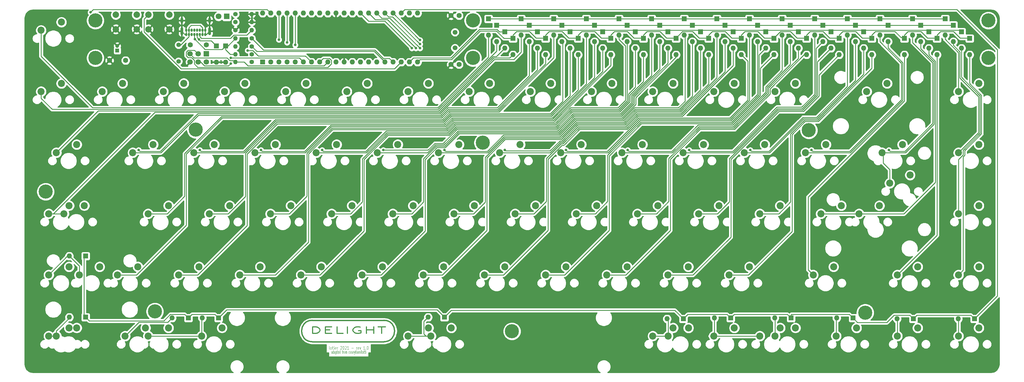
<source format=gtl>
G04 #@! TF.GenerationSoftware,KiCad,Pcbnew,(5.1.9)-1*
G04 #@! TF.CreationDate,2021-07-01T11:49:59-04:00*
G04 #@! TF.ProjectId,delight-pcb,64656c69-6768-4742-9d70-63622e6b6963,rev?*
G04 #@! TF.SameCoordinates,Original*
G04 #@! TF.FileFunction,Copper,L1,Top*
G04 #@! TF.FilePolarity,Positive*
%FSLAX46Y46*%
G04 Gerber Fmt 4.6, Leading zero omitted, Abs format (unit mm)*
G04 Created by KiCad (PCBNEW (5.1.9)-1) date 2021-07-01 11:49:59*
%MOMM*%
%LPD*%
G01*
G04 APERTURE LIST*
%ADD10C,0.125000*%
%ADD11C,0.350000*%
G04 #@! TA.AperFunction,EtchedComponent*
%ADD12C,0.400000*%
G04 #@! TD*
G04 #@! TA.AperFunction,ComponentPad*
%ADD13C,4.400000*%
G04 #@! TD*
G04 #@! TA.AperFunction,ComponentPad*
%ADD14O,1.600000X1.600000*%
G04 #@! TD*
G04 #@! TA.AperFunction,ComponentPad*
%ADD15R,1.600000X1.600000*%
G04 #@! TD*
G04 #@! TA.AperFunction,ComponentPad*
%ADD16C,2.200000*%
G04 #@! TD*
G04 #@! TA.AperFunction,ComponentPad*
%ADD17C,1.500000*%
G04 #@! TD*
G04 #@! TA.AperFunction,ComponentPad*
%ADD18R,1.800000X1.800000*%
G04 #@! TD*
G04 #@! TA.AperFunction,ComponentPad*
%ADD19C,1.800000*%
G04 #@! TD*
G04 #@! TA.AperFunction,ComponentPad*
%ADD20C,1.600000*%
G04 #@! TD*
G04 #@! TA.AperFunction,ComponentPad*
%ADD21C,1.200000*%
G04 #@! TD*
G04 #@! TA.AperFunction,ComponentPad*
%ADD22R,1.200000X1.200000*%
G04 #@! TD*
G04 #@! TA.AperFunction,ComponentPad*
%ADD23C,1.400000*%
G04 #@! TD*
G04 #@! TA.AperFunction,ComponentPad*
%ADD24O,1.400000X1.400000*%
G04 #@! TD*
G04 #@! TA.AperFunction,ComponentPad*
%ADD25C,1.700000*%
G04 #@! TD*
G04 #@! TA.AperFunction,ComponentPad*
%ADD26R,1.700000X1.700000*%
G04 #@! TD*
G04 #@! TA.AperFunction,ComponentPad*
%ADD27O,0.900000X1.700000*%
G04 #@! TD*
G04 #@! TA.AperFunction,ComponentPad*
%ADD28O,0.900000X2.400000*%
G04 #@! TD*
G04 #@! TA.AperFunction,ComponentPad*
%ADD29O,0.650000X1.000000*%
G04 #@! TD*
G04 #@! TA.AperFunction,ComponentPad*
%ADD30C,2.000000*%
G04 #@! TD*
G04 #@! TA.AperFunction,ViaPad*
%ADD31C,0.800000*%
G04 #@! TD*
G04 #@! TA.AperFunction,Conductor*
%ADD32C,0.250000*%
G04 #@! TD*
G04 #@! TA.AperFunction,Conductor*
%ADD33C,0.254000*%
G04 #@! TD*
G04 #@! TA.AperFunction,Conductor*
%ADD34C,0.100000*%
G04 #@! TD*
G04 APERTURE END LIST*
D10*
X150186841Y-173858180D02*
X150186841Y-173334371D01*
X150163031Y-173239133D01*
X150115412Y-173191514D01*
X150020174Y-173191514D01*
X149972555Y-173239133D01*
X150186841Y-173810561D02*
X150139222Y-173858180D01*
X150020174Y-173858180D01*
X149972555Y-173810561D01*
X149948745Y-173715323D01*
X149948745Y-173620085D01*
X149972555Y-173524847D01*
X150020174Y-173477228D01*
X150139222Y-173477228D01*
X150186841Y-173429609D01*
X150639222Y-173858180D02*
X150639222Y-172858180D01*
X150639222Y-173810561D02*
X150591603Y-173858180D01*
X150496364Y-173858180D01*
X150448745Y-173810561D01*
X150424936Y-173762942D01*
X150401126Y-173667704D01*
X150401126Y-173381990D01*
X150424936Y-173286752D01*
X150448745Y-173239133D01*
X150496364Y-173191514D01*
X150591603Y-173191514D01*
X150639222Y-173239133D01*
X151091603Y-173858180D02*
X151091603Y-173334371D01*
X151067793Y-173239133D01*
X151020174Y-173191514D01*
X150924936Y-173191514D01*
X150877317Y-173239133D01*
X151091603Y-173810561D02*
X151043983Y-173858180D01*
X150924936Y-173858180D01*
X150877317Y-173810561D01*
X150853507Y-173715323D01*
X150853507Y-173620085D01*
X150877317Y-173524847D01*
X150924936Y-173477228D01*
X151043983Y-173477228D01*
X151091603Y-173429609D01*
X151329698Y-173191514D02*
X151329698Y-174191514D01*
X151329698Y-173239133D02*
X151377317Y-173191514D01*
X151472555Y-173191514D01*
X151520174Y-173239133D01*
X151543983Y-173286752D01*
X151567793Y-173381990D01*
X151567793Y-173667704D01*
X151543983Y-173762942D01*
X151520174Y-173810561D01*
X151472555Y-173858180D01*
X151377317Y-173858180D01*
X151329698Y-173810561D01*
X151710650Y-173191514D02*
X151901126Y-173191514D01*
X151782079Y-172858180D02*
X151782079Y-173715323D01*
X151805888Y-173810561D01*
X151853507Y-173858180D01*
X151901126Y-173858180D01*
X152258269Y-173810561D02*
X152210650Y-173858180D01*
X152115412Y-173858180D01*
X152067793Y-173810561D01*
X152043983Y-173715323D01*
X152043983Y-173334371D01*
X152067793Y-173239133D01*
X152115412Y-173191514D01*
X152210650Y-173191514D01*
X152258269Y-173239133D01*
X152282079Y-173334371D01*
X152282079Y-173429609D01*
X152043983Y-173524847D01*
X152710650Y-173858180D02*
X152710650Y-172858180D01*
X152710650Y-173810561D02*
X152663031Y-173858180D01*
X152567793Y-173858180D01*
X152520174Y-173810561D01*
X152496364Y-173762942D01*
X152472555Y-173667704D01*
X152472555Y-173381990D01*
X152496364Y-173286752D01*
X152520174Y-173239133D01*
X152567793Y-173191514D01*
X152663031Y-173191514D01*
X152710650Y-173239133D01*
X153258269Y-173191514D02*
X153448745Y-173191514D01*
X153329698Y-173858180D02*
X153329698Y-173001038D01*
X153353507Y-172905800D01*
X153401126Y-172858180D01*
X153448745Y-172858180D01*
X153615412Y-173858180D02*
X153615412Y-173191514D01*
X153615412Y-173381990D02*
X153639222Y-173286752D01*
X153663031Y-173239133D01*
X153710650Y-173191514D01*
X153758269Y-173191514D01*
X153996364Y-173858180D02*
X153948745Y-173810561D01*
X153924936Y-173762942D01*
X153901126Y-173667704D01*
X153901126Y-173381990D01*
X153924936Y-173286752D01*
X153948745Y-173239133D01*
X153996364Y-173191514D01*
X154067793Y-173191514D01*
X154115412Y-173239133D01*
X154139222Y-173286752D01*
X154163031Y-173381990D01*
X154163031Y-173667704D01*
X154139222Y-173762942D01*
X154115412Y-173810561D01*
X154067793Y-173858180D01*
X153996364Y-173858180D01*
X154377317Y-173858180D02*
X154377317Y-173191514D01*
X154377317Y-173286752D02*
X154401126Y-173239133D01*
X154448745Y-173191514D01*
X154520174Y-173191514D01*
X154567793Y-173239133D01*
X154591603Y-173334371D01*
X154591603Y-173858180D01*
X154591603Y-173334371D02*
X154615412Y-173239133D01*
X154663031Y-173191514D01*
X154734460Y-173191514D01*
X154782079Y-173239133D01*
X154805888Y-173334371D01*
X154805888Y-173858180D01*
X155639222Y-173810561D02*
X155591603Y-173858180D01*
X155496364Y-173858180D01*
X155448745Y-173810561D01*
X155424936Y-173762942D01*
X155401126Y-173667704D01*
X155401126Y-173381990D01*
X155424936Y-173286752D01*
X155448745Y-173239133D01*
X155496364Y-173191514D01*
X155591603Y-173191514D01*
X155639222Y-173239133D01*
X155924936Y-173858180D02*
X155877317Y-173810561D01*
X155853507Y-173762942D01*
X155829698Y-173667704D01*
X155829698Y-173381990D01*
X155853507Y-173286752D01*
X155877317Y-173239133D01*
X155924936Y-173191514D01*
X155996364Y-173191514D01*
X156043983Y-173239133D01*
X156067793Y-173286752D01*
X156091603Y-173381990D01*
X156091603Y-173667704D01*
X156067793Y-173762942D01*
X156043983Y-173810561D01*
X155996364Y-173858180D01*
X155924936Y-173858180D01*
X156282079Y-173810561D02*
X156329698Y-173858180D01*
X156424936Y-173858180D01*
X156472555Y-173810561D01*
X156496364Y-173715323D01*
X156496364Y-173667704D01*
X156472555Y-173572466D01*
X156424936Y-173524847D01*
X156353507Y-173524847D01*
X156305888Y-173477228D01*
X156282079Y-173381990D01*
X156282079Y-173334371D01*
X156305888Y-173239133D01*
X156353507Y-173191514D01*
X156424936Y-173191514D01*
X156472555Y-173239133D01*
X156901126Y-173810561D02*
X156853507Y-173858180D01*
X156758269Y-173858180D01*
X156710650Y-173810561D01*
X156686841Y-173715323D01*
X156686841Y-173334371D01*
X156710650Y-173239133D01*
X156758269Y-173191514D01*
X156853507Y-173191514D01*
X156901126Y-173239133D01*
X156924936Y-173334371D01*
X156924936Y-173429609D01*
X156686841Y-173524847D01*
X157091603Y-173191514D02*
X157210650Y-173858180D01*
X157329698Y-173191514D02*
X157210650Y-173858180D01*
X157163031Y-174096276D01*
X157139222Y-174143895D01*
X157091603Y-174191514D01*
X157448745Y-173191514D02*
X157639222Y-173191514D01*
X157520174Y-173858180D02*
X157520174Y-173001038D01*
X157543983Y-172905800D01*
X157591603Y-172858180D01*
X157639222Y-172858180D01*
X158020174Y-173858180D02*
X158020174Y-173334371D01*
X157996364Y-173239133D01*
X157948745Y-173191514D01*
X157853507Y-173191514D01*
X157805888Y-173239133D01*
X158020174Y-173810561D02*
X157972555Y-173858180D01*
X157853507Y-173858180D01*
X157805888Y-173810561D01*
X157782079Y-173715323D01*
X157782079Y-173620085D01*
X157805888Y-173524847D01*
X157853507Y-173477228D01*
X157972555Y-173477228D01*
X158020174Y-173429609D01*
X158258269Y-173191514D02*
X158258269Y-173858180D01*
X158258269Y-173286752D02*
X158282079Y-173239133D01*
X158329698Y-173191514D01*
X158401126Y-173191514D01*
X158448745Y-173239133D01*
X158472555Y-173334371D01*
X158472555Y-173858180D01*
X158710650Y-173191514D02*
X158710650Y-173858180D01*
X158710650Y-173286752D02*
X158734460Y-173239133D01*
X158782079Y-173191514D01*
X158853507Y-173191514D01*
X158901126Y-173239133D01*
X158924936Y-173334371D01*
X158924936Y-173858180D01*
X159163031Y-173858180D02*
X159163031Y-173191514D01*
X159163031Y-172858180D02*
X159139222Y-172905800D01*
X159163031Y-172953419D01*
X159186841Y-172905800D01*
X159163031Y-172858180D01*
X159163031Y-172953419D01*
X159329698Y-173191514D02*
X159520174Y-173191514D01*
X159401126Y-172858180D02*
X159401126Y-173715323D01*
X159424936Y-173810561D01*
X159472555Y-173858180D01*
X159520174Y-173858180D01*
X159901126Y-173191514D02*
X159901126Y-173858180D01*
X159686841Y-173191514D02*
X159686841Y-173715323D01*
X159710650Y-173810561D01*
X159758269Y-173858180D01*
X159829698Y-173858180D01*
X159877317Y-173810561D01*
X159901126Y-173762942D01*
X160067793Y-173191514D02*
X160258269Y-173191514D01*
X160139222Y-172858180D02*
X160139222Y-173715323D01*
X160163031Y-173810561D01*
X160210650Y-173858180D01*
X160258269Y-173858180D01*
X160353507Y-173191514D02*
X160543983Y-173191514D01*
X160424936Y-172858180D02*
X160424936Y-173715323D01*
X160448745Y-173810561D01*
X160496364Y-173858180D01*
X160543983Y-173858180D01*
X160710650Y-173858180D02*
X160710650Y-173191514D01*
X160710650Y-172858180D02*
X160686841Y-172905800D01*
X160710650Y-172953419D01*
X160734460Y-172905800D01*
X160710650Y-172858180D01*
X160710650Y-172953419D01*
X149377317Y-172588180D02*
X149305888Y-172540561D01*
X149270174Y-172445323D01*
X149270174Y-171588180D01*
X149770174Y-172588180D02*
X149698745Y-172540561D01*
X149663031Y-172492942D01*
X149627317Y-172397704D01*
X149627317Y-172111990D01*
X149663031Y-172016752D01*
X149698745Y-171969133D01*
X149770174Y-171921514D01*
X149877317Y-171921514D01*
X149948745Y-171969133D01*
X149984460Y-172016752D01*
X150020174Y-172111990D01*
X150020174Y-172397704D01*
X149984460Y-172492942D01*
X149948745Y-172540561D01*
X149877317Y-172588180D01*
X149770174Y-172588180D01*
X150234460Y-171921514D02*
X150520174Y-171921514D01*
X150341603Y-171588180D02*
X150341603Y-172445323D01*
X150377317Y-172540561D01*
X150448745Y-172588180D01*
X150520174Y-172588180D01*
X150770174Y-172588180D02*
X150770174Y-171921514D01*
X150770174Y-171588180D02*
X150734460Y-171635800D01*
X150770174Y-171683419D01*
X150805888Y-171635800D01*
X150770174Y-171588180D01*
X150770174Y-171683419D01*
X151413031Y-172540561D02*
X151341603Y-172588180D01*
X151198745Y-172588180D01*
X151127317Y-172540561D01*
X151091603Y-172445323D01*
X151091603Y-172064371D01*
X151127317Y-171969133D01*
X151198745Y-171921514D01*
X151341603Y-171921514D01*
X151413031Y-171969133D01*
X151448745Y-172064371D01*
X151448745Y-172159609D01*
X151091603Y-172254847D01*
X151770174Y-172588180D02*
X151770174Y-171921514D01*
X151770174Y-172111990D02*
X151805888Y-172016752D01*
X151841603Y-171969133D01*
X151913031Y-171921514D01*
X151984460Y-171921514D01*
X152770174Y-171683419D02*
X152805888Y-171635800D01*
X152877317Y-171588180D01*
X153055888Y-171588180D01*
X153127317Y-171635800D01*
X153163031Y-171683419D01*
X153198745Y-171778657D01*
X153198745Y-171873895D01*
X153163031Y-172016752D01*
X152734460Y-172588180D01*
X153198745Y-172588180D01*
X153663031Y-171588180D02*
X153734460Y-171588180D01*
X153805888Y-171635800D01*
X153841603Y-171683419D01*
X153877317Y-171778657D01*
X153913031Y-171969133D01*
X153913031Y-172207228D01*
X153877317Y-172397704D01*
X153841603Y-172492942D01*
X153805888Y-172540561D01*
X153734460Y-172588180D01*
X153663031Y-172588180D01*
X153591603Y-172540561D01*
X153555888Y-172492942D01*
X153520174Y-172397704D01*
X153484460Y-172207228D01*
X153484460Y-171969133D01*
X153520174Y-171778657D01*
X153555888Y-171683419D01*
X153591603Y-171635800D01*
X153663031Y-171588180D01*
X154198745Y-171683419D02*
X154234460Y-171635800D01*
X154305888Y-171588180D01*
X154484460Y-171588180D01*
X154555888Y-171635800D01*
X154591603Y-171683419D01*
X154627317Y-171778657D01*
X154627317Y-171873895D01*
X154591603Y-172016752D01*
X154163031Y-172588180D01*
X154627317Y-172588180D01*
X155341603Y-172588180D02*
X154913031Y-172588180D01*
X155127317Y-172588180D02*
X155127317Y-171588180D01*
X155055888Y-171731038D01*
X154984460Y-171826276D01*
X154913031Y-171873895D01*
X156234460Y-172207228D02*
X156805888Y-172207228D01*
X157734460Y-172588180D02*
X157734460Y-171921514D01*
X157734460Y-172111990D02*
X157770174Y-172016752D01*
X157805888Y-171969133D01*
X157877317Y-171921514D01*
X157948745Y-171921514D01*
X158484460Y-172540561D02*
X158413031Y-172588180D01*
X158270174Y-172588180D01*
X158198745Y-172540561D01*
X158163031Y-172445323D01*
X158163031Y-172064371D01*
X158198745Y-171969133D01*
X158270174Y-171921514D01*
X158413031Y-171921514D01*
X158484460Y-171969133D01*
X158520174Y-172064371D01*
X158520174Y-172159609D01*
X158163031Y-172254847D01*
X158770174Y-171921514D02*
X158948745Y-172588180D01*
X159127317Y-171921514D01*
X160377317Y-172588180D02*
X159948745Y-172588180D01*
X160163031Y-172588180D02*
X160163031Y-171588180D01*
X160091603Y-171731038D01*
X160020174Y-171826276D01*
X159948745Y-171873895D01*
X160698745Y-172492942D02*
X160734460Y-172540561D01*
X160698745Y-172588180D01*
X160663031Y-172540561D01*
X160698745Y-172492942D01*
X160698745Y-172588180D01*
X161198745Y-171588180D02*
X161270174Y-171588180D01*
X161341603Y-171635800D01*
X161377317Y-171683419D01*
X161413031Y-171778657D01*
X161448745Y-171969133D01*
X161448745Y-172207228D01*
X161413031Y-172397704D01*
X161377317Y-172492942D01*
X161341603Y-172540561D01*
X161270174Y-172588180D01*
X161198745Y-172588180D01*
X161127317Y-172540561D01*
X161091603Y-172492942D01*
X161055888Y-172397704D01*
X161020174Y-172207228D01*
X161020174Y-171969133D01*
X161055888Y-171778657D01*
X161091603Y-171683419D01*
X161127317Y-171635800D01*
X161198745Y-171588180D01*
D11*
X144119836Y-167586971D02*
X144119836Y-165586971D01*
X145072217Y-165586971D01*
X145643646Y-165682210D01*
X146024598Y-165872686D01*
X146215075Y-166063162D01*
X146405551Y-166444114D01*
X146405551Y-166729829D01*
X146215075Y-167110781D01*
X146024598Y-167301257D01*
X145643646Y-167491733D01*
X145072217Y-167586971D01*
X144119836Y-167586971D01*
X148119836Y-166539352D02*
X149453170Y-166539352D01*
X150024598Y-167586971D02*
X148119836Y-167586971D01*
X148119836Y-165586971D01*
X150024598Y-165586971D01*
X153643646Y-167586971D02*
X151738884Y-167586971D01*
X151738884Y-165586971D01*
X154976979Y-167586971D02*
X154976979Y-165586971D01*
X158976979Y-165682210D02*
X158596027Y-165586971D01*
X158024598Y-165586971D01*
X157453170Y-165682210D01*
X157072217Y-165872686D01*
X156881741Y-166063162D01*
X156691265Y-166444114D01*
X156691265Y-166729829D01*
X156881741Y-167110781D01*
X157072217Y-167301257D01*
X157453170Y-167491733D01*
X158024598Y-167586971D01*
X158405551Y-167586971D01*
X158976979Y-167491733D01*
X159167456Y-167396495D01*
X159167456Y-166729829D01*
X158405551Y-166729829D01*
X160881741Y-167586971D02*
X160881741Y-165586971D01*
X160881741Y-166539352D02*
X163167456Y-166539352D01*
X163167456Y-167586971D02*
X163167456Y-165586971D01*
X164500789Y-165586971D02*
X166786503Y-165586971D01*
X165643646Y-167586971D02*
X165643646Y-165586971D01*
D12*
X144037456Y-170202210D02*
X166337456Y-170202210D01*
X144057456Y-163522210D02*
X166337456Y-163522210D01*
X144027456Y-170202210D02*
G75*
G02*
X144027456Y-163522210I0J3340000D01*
G01*
X166327456Y-163522210D02*
G75*
G02*
X166327456Y-170202210I0J-3340000D01*
G01*
D13*
X354584000Y-81788000D03*
X354584000Y-70104000D03*
X194056000Y-81788000D03*
X76454000Y-70104000D03*
X76454000Y-81788000D03*
D14*
X328422000Y-80772000D03*
D15*
X328422000Y-75692000D03*
D14*
X128524000Y-67818000D03*
X176784000Y-83058000D03*
X131064000Y-67818000D03*
X174244000Y-83058000D03*
X133604000Y-67818000D03*
X171704000Y-83058000D03*
X136144000Y-67818000D03*
X169164000Y-83058000D03*
X138684000Y-67818000D03*
X166624000Y-83058000D03*
X141224000Y-67818000D03*
X164084000Y-83058000D03*
X143764000Y-67818000D03*
X161544000Y-83058000D03*
X146304000Y-67818000D03*
X159004000Y-83058000D03*
X148844000Y-67818000D03*
X156464000Y-83058000D03*
X151384000Y-67818000D03*
X153924000Y-83058000D03*
X153924000Y-67818000D03*
X151384000Y-83058000D03*
X156464000Y-67818000D03*
X148844000Y-83058000D03*
X159004000Y-67818000D03*
X146304000Y-83058000D03*
X161544000Y-67818000D03*
X143764000Y-83058000D03*
X164084000Y-67818000D03*
X141224000Y-83058000D03*
X166624000Y-67818000D03*
X138684000Y-83058000D03*
X169164000Y-67818000D03*
X136144000Y-83058000D03*
X171704000Y-67818000D03*
X133604000Y-83058000D03*
X174244000Y-67818000D03*
X131064000Y-83058000D03*
X176784000Y-67818000D03*
D15*
X128524000Y-83058000D03*
D16*
X59531250Y-73152000D03*
X65881250Y-70612000D03*
D17*
X188468000Y-78650000D03*
X188468000Y-73770000D03*
D14*
X211582000Y-76676000D03*
D15*
X211582000Y-71596000D03*
D14*
X214122000Y-78740000D03*
D15*
X214122000Y-73660000D03*
D14*
X216662000Y-80772000D03*
D15*
X216662000Y-75692000D03*
D14*
X203962000Y-78740000D03*
D15*
X203962000Y-73660000D03*
D14*
X201422000Y-76676000D03*
D15*
X201422000Y-71596000D03*
D14*
X206502000Y-80772000D03*
D15*
X206502000Y-75692000D03*
D16*
X64293750Y-111283750D03*
X70643750Y-108743750D03*
D18*
X117348000Y-68834000D03*
D19*
X114808000Y-68834000D03*
D16*
X237331250Y-89693750D03*
X230981250Y-92233750D03*
D13*
X60960000Y-123444000D03*
D16*
X123031250Y-89693750D03*
X116681250Y-92233750D03*
D14*
X209042000Y-74676000D03*
D15*
X209042000Y-69596000D03*
D14*
X68326000Y-143510000D03*
D15*
X73406000Y-143510000D03*
D14*
X219202000Y-74676000D03*
D15*
X219202000Y-69596000D03*
D14*
X229362000Y-74676000D03*
D15*
X229362000Y-69596000D03*
D14*
X221742000Y-76676000D03*
D15*
X221742000Y-71596000D03*
D14*
X231902000Y-76676000D03*
D15*
X231902000Y-71596000D03*
D14*
X224282000Y-78740000D03*
D15*
X224282000Y-73660000D03*
D14*
X100330000Y-162814000D03*
D15*
X105410000Y-162814000D03*
D14*
X226822000Y-80772000D03*
D15*
X226822000Y-75692000D03*
X198882000Y-69596000D03*
D14*
X198882000Y-74676000D03*
D20*
X110998000Y-77724000D03*
X105998000Y-77724000D03*
X85852000Y-82550000D03*
X80852000Y-82550000D03*
D21*
X83274214Y-78002000D03*
D22*
X83274214Y-79502000D03*
D20*
X187218000Y-68580000D03*
X189718000Y-68580000D03*
X187218000Y-83820000D03*
X189718000Y-83820000D03*
D16*
X68262500Y-146843750D03*
X61912500Y-149383750D03*
X308768750Y-127793750D03*
X302418750Y-130333750D03*
X330200000Y-118268750D03*
X323850000Y-120808750D03*
X89693750Y-146843750D03*
X83343750Y-149383750D03*
X275466206Y-165893750D03*
X269116206Y-168433750D03*
X256410884Y-165883620D03*
X250060884Y-168423620D03*
D23*
X125180316Y-80678982D03*
D24*
X120100316Y-80678982D03*
D23*
X125180316Y-78185517D03*
D24*
X120100316Y-78185517D03*
D23*
X125180316Y-75692052D03*
D24*
X120100316Y-75692052D03*
D23*
X120100316Y-73120211D03*
D24*
X125180316Y-73120211D03*
D23*
X120100316Y-70600499D03*
D24*
X125180316Y-70600499D03*
D23*
X120100316Y-68107034D03*
D24*
X125180316Y-68107034D03*
D23*
X125180316Y-83058000D03*
D24*
X120100316Y-83058000D03*
D13*
X194056000Y-70104000D03*
D16*
X283390128Y-168433750D03*
X289740128Y-165893750D03*
X254833936Y-168433750D03*
X261183936Y-165893750D03*
X180207573Y-165901640D03*
X173857573Y-168441640D03*
X92893031Y-168429819D03*
X99243031Y-165889819D03*
X64293700Y-168423620D03*
X70643700Y-165883620D03*
X68262500Y-127783620D03*
X61912500Y-130323620D03*
D25*
X105918000Y-83058000D03*
X105918000Y-80518000D03*
X108458000Y-83058000D03*
X108458000Y-80518000D03*
X110998000Y-83058000D03*
D26*
X110998000Y-80518000D03*
D16*
X323056250Y-89693750D03*
X316706250Y-92233750D03*
X314325250Y-130333750D03*
X320675250Y-127793750D03*
X71437450Y-149383750D03*
X77787450Y-146843750D03*
X68262450Y-165883620D03*
X61912450Y-168423620D03*
X92075050Y-165893750D03*
X85725050Y-168433750D03*
X115887450Y-165883620D03*
X109537450Y-168423620D03*
X73025050Y-127783620D03*
X66675050Y-130323620D03*
X306387250Y-146843750D03*
X300037250Y-149383750D03*
X321468250Y-111283750D03*
X327818250Y-108743750D03*
X294481250Y-89693750D03*
X288131250Y-92233750D03*
X132556250Y-108743750D03*
X126206250Y-111283750D03*
X65881250Y-89693750D03*
X59531250Y-92233750D03*
X84931250Y-89693750D03*
X78581250Y-92233750D03*
X103981250Y-89693750D03*
X97631250Y-92233750D03*
X142081250Y-89693750D03*
X135731250Y-92233750D03*
X161131250Y-89693750D03*
X154781250Y-92233750D03*
X180181250Y-89693750D03*
X173831250Y-92233750D03*
X199231250Y-89693750D03*
X192881250Y-92233750D03*
X218281250Y-89693750D03*
X211931250Y-92233750D03*
X256381250Y-89693750D03*
X250031250Y-92233750D03*
X275431250Y-89693750D03*
X269081250Y-92233750D03*
X351631250Y-89693750D03*
X345281250Y-92233750D03*
X94456250Y-108743750D03*
X88106250Y-111283750D03*
X113506250Y-108743750D03*
X107156250Y-111283750D03*
X151606250Y-108743750D03*
X145256250Y-111283750D03*
X170656250Y-108743750D03*
X164306250Y-111283750D03*
X189706250Y-108743750D03*
X183356250Y-111283750D03*
X208756250Y-108743750D03*
X202406250Y-111283750D03*
X227806250Y-108743750D03*
X221456250Y-111283750D03*
X246856250Y-108743750D03*
X240506250Y-111283750D03*
X265906250Y-108743750D03*
X259556250Y-111283750D03*
X284956250Y-108743750D03*
X278606250Y-111283750D03*
X304006250Y-108743750D03*
X297656250Y-111283750D03*
X351631250Y-108743750D03*
X345281250Y-111283750D03*
X99218750Y-127793750D03*
X92868750Y-130333750D03*
X118268750Y-127793750D03*
X111918750Y-130333750D03*
X137318750Y-127793750D03*
X130968750Y-130333750D03*
X156368250Y-127793750D03*
X150018250Y-130333750D03*
X175418250Y-127793750D03*
X169068250Y-130333750D03*
X194468250Y-127793750D03*
X188118250Y-130333750D03*
X213518250Y-127793750D03*
X207168250Y-130333750D03*
X232568250Y-127793750D03*
X226218250Y-130333750D03*
X251618250Y-127793750D03*
X245268250Y-130333750D03*
X270668250Y-127793750D03*
X264318250Y-130333750D03*
X289718250Y-127793750D03*
X283368250Y-130333750D03*
X351631250Y-127793750D03*
X345281250Y-130333750D03*
X108743750Y-146843750D03*
X102393750Y-149383750D03*
X127793750Y-146843750D03*
X121443750Y-149383750D03*
X146843750Y-146843750D03*
X140493750Y-149383750D03*
X165894250Y-146843750D03*
X159544250Y-149383750D03*
X184944250Y-146843750D03*
X178594250Y-149383750D03*
X203994250Y-146843750D03*
X197644250Y-149383750D03*
X223044250Y-146843750D03*
X216694250Y-149383750D03*
X242094250Y-146843750D03*
X235744250Y-149383750D03*
X261144250Y-146843750D03*
X254794250Y-149383750D03*
X280194250Y-146843750D03*
X273844250Y-149383750D03*
X332581250Y-146843750D03*
X326231250Y-149383750D03*
X351631250Y-146843750D03*
X345281250Y-149383750D03*
X187325250Y-165893750D03*
X180975250Y-168433750D03*
X313531250Y-165893750D03*
X307181250Y-168433750D03*
X332581250Y-165893750D03*
X326231250Y-168433750D03*
X351631250Y-165893750D03*
X345281250Y-168433750D03*
X294521528Y-165883620D03*
X288171528Y-168423620D03*
D27*
X103371000Y-70066000D03*
X112021000Y-70066000D03*
D28*
X103371000Y-73446000D03*
X112021000Y-73446000D03*
D29*
X104716000Y-73101000D03*
X105566000Y-73101000D03*
X106416000Y-73101000D03*
X107266000Y-73101000D03*
X108116000Y-73101000D03*
X108966000Y-73101000D03*
X109816000Y-73101000D03*
X110671000Y-73101000D03*
X104721000Y-74426000D03*
X105571000Y-74426000D03*
X106421000Y-74426000D03*
X107271000Y-74426000D03*
X108121000Y-74426000D03*
X109821000Y-74426000D03*
X110671000Y-74426000D03*
X108971000Y-74426000D03*
D23*
X102362000Y-82824000D03*
X102362000Y-77724000D03*
D30*
X92964000Y-72826000D03*
X92964000Y-68326000D03*
X99464000Y-72826000D03*
X99464000Y-68326000D03*
X82804000Y-72826000D03*
X82804000Y-68326000D03*
X89304000Y-72826000D03*
X89304000Y-68326000D03*
D14*
X239522000Y-74676000D03*
D15*
X239522000Y-69596000D03*
D14*
X249682000Y-74676000D03*
D15*
X249682000Y-69596000D03*
D14*
X259842000Y-74676000D03*
D15*
X259842000Y-69596000D03*
D14*
X270002000Y-74676000D03*
D15*
X270002000Y-69596000D03*
X280162000Y-69596000D03*
D14*
X280162000Y-74676000D03*
X290360736Y-74676000D03*
D15*
X290360736Y-69596000D03*
D14*
X300482000Y-74676000D03*
D15*
X300482000Y-69596000D03*
D14*
X310642000Y-74676000D03*
D15*
X310642000Y-69596000D03*
D14*
X320802000Y-74676000D03*
D15*
X320802000Y-69596000D03*
D14*
X330962000Y-74676000D03*
D15*
X330962000Y-69596000D03*
D14*
X341122000Y-74676000D03*
D15*
X341122000Y-69596000D03*
D14*
X242062000Y-76676000D03*
D15*
X242062000Y-71596000D03*
D14*
X252222000Y-76676000D03*
D15*
X252222000Y-71596000D03*
D14*
X262382000Y-76676000D03*
D15*
X262382000Y-71596000D03*
D14*
X272542000Y-76676000D03*
D15*
X272542000Y-71596000D03*
X282702000Y-71596000D03*
D14*
X282702000Y-76676000D03*
X292862000Y-76676000D03*
D15*
X292862000Y-71596000D03*
D14*
X303022000Y-76676000D03*
D15*
X303022000Y-71596000D03*
D14*
X313182000Y-76676000D03*
D15*
X313182000Y-71596000D03*
D14*
X323342000Y-76676000D03*
D15*
X323342000Y-71596000D03*
D14*
X333502000Y-76676000D03*
D15*
X333502000Y-71596000D03*
D14*
X343662000Y-76676000D03*
D15*
X343662000Y-71596000D03*
D14*
X234442000Y-78740000D03*
D15*
X234442000Y-73660000D03*
D14*
X244602000Y-78740000D03*
D15*
X244602000Y-73660000D03*
D14*
X254762000Y-78740000D03*
D15*
X254762000Y-73660000D03*
D14*
X264922000Y-78740000D03*
D15*
X264922000Y-73660000D03*
D14*
X275082000Y-78740000D03*
D15*
X275082000Y-73660000D03*
X285242000Y-73660000D03*
D14*
X285242000Y-78740000D03*
X295402000Y-78740000D03*
D15*
X295402000Y-73660000D03*
D14*
X305562000Y-78740000D03*
D15*
X305562000Y-73660000D03*
D14*
X315722000Y-78740000D03*
D15*
X315722000Y-73660000D03*
D14*
X336042000Y-78740000D03*
D15*
X336042000Y-73660000D03*
D14*
X346202000Y-78740000D03*
D15*
X346202000Y-73660000D03*
D14*
X236982000Y-80772000D03*
D15*
X236982000Y-75692000D03*
D14*
X247142000Y-80772000D03*
D15*
X247142000Y-75692000D03*
D14*
X257302000Y-80772000D03*
D15*
X257302000Y-75692000D03*
D14*
X267462000Y-80772000D03*
D15*
X267462000Y-75692000D03*
D14*
X277622000Y-80772000D03*
D15*
X277622000Y-75692000D03*
X287782000Y-75692000D03*
D14*
X287782000Y-80772000D03*
X297942000Y-80772000D03*
D15*
X297942000Y-75692000D03*
D14*
X308102000Y-80772000D03*
D15*
X308102000Y-75692000D03*
D14*
X318262000Y-80772000D03*
D15*
X318262000Y-75692000D03*
D14*
X338582000Y-80772000D03*
D15*
X338582000Y-75692000D03*
D14*
X348742000Y-80772000D03*
D15*
X348742000Y-75692000D03*
D14*
X68326000Y-162560000D03*
D15*
X73406000Y-162560000D03*
D14*
X109728000Y-162814000D03*
D15*
X114808000Y-162814000D03*
D14*
X180086000Y-162560000D03*
D15*
X185166000Y-162560000D03*
D14*
X254508000Y-163068000D03*
D15*
X259588000Y-163068000D03*
D14*
X269240000Y-162814000D03*
D15*
X274320000Y-162814000D03*
D14*
X307340000Y-162814000D03*
D15*
X312420000Y-162814000D03*
D14*
X326136000Y-163068000D03*
D15*
X331216000Y-163068000D03*
D14*
X345186000Y-163068000D03*
D15*
X350266000Y-163068000D03*
D14*
X288036000Y-162814000D03*
D15*
X293116000Y-162814000D03*
X117010982Y-77988196D03*
D14*
X117010982Y-83068196D03*
D15*
X114141310Y-77988196D03*
D14*
X114141310Y-83068196D03*
D13*
X206213345Y-166958110D03*
X197104000Y-108204000D03*
X298671968Y-104302994D03*
X107696000Y-104140000D03*
X316230000Y-161146960D03*
X94996000Y-160782000D03*
D31*
X116078000Y-108712000D03*
X135128000Y-108712000D03*
X153924000Y-108712000D03*
X172974000Y-108712000D03*
X226822000Y-78486000D03*
X236982000Y-78486000D03*
X257302000Y-78486000D03*
X267462000Y-78486000D03*
X297942000Y-78486000D03*
X247142000Y-78486000D03*
X287782000Y-78486000D03*
X354660309Y-73406000D03*
X216662000Y-78486000D03*
X206502000Y-78486000D03*
X277622000Y-78486000D03*
X211074000Y-108712000D03*
X230124000Y-108712000D03*
X249174000Y-108712000D03*
X307848000Y-78486000D03*
X95758000Y-166370000D03*
X192024000Y-108712000D03*
X145034000Y-81534000D03*
X122682000Y-78232000D03*
X89915998Y-110490000D03*
X108966000Y-110490000D03*
X128016000Y-110490000D03*
X147066034Y-110490000D03*
X166115982Y-110490000D03*
X185166000Y-110490000D03*
X203962006Y-110490006D03*
X223011993Y-110489993D03*
X242266333Y-110490000D03*
X261366022Y-110490020D03*
X280416000Y-110490000D03*
X299466000Y-110490000D03*
X323596000Y-110490000D03*
X74930014Y-67564000D03*
X133604000Y-76059879D03*
X136143988Y-76962000D03*
X138684000Y-77724014D03*
X175006000Y-78740000D03*
X176276000Y-78740000D03*
X177546000Y-78740000D03*
X177546006Y-77469994D03*
X177545994Y-76199994D03*
X107442000Y-75945992D03*
X118618000Y-83507985D03*
X118618001Y-81787999D03*
X123888208Y-79438208D03*
X108712000Y-75976210D03*
D32*
X112021000Y-70066000D02*
X103371000Y-70066000D01*
X103371000Y-70066000D02*
X103371000Y-73446000D01*
X112021000Y-70066000D02*
X112021000Y-73446000D01*
X104716000Y-74421000D02*
X104721000Y-74426000D01*
X104716000Y-73101000D02*
X104716000Y-74421000D01*
X104351000Y-74426000D02*
X103371000Y-73446000D01*
X104721000Y-74426000D02*
X104351000Y-74426000D01*
X110671000Y-73101000D02*
X110671000Y-74426000D01*
X111041000Y-74426000D02*
X112021000Y-73446000D01*
X110671000Y-74426000D02*
X111041000Y-74426000D01*
X105566000Y-72351000D02*
X106289000Y-71628000D01*
X105566000Y-73101000D02*
X105566000Y-72351000D01*
X109816000Y-72351000D02*
X109816000Y-73101000D01*
X109093000Y-71628000D02*
X109816000Y-72351000D01*
X106289000Y-71628000D02*
X109093000Y-71628000D01*
X105571000Y-73106000D02*
X105566000Y-73101000D01*
X105571000Y-74426000D02*
X105571000Y-73106000D01*
X109821000Y-73106000D02*
X109816000Y-73101000D01*
X109821000Y-74426000D02*
X109821000Y-73106000D01*
X103023000Y-77724000D02*
X102362000Y-77724000D01*
X105571000Y-75176000D02*
X103023000Y-77724000D01*
X105571000Y-74426000D02*
X105571000Y-75176000D01*
X341122000Y-69596000D02*
X330962000Y-69596000D01*
X330962000Y-69596000D02*
X320802000Y-69596000D01*
X320802000Y-69596000D02*
X310642000Y-69596000D01*
X310642000Y-69596000D02*
X300482000Y-69596000D01*
X300482000Y-69596000D02*
X290360736Y-69596000D01*
X290360736Y-69596000D02*
X280162000Y-69596000D01*
X280162000Y-69596000D02*
X270002000Y-69596000D01*
X270002000Y-69596000D02*
X259842000Y-69596000D01*
X259842000Y-69596000D02*
X249682000Y-69596000D01*
X249682000Y-69596000D02*
X239522000Y-69596000D01*
X239522000Y-69596000D02*
X229362000Y-69596000D01*
X229362000Y-69596000D02*
X219202000Y-69596000D01*
X219202000Y-69596000D02*
X209042000Y-69596000D01*
X209042000Y-69596000D02*
X198882000Y-69596000D01*
X209042000Y-74676000D02*
X209042000Y-80010000D01*
X209042000Y-80010000D02*
X206756000Y-82296000D01*
X206756000Y-82296000D02*
X200665641Y-82296000D01*
X200665641Y-82296000D02*
X194823642Y-88137999D01*
X194823642Y-88137999D02*
X194818001Y-88137999D01*
X194818001Y-88137999D02*
X183815974Y-99140026D01*
X183815974Y-99140026D02*
X108376562Y-99140028D01*
X90259738Y-110833740D02*
X89915998Y-110490000D01*
X108376562Y-99140028D02*
X96682850Y-110833740D01*
X96682850Y-110833740D02*
X90259738Y-110833740D01*
X109309740Y-110833740D02*
X108966000Y-110490000D01*
X122638026Y-110833740D02*
X109309740Y-110833740D01*
X184561575Y-100940065D02*
X132531701Y-100940065D01*
X202235202Y-98632028D02*
X186869612Y-98632028D01*
X186869612Y-98632028D02*
X184561575Y-100940065D01*
X219202000Y-81665230D02*
X202235202Y-98632028D01*
X132531701Y-100940065D02*
X122638026Y-110833740D01*
X219202000Y-74676000D02*
X219202000Y-81665230D01*
X218764699Y-100432065D02*
X229362000Y-89834764D01*
X187615214Y-100432066D02*
X218764699Y-100432065D01*
X149781665Y-102740103D02*
X185307178Y-102740102D01*
X229362000Y-89834764D02*
X229362000Y-74676000D01*
X141688028Y-110833740D02*
X149781665Y-102740103D01*
X185307178Y-102740102D02*
X187615214Y-100432066D01*
X128359740Y-110833740D02*
X141688028Y-110833740D01*
X128016000Y-110490000D02*
X128359740Y-110833740D01*
X239522000Y-75963216D02*
X239522000Y-74676000D01*
X147066034Y-110490000D02*
X147409774Y-110833740D01*
X160738025Y-110833740D02*
X167031626Y-104540139D01*
X241554000Y-94996000D02*
X241554000Y-77995216D01*
X188360818Y-102232102D02*
X219510300Y-102232102D01*
X167031626Y-104540139D02*
X186052782Y-104540138D01*
X219510300Y-102232102D02*
X219946393Y-101796009D01*
X147409774Y-110833740D02*
X160738025Y-110833740D01*
X239268000Y-97282000D02*
X241554000Y-94996000D01*
X186052782Y-104540138D02*
X188360818Y-102232102D01*
X219946393Y-101796009D02*
X219946399Y-101796009D01*
X219946399Y-101796009D02*
X224460408Y-97282000D01*
X224460408Y-97282000D02*
X239268000Y-97282000D01*
X241554000Y-77995216D02*
X239522000Y-75963216D01*
X182214963Y-108377969D02*
X180102932Y-110490000D01*
X220255901Y-104032139D02*
X189106416Y-104032140D01*
X243412031Y-93514737D02*
X243412030Y-95683611D01*
X189106416Y-104032140D02*
X184760587Y-108377969D01*
X225206003Y-99082037D02*
X220255901Y-104032139D01*
X184760587Y-108377969D02*
X182214963Y-108377969D01*
X240013604Y-99082037D02*
X225206003Y-99082037D01*
X243412030Y-95683611D02*
X240013604Y-99082037D01*
X249682000Y-87244768D02*
X243412031Y-93514737D01*
X180102932Y-110490000D02*
X166115982Y-110490000D01*
X249682000Y-74676000D02*
X249682000Y-87244768D01*
X260096000Y-74930000D02*
X259842000Y-74676000D01*
X260096000Y-94209498D02*
X260096000Y-74930000D01*
X185166000Y-110490000D02*
X185509740Y-110833740D01*
X198535440Y-110833740D02*
X203537005Y-105832175D01*
X225951612Y-100882076D02*
X240759203Y-100882075D01*
X244359278Y-97282000D02*
X258115648Y-97282000D01*
X185509740Y-110833740D02*
X198535440Y-110833740D01*
X203537005Y-105832175D02*
X221001505Y-105832175D01*
X258115648Y-97282000D02*
X260096251Y-95301397D01*
X221001505Y-105832175D02*
X221437599Y-105396081D01*
X221437599Y-105396081D02*
X221437607Y-105396081D01*
X221437607Y-105396081D02*
X225951612Y-100882076D01*
X240759203Y-100882075D02*
X244359278Y-97282000D01*
X260096251Y-95301397D02*
X260096251Y-94209749D01*
X260096251Y-94209749D02*
X260096000Y-94209498D01*
X270002000Y-87941288D02*
X270002000Y-74676000D01*
X245104880Y-99082036D02*
X258861252Y-99082036D01*
X258861252Y-99082036D02*
X270002000Y-87941288D01*
X222183211Y-107196117D02*
X226697217Y-102682111D01*
X241504805Y-102682111D02*
X245104880Y-99082036D01*
X226697217Y-102682111D02*
X241504805Y-102682111D01*
X222183203Y-107196117D02*
X222183211Y-107196117D01*
X221172197Y-107632213D02*
X221747105Y-107632213D01*
X218060410Y-110744000D02*
X221172197Y-107632213D01*
X204216000Y-110744000D02*
X218060410Y-110744000D01*
X221747105Y-107632213D02*
X222183203Y-107196117D01*
X203962006Y-110490006D02*
X204216000Y-110744000D01*
X223355740Y-110833740D02*
X223011993Y-110489993D01*
X235898816Y-110833740D02*
X223355740Y-110833740D01*
X245850482Y-100882074D02*
X235898816Y-110833740D01*
X274238338Y-100882074D02*
X245850482Y-100882074D01*
X280162000Y-94958412D02*
X274238338Y-100882074D01*
X280162000Y-74676000D02*
X280162000Y-94958412D01*
X274983940Y-102682113D02*
X264220887Y-102682113D01*
X285242000Y-90800769D02*
X285242000Y-92424053D01*
X264220887Y-102682113D02*
X256069260Y-110833740D01*
X290360736Y-85682033D02*
X285242000Y-90800769D01*
X290360736Y-74676000D02*
X290360736Y-85682033D01*
X285242000Y-92424053D02*
X274983940Y-102682113D01*
X256069260Y-110833740D02*
X242610073Y-110833740D01*
X242610073Y-110833740D02*
X242266333Y-110490000D01*
X261709742Y-110833740D02*
X261366022Y-110490020D01*
X274992259Y-110833740D02*
X261709742Y-110833740D01*
X288727248Y-97098751D02*
X274992259Y-110833740D01*
X300482000Y-93052002D02*
X296435251Y-97098751D01*
X296435251Y-97098751D02*
X288727248Y-97098751D01*
X300482000Y-74886960D02*
X300482000Y-93052002D01*
X286291031Y-110833740D02*
X280759740Y-110833740D01*
X296874801Y-100249970D02*
X286291031Y-110833740D01*
X301067211Y-100249970D02*
X296874801Y-100249970D01*
X280759740Y-110833740D02*
X280416000Y-110490000D01*
X310642000Y-90675181D02*
X301067211Y-100249970D01*
X310642000Y-74676000D02*
X310642000Y-90675181D01*
X320802000Y-74676000D02*
X320802000Y-76708000D01*
X320802000Y-76708000D02*
X327521980Y-83427980D01*
X327521980Y-83427980D02*
X327521980Y-94751610D01*
X327521980Y-94751610D02*
X311439850Y-110833740D01*
X311439850Y-110833740D02*
X299809740Y-110833740D01*
X299809740Y-110833740D02*
X299466000Y-110490000D01*
X328586260Y-110833740D02*
X323939740Y-110833740D01*
X337231970Y-102188030D02*
X328586260Y-110833740D01*
X337231970Y-83234790D02*
X337231970Y-102188030D01*
X323939740Y-110833740D02*
X323596000Y-110490000D01*
X330962000Y-76964820D02*
X337231970Y-83234790D01*
X330962000Y-74676000D02*
X330962000Y-76964820D01*
X341122000Y-75946000D02*
X341122000Y-74676000D01*
X345281250Y-80105250D02*
X341122000Y-75946000D01*
X345281250Y-92233750D02*
X345281250Y-80105250D01*
X201422000Y-79630410D02*
X201422000Y-76676000D01*
X194264440Y-86787970D02*
X201422000Y-79630410D01*
X194258799Y-86787971D02*
X194264440Y-86787970D01*
X183256770Y-97790000D02*
X194258799Y-86787971D01*
X62992000Y-97790000D02*
X183256770Y-97790000D01*
X59531250Y-94329250D02*
X62992000Y-97790000D01*
X59531250Y-92233750D02*
X59531250Y-94329250D01*
X343662000Y-71596000D02*
X333502000Y-71596000D01*
X333502000Y-71596000D02*
X323342000Y-71596000D01*
X323342000Y-71596000D02*
X313182000Y-71596000D01*
X313182000Y-71596000D02*
X303022000Y-71596000D01*
X303022000Y-71596000D02*
X292862000Y-71596000D01*
X292862000Y-71596000D02*
X282702000Y-71596000D01*
X282702000Y-71596000D02*
X272542000Y-71596000D01*
X272542000Y-71596000D02*
X262382000Y-71596000D01*
X262382000Y-71596000D02*
X252222000Y-71596000D01*
X252222000Y-71596000D02*
X242062000Y-71596000D01*
X242062000Y-71596000D02*
X231902000Y-71596000D01*
X231902000Y-71596000D02*
X221742000Y-71596000D01*
X221742000Y-71596000D02*
X211582000Y-71596000D01*
X211582000Y-71596000D02*
X201422000Y-71596000D01*
X201676000Y-97282000D02*
X211582000Y-87376000D01*
X88360250Y-111283750D02*
X96869250Y-111283750D01*
X96869250Y-111283750D02*
X108562963Y-99590037D01*
X186310410Y-97282000D02*
X201676000Y-97282000D01*
X211582000Y-87376000D02*
X211582000Y-76676000D01*
X108562963Y-99590037D02*
X184002373Y-99590037D01*
X184002373Y-99590037D02*
X186310410Y-97282000D01*
X221996251Y-76930251D02*
X221815141Y-76749141D01*
X218205498Y-99082038D02*
X221996251Y-95291285D01*
X187056012Y-99082038D02*
X218205498Y-99082038D01*
X221996251Y-95291285D02*
X221996251Y-76930251D01*
X184747976Y-101390074D02*
X187056012Y-99082038D01*
X132718101Y-101390075D02*
X184747976Y-101390074D01*
X122824426Y-111283750D02*
X132718101Y-101390075D01*
X107156250Y-111283750D02*
X122824426Y-111283750D01*
X218995176Y-100838000D02*
X231902000Y-87931176D01*
X218995172Y-100838000D02*
X218995176Y-100838000D01*
X218951098Y-100882074D02*
X218995172Y-100838000D01*
X187801616Y-100882074D02*
X218951098Y-100882074D01*
X185493579Y-103190111D02*
X187801616Y-100882074D01*
X231902000Y-87931176D02*
X231902000Y-76676000D01*
X149968067Y-103190111D02*
X185493579Y-103190111D01*
X141874428Y-111283750D02*
X149968067Y-103190111D01*
X126206250Y-111283750D02*
X141874428Y-111283750D01*
X160924425Y-111283750D02*
X145256250Y-111283750D01*
X186239181Y-104990147D02*
X167218028Y-104990147D01*
X219696700Y-102682112D02*
X188547216Y-102682112D01*
X224646808Y-97732010D02*
X220132800Y-102246018D01*
X220132794Y-102246018D02*
X219696700Y-102682112D01*
X220132800Y-102246018D02*
X220132794Y-102246018D01*
X239454400Y-97732010D02*
X224646808Y-97732010D01*
X167218028Y-104990147D02*
X160924425Y-111283750D01*
X188547216Y-102682112D02*
X186239181Y-104990147D01*
X242062000Y-95124410D02*
X239454400Y-97732010D01*
X242062000Y-76676000D02*
X242062000Y-95124410D01*
X252222000Y-76676000D02*
X252254000Y-76708000D01*
X252222000Y-85341179D02*
X252222000Y-76676000D01*
X240200002Y-99532050D02*
X243862040Y-95870010D01*
X239454398Y-99532048D02*
X239454400Y-99532050D01*
X225392410Y-99532048D02*
X239454398Y-99532048D01*
X220442300Y-104482150D02*
X220878396Y-104046054D01*
X243862040Y-95870010D02*
X243862041Y-93701138D01*
X189395850Y-104482150D02*
X220442300Y-104482150D01*
X220878404Y-104046054D02*
X225392410Y-99532048D01*
X220878396Y-104046054D02*
X220878404Y-104046054D01*
X185050020Y-108827980D02*
X189395850Y-104482150D01*
X243862041Y-93701138D02*
X252222000Y-85341179D01*
X182401363Y-108827980D02*
X185050020Y-108827980D01*
X179945592Y-111283751D02*
X182401363Y-108827980D01*
X239454400Y-99532050D02*
X240200002Y-99532050D01*
X164306250Y-111283750D02*
X179945592Y-111283751D01*
X262382000Y-76676000D02*
X262414000Y-76708000D01*
X262382000Y-93652058D02*
X262382000Y-76676000D01*
X244545678Y-97732010D02*
X258302049Y-97732009D01*
X258302049Y-97732009D02*
X262382000Y-93652058D01*
X240945604Y-101332084D02*
X244545678Y-97732010D01*
X226138014Y-101332084D02*
X240945604Y-101332084D01*
X221624008Y-105846090D02*
X226138014Y-101332084D01*
X221187905Y-106282185D02*
X221624000Y-105846090D01*
X221624000Y-105846090D02*
X221624008Y-105846090D01*
X203723405Y-106282185D02*
X221187905Y-106282185D01*
X198721840Y-111283750D02*
X203723405Y-106282185D01*
X183356250Y-111283750D02*
X198721840Y-111283750D01*
X272542000Y-86037698D02*
X272542000Y-76676000D01*
X259047653Y-99532045D02*
X272542000Y-86037698D01*
X241691206Y-103132120D02*
X245291280Y-99532046D01*
X226883617Y-103132121D02*
X241691206Y-103132120D01*
X222369612Y-107646126D02*
X226883617Y-103132121D01*
X222369604Y-107646126D02*
X222369612Y-107646126D01*
X221933505Y-108082223D02*
X222369604Y-107646126D01*
X221358598Y-108082223D02*
X221933505Y-108082223D01*
X218157071Y-111283750D02*
X221358598Y-108082223D01*
X245291280Y-99532046D02*
X259047653Y-99532045D01*
X202406250Y-111283750D02*
X218157071Y-111283750D01*
X274424739Y-101332083D02*
X282702000Y-93054822D01*
X246139916Y-101332084D02*
X274424739Y-101332083D01*
X236188250Y-111283750D02*
X246139916Y-101332084D01*
X282702000Y-93054822D02*
X282702000Y-76676000D01*
X221456250Y-111283750D02*
X236188250Y-111283750D01*
X285692011Y-92610453D02*
X285692011Y-90987168D01*
X275170340Y-103132124D02*
X285692011Y-92610453D01*
X240506250Y-111283750D02*
X256255660Y-111283751D01*
X264407286Y-103132124D02*
X275170340Y-103132124D01*
X256255660Y-111283751D02*
X264407286Y-103132124D01*
X285692011Y-90987168D02*
X292862000Y-83817179D01*
X292862000Y-83817179D02*
X292862000Y-76708000D01*
X300932010Y-78765990D02*
X303022000Y-76676000D01*
X259556250Y-111283750D02*
X275178660Y-111283750D01*
X275178660Y-111283750D02*
X288913648Y-97548762D01*
X296621651Y-97548762D02*
X300932010Y-93238402D01*
X288913648Y-97548762D02*
X296621651Y-97548762D01*
X300932010Y-93238402D02*
X300932010Y-78765990D01*
X278606250Y-111283750D02*
X286480250Y-111283750D01*
X286480250Y-111283750D02*
X292533233Y-105230767D01*
X292533233Y-105230767D02*
X292533233Y-105227947D01*
X292533233Y-105227947D02*
X297061201Y-100699981D01*
X297061201Y-100699981D02*
X301253610Y-100699981D01*
X301253610Y-100699981D02*
X312482795Y-89470795D01*
X312482795Y-89470795D02*
X312674000Y-89279591D01*
X313182000Y-88771591D02*
X313182000Y-76676000D01*
X312482795Y-89470795D02*
X313182000Y-88771591D01*
X323342000Y-78601370D02*
X323342000Y-76676000D01*
X297656250Y-111283750D02*
X311626250Y-111283750D01*
X311626250Y-111283750D02*
X327971990Y-94938010D01*
X327971990Y-94938010D02*
X327971990Y-83231360D01*
X327971990Y-83231360D02*
X323342000Y-78601370D01*
X321818000Y-111633500D02*
X321818000Y-114554000D01*
X321745001Y-111560501D02*
X321818000Y-111633500D01*
X321745001Y-111283750D02*
X321745001Y-111560501D01*
X323850000Y-116586000D02*
X323850000Y-120808750D01*
X328772660Y-111283750D02*
X321745001Y-111283750D01*
X333502000Y-76676000D02*
X333502000Y-78868410D01*
X333502000Y-78868410D02*
X337681980Y-83048390D01*
X337681980Y-83048390D02*
X337681980Y-102374430D01*
X337681980Y-102374430D02*
X328772660Y-111283750D01*
X321818000Y-114554000D02*
X323850000Y-116586000D01*
X343662000Y-77807370D02*
X343662000Y-76676000D01*
X345731260Y-79876630D02*
X343662000Y-77807370D01*
X345731260Y-88021256D02*
X345731260Y-79876630D01*
X351536000Y-93825996D02*
X345731260Y-88021256D01*
X351536000Y-105029000D02*
X351536000Y-93825996D01*
X345281250Y-111283750D02*
X351536000Y-105029000D01*
X201364010Y-81337990D02*
X203962000Y-78740000D01*
X200350831Y-81337990D02*
X201364010Y-81337990D01*
X194450841Y-87237979D02*
X200350831Y-81337990D01*
X194445201Y-87237979D02*
X194450841Y-87237979D01*
X183443171Y-98240009D02*
X194445201Y-87237979D01*
X77337490Y-98240010D02*
X183443171Y-98240009D01*
X64293750Y-111283750D02*
X77337490Y-98240010D01*
X214122000Y-78740000D02*
X214376000Y-78486000D01*
X214122000Y-85472410D02*
X214122000Y-78740000D01*
X201862401Y-97732009D02*
X214122000Y-85472410D01*
X184188774Y-100040046D02*
X186496810Y-97732010D01*
X115731543Y-100040047D02*
X184188774Y-100040046D01*
X104261240Y-111510350D02*
X115731543Y-100040047D01*
X104261238Y-124860264D02*
X104261240Y-111510350D01*
X98787752Y-130333750D02*
X104261238Y-124860264D01*
X186496810Y-97732010D02*
X201862401Y-97732009D01*
X92868750Y-130333750D02*
X98787752Y-130333750D01*
X175514000Y-81788000D02*
X174244000Y-83058000D01*
X187198000Y-81788000D02*
X175514000Y-81788000D01*
X196087999Y-72898001D02*
X195580000Y-73406000D01*
X201550411Y-72898001D02*
X196087999Y-72898001D01*
X203962000Y-73660000D02*
X202312410Y-73660000D01*
X195580000Y-73406000D02*
X187198000Y-81788000D01*
X202312410Y-73660000D02*
X201550411Y-72898001D01*
X196088000Y-72898000D02*
X195580000Y-73406000D01*
X214122000Y-73660000D02*
X213562988Y-73100988D01*
X204521012Y-73100988D02*
X203962000Y-73660000D01*
X213562988Y-73100988D02*
X204521012Y-73100988D01*
X224282000Y-73660000D02*
X223722988Y-73100988D01*
X223722988Y-73100988D02*
X214681012Y-73100988D01*
X214681012Y-73100988D02*
X214122000Y-73660000D01*
X234442000Y-73660000D02*
X233882988Y-73100988D01*
X233882988Y-73100988D02*
X224841012Y-73100988D01*
X224841012Y-73100988D02*
X224282000Y-73660000D01*
X244602000Y-73660000D02*
X244042988Y-73100988D01*
X244042988Y-73100988D02*
X235001012Y-73100988D01*
X235001012Y-73100988D02*
X234442000Y-73660000D01*
X254762000Y-73660000D02*
X254202988Y-73100988D01*
X254202988Y-73100988D02*
X245161012Y-73100988D01*
X245161012Y-73100988D02*
X244602000Y-73660000D01*
X264362988Y-73100988D02*
X255321012Y-73100988D01*
X264922000Y-73660000D02*
X264362988Y-73100988D01*
X255321012Y-73100988D02*
X254762000Y-73660000D01*
X275082000Y-73660000D02*
X274522988Y-73100988D01*
X274522988Y-73100988D02*
X265481012Y-73100988D01*
X265481012Y-73100988D02*
X264922000Y-73660000D01*
X285242000Y-73660000D02*
X284682988Y-73100988D01*
X284682988Y-73100988D02*
X275641012Y-73100988D01*
X275641012Y-73100988D02*
X275082000Y-73660000D01*
X285801012Y-73100988D02*
X285242000Y-73660000D01*
X295402000Y-73660000D02*
X294842988Y-73100988D01*
X294842988Y-73100988D02*
X285801012Y-73100988D01*
X305562000Y-73660000D02*
X305002988Y-73100988D01*
X295961012Y-73100988D02*
X295402000Y-73660000D01*
X305002988Y-73100988D02*
X295961012Y-73100988D01*
X306121012Y-73100988D02*
X305562000Y-73660000D01*
X315162988Y-73100988D02*
X306121012Y-73100988D01*
X315722000Y-73660000D02*
X315162988Y-73100988D01*
X336042000Y-73660000D02*
X335482988Y-73100988D01*
X335482988Y-73100988D02*
X316281012Y-73100988D01*
X316281012Y-73100988D02*
X315722000Y-73660000D01*
X336601011Y-73100989D02*
X336042000Y-73660000D01*
X346202000Y-73660000D02*
X345642989Y-73100989D01*
X345642989Y-73100989D02*
X336601011Y-73100989D01*
X218391899Y-99532047D02*
X224282000Y-93641946D01*
X187242412Y-99532048D02*
X218391899Y-99532047D01*
X224282000Y-93641946D02*
X224282000Y-78740000D01*
X184934377Y-101840083D02*
X187242412Y-99532048D01*
X123247990Y-111496596D02*
X132904503Y-101840083D01*
X132904503Y-101840083D02*
X184934377Y-101840083D01*
X123247990Y-124910010D02*
X123247990Y-111496596D01*
X117824250Y-130333750D02*
X123247990Y-124910010D01*
X111918750Y-130333750D02*
X117824250Y-130333750D01*
X130968750Y-130333750D02*
X136874250Y-130333750D01*
X136874250Y-130333750D02*
X142361239Y-124846761D01*
X142361239Y-124846761D02*
X142361239Y-111433347D01*
X142361239Y-111433347D02*
X150154465Y-103640121D01*
X150154465Y-103640121D02*
X185679980Y-103640120D01*
X185679980Y-103640120D02*
X187988016Y-101332084D01*
X187988016Y-101332084D02*
X219137498Y-101332084D01*
X219377582Y-101092000D02*
X219377587Y-101092000D01*
X219137498Y-101332084D02*
X219377582Y-101092000D01*
X234442000Y-86027588D02*
X234402794Y-86066794D01*
X234442000Y-78740000D02*
X234442000Y-86027588D01*
X219377587Y-101092000D02*
X234402794Y-86066794D01*
X244602000Y-90932000D02*
X244602000Y-78740000D01*
X242512010Y-95310810D02*
X242512010Y-93021990D01*
X239640801Y-98182019D02*
X242512010Y-95310810D01*
X219883100Y-103132119D02*
X224833200Y-98182019D01*
X188733616Y-103132119D02*
X219883100Y-103132119D01*
X186425581Y-105440154D02*
X188733616Y-103132119D01*
X167404433Y-105440154D02*
X186425581Y-105440154D01*
X159633242Y-113211344D02*
X167404433Y-105440154D01*
X159633242Y-126637760D02*
X159633242Y-113211344D01*
X242512010Y-93021990D02*
X244602000Y-90932000D01*
X224833200Y-98182019D02*
X239640801Y-98182019D01*
X155937252Y-130333750D02*
X159633242Y-126637760D01*
X150018250Y-130333750D02*
X155937252Y-130333750D01*
X254762000Y-83437589D02*
X254762000Y-78740000D01*
X221064805Y-104496063D02*
X225578810Y-99982058D01*
X178683242Y-113182512D02*
X182587764Y-109277990D01*
X240386403Y-99982059D02*
X244312049Y-96056409D01*
X225578810Y-99982058D02*
X240386403Y-99982059D01*
X221064797Y-104496063D02*
X221064805Y-104496063D01*
X220628701Y-104932159D02*
X221064797Y-104496063D01*
X189582250Y-104932160D02*
X220628701Y-104932159D01*
X244312049Y-96056409D02*
X244312050Y-93887539D01*
X185236420Y-109277990D02*
X189582250Y-104932160D01*
X178683242Y-126637760D02*
X178683242Y-113182512D01*
X174987252Y-130333750D02*
X178683242Y-126637760D01*
X182587764Y-109277990D02*
X185236420Y-109277990D01*
X169068250Y-130333750D02*
X174987252Y-130333750D01*
X244312050Y-93887539D02*
X254762000Y-83437589D01*
X188118250Y-130333750D02*
X194278250Y-130333750D01*
X221810409Y-106296099D02*
X226324415Y-101782093D01*
X194278250Y-130333750D02*
X197923990Y-126688010D01*
X197923990Y-126688010D02*
X197923990Y-112718010D01*
X197923990Y-112718010D02*
X203909805Y-106732195D01*
X221374305Y-106732195D02*
X221810401Y-106296099D01*
X221810401Y-106296099D02*
X221810409Y-106296099D01*
X226324415Y-101782093D02*
X241132005Y-101782093D01*
X241132005Y-101782093D02*
X244732080Y-98182018D01*
X203909805Y-106732195D02*
X221374305Y-106732195D01*
X244732080Y-98182018D02*
X258488450Y-98182018D01*
X258488450Y-98182018D02*
X264922000Y-91748468D01*
X264922000Y-91748468D02*
X264922000Y-78740000D01*
X241877607Y-103582129D02*
X245477682Y-99982054D01*
X222556013Y-108096135D02*
X227070019Y-103582129D01*
X275082000Y-84134108D02*
X275082000Y-78740000D01*
X222556005Y-108096135D02*
X222556013Y-108096135D01*
X222119905Y-108532233D02*
X222556005Y-108096135D01*
X227070019Y-103582129D02*
X241877607Y-103582129D01*
X221544999Y-108532233D02*
X222119905Y-108532233D01*
X216973991Y-113103242D02*
X221544999Y-108532233D01*
X216973991Y-126434009D02*
X216973991Y-113103242D01*
X259234054Y-99982054D02*
X275082000Y-84134108D01*
X213074250Y-130333750D02*
X216973991Y-126434009D01*
X245477682Y-99982054D02*
X259234054Y-99982054D01*
X207168250Y-130333750D02*
X213074250Y-130333750D01*
X285242000Y-78740000D02*
X285496000Y-78740000D01*
X274611140Y-101782092D02*
X283152010Y-93241222D01*
X226218250Y-130333750D02*
X232137252Y-130333750D01*
X232137252Y-130333750D02*
X236023990Y-126447012D01*
X283152010Y-93241222D02*
X283152010Y-80829990D01*
X236023990Y-126447012D02*
X236023990Y-112084420D01*
X236023990Y-112084420D02*
X246326317Y-101782092D01*
X283152010Y-80829990D02*
X285242000Y-78740000D01*
X246326317Y-101782092D02*
X274611140Y-101782092D01*
X286142022Y-91173567D02*
X295402000Y-81913589D01*
X286142022Y-92796853D02*
X286142022Y-91173567D01*
X275356740Y-103582135D02*
X286142022Y-92796853D01*
X295402000Y-81913589D02*
X295402000Y-78740000D01*
X264593687Y-103582135D02*
X275356740Y-103582135D01*
X255073991Y-126447011D02*
X255073991Y-113101831D01*
X251187252Y-130333750D02*
X255073991Y-126447011D01*
X255073991Y-113101831D02*
X264593687Y-103582135D01*
X245268250Y-130333750D02*
X251187252Y-130333750D01*
X301382020Y-82919980D02*
X305562000Y-78740000D01*
X301382020Y-93424802D02*
X301382020Y-82919980D01*
X296808051Y-97998773D02*
X301382020Y-93424802D01*
X289100048Y-97998773D02*
X296808051Y-97998773D01*
X273933242Y-113165580D02*
X289100048Y-97998773D01*
X273933241Y-126624759D02*
X273933242Y-113165580D01*
X270224250Y-130333750D02*
X273933241Y-126624759D01*
X264318250Y-130333750D02*
X270224250Y-130333750D01*
X283368250Y-130333750D02*
X289287252Y-130333750D01*
X289287252Y-130333750D02*
X292983242Y-126637760D01*
X292983242Y-126637760D02*
X292983242Y-105414348D01*
X292983242Y-105414348D02*
X297247600Y-101149990D01*
X297247600Y-101149990D02*
X301440012Y-101149989D01*
X315087001Y-87503001D02*
X315087001Y-87502999D01*
X301440012Y-101149989D02*
X315087001Y-87503001D01*
X315087001Y-87503001D02*
X315214000Y-87376001D01*
X315722000Y-86868000D02*
X315722000Y-78740000D01*
X315087001Y-87502999D02*
X315722000Y-86868000D01*
X302418750Y-130333750D02*
X314325250Y-130333750D01*
X328313252Y-130333750D02*
X314325250Y-130333750D01*
X336042000Y-78740000D02*
X336042000Y-80772000D01*
X338131990Y-120515012D02*
X328313252Y-130333750D01*
X336042000Y-80772000D02*
X338131990Y-82861990D01*
X338131990Y-82861990D02*
X338131990Y-120515012D01*
X346181271Y-78760729D02*
X346202000Y-78740000D01*
X346181271Y-87786358D02*
X346181271Y-78760729D01*
X351986009Y-93591096D02*
X346181271Y-87786358D01*
X346710000Y-110491411D02*
X351986010Y-105215400D01*
X345281250Y-130333750D02*
X345281250Y-113392752D01*
X351986010Y-105215400D02*
X351986009Y-93591096D01*
X345281250Y-113392752D02*
X346710000Y-111964002D01*
X346710000Y-111964002D02*
X346710000Y-110491411D01*
X66675050Y-130323620D02*
X61912500Y-130323620D01*
X205486000Y-81788000D02*
X206502000Y-80772000D01*
X194637241Y-87687990D02*
X200537231Y-81788000D01*
X194631600Y-87687990D02*
X194637241Y-87687990D01*
X183629572Y-98690018D02*
X194631600Y-87687990D01*
X200537231Y-81788000D02*
X205486000Y-81788000D01*
X94986392Y-98690018D02*
X183629572Y-98690018D01*
X63352790Y-130323620D02*
X94986392Y-98690018D01*
X61912500Y-130323620D02*
X63352790Y-130323620D01*
X203708000Y-75692000D02*
X206502000Y-75692000D01*
X176784000Y-83058000D02*
X177583999Y-82258001D01*
X177583999Y-82258001D02*
X181647999Y-82258001D01*
X196274399Y-73348011D02*
X201364011Y-73348011D01*
X181647999Y-82258001D02*
X181667990Y-82238010D01*
X181667990Y-82238010D02*
X187384401Y-82238009D01*
X187384401Y-82238009D02*
X196274399Y-73348011D01*
X201364011Y-73348011D02*
X203708000Y-75692000D01*
X207593001Y-73550999D02*
X206502000Y-74642000D01*
X211726999Y-73550999D02*
X207593001Y-73550999D01*
X213726999Y-75550999D02*
X211726999Y-73550999D01*
X206502000Y-74642000D02*
X206502000Y-75692000D01*
X216662000Y-75692000D02*
X216520999Y-75550999D01*
X216520999Y-75550999D02*
X213726999Y-75550999D01*
X226822000Y-74642000D02*
X226822000Y-75692000D01*
X227913001Y-73550999D02*
X226822000Y-74642000D01*
X232046999Y-73550999D02*
X227913001Y-73550999D01*
X234046999Y-75550999D02*
X232046999Y-73550999D01*
X236982000Y-75692000D02*
X236840999Y-75550999D01*
X236840999Y-75550999D02*
X234046999Y-75550999D01*
X216662000Y-74642000D02*
X216662000Y-75692000D01*
X217753001Y-73550999D02*
X216662000Y-74642000D01*
X221886999Y-73550999D02*
X217753001Y-73550999D01*
X223886999Y-75550999D02*
X221886999Y-73550999D01*
X226680999Y-75550999D02*
X223886999Y-75550999D01*
X226822000Y-75692000D02*
X226680999Y-75550999D01*
X238073001Y-73550999D02*
X236982000Y-74642000D01*
X236982000Y-74642000D02*
X236982000Y-75692000D01*
X247000999Y-75550999D02*
X244206999Y-75550999D01*
X247142000Y-75692000D02*
X247000999Y-75550999D01*
X242206999Y-73550999D02*
X238073001Y-73550999D01*
X244206999Y-75550999D02*
X242206999Y-73550999D01*
X248233001Y-73550999D02*
X247142000Y-74642000D01*
X247142000Y-74642000D02*
X247142000Y-75692000D01*
X252366999Y-73550999D02*
X248233001Y-73550999D01*
X257160999Y-75550999D02*
X254366999Y-75550999D01*
X254366999Y-75550999D02*
X252366999Y-73550999D01*
X257302000Y-75692000D02*
X257160999Y-75550999D01*
X257302000Y-75550998D02*
X257302000Y-75692000D01*
X264526999Y-75550999D02*
X262526999Y-73550999D01*
X267320999Y-75550999D02*
X264526999Y-75550999D01*
X262526999Y-73550999D02*
X259301999Y-73550999D01*
X267462000Y-75692000D02*
X267320999Y-75550999D01*
X259301999Y-73550999D02*
X257302000Y-75550998D01*
X268553001Y-73550999D02*
X267462000Y-74642000D01*
X272686999Y-73550999D02*
X268553001Y-73550999D01*
X274686999Y-75550999D02*
X272686999Y-73550999D01*
X267462000Y-74642000D02*
X267462000Y-75692000D01*
X277480999Y-75550999D02*
X274686999Y-75550999D01*
X277622000Y-75692000D02*
X277480999Y-75550999D01*
X278713001Y-73550999D02*
X277622000Y-74642000D01*
X277622000Y-74642000D02*
X277622000Y-75692000D01*
X284846999Y-75550999D02*
X282846999Y-73550999D01*
X287640999Y-75550999D02*
X284846999Y-75550999D01*
X287782000Y-75692000D02*
X287640999Y-75550999D01*
X282846999Y-73550999D02*
X278713001Y-73550999D01*
X287782000Y-75589734D02*
X287782000Y-75692000D01*
X289820735Y-73550999D02*
X287782000Y-75589734D01*
X293006999Y-73550999D02*
X289820735Y-73550999D01*
X295006999Y-75550999D02*
X293006999Y-73550999D01*
X297800999Y-75550999D02*
X295006999Y-75550999D01*
X297942000Y-75692000D02*
X297800999Y-75550999D01*
X297942000Y-74642000D02*
X297942000Y-75692000D01*
X299033001Y-73550999D02*
X297942000Y-74642000D01*
X307960999Y-75550999D02*
X305166999Y-75550999D01*
X308102000Y-75692000D02*
X307960999Y-75550999D01*
X303166999Y-73550999D02*
X299033001Y-73550999D01*
X305166999Y-75550999D02*
X303166999Y-73550999D01*
X308102000Y-74642000D02*
X308102000Y-75692000D01*
X309193001Y-73550999D02*
X308102000Y-74642000D01*
X313326999Y-73550999D02*
X309193001Y-73550999D01*
X315326999Y-75550999D02*
X313326999Y-73550999D01*
X318120999Y-75550999D02*
X315326999Y-75550999D01*
X318262000Y-75692000D02*
X318120999Y-75550999D01*
X318262000Y-74642000D02*
X318262000Y-75692000D01*
X319353001Y-73550999D02*
X318262000Y-74642000D01*
X325518999Y-73550999D02*
X319353001Y-73550999D01*
X327406000Y-75438000D02*
X325518999Y-73550999D01*
X328168000Y-75438000D02*
X327406000Y-75438000D01*
X328422000Y-75692000D02*
X328168000Y-75438000D01*
X328422000Y-74642000D02*
X328422000Y-75692000D01*
X333646999Y-73550999D02*
X329513001Y-73550999D01*
X335646999Y-75550999D02*
X333646999Y-73550999D01*
X329513001Y-73550999D02*
X328422000Y-74642000D01*
X338440999Y-75550999D02*
X335646999Y-75550999D01*
X338582000Y-75692000D02*
X338440999Y-75550999D01*
X338582000Y-74642000D02*
X338582000Y-75692000D01*
X339673001Y-73550999D02*
X338582000Y-74642000D01*
X348600999Y-75550999D02*
X345806999Y-75550999D01*
X348742000Y-75692000D02*
X348600999Y-75550999D01*
X343806999Y-73550999D02*
X339673001Y-73550999D01*
X345806999Y-75550999D02*
X343806999Y-73550999D01*
X186683212Y-98182018D02*
X202048802Y-98182018D01*
X115917945Y-100490055D02*
X184375175Y-100490055D01*
X104711249Y-111696751D02*
X115917945Y-100490055D01*
X184375175Y-100490055D02*
X186683212Y-98182018D01*
X104711249Y-133935253D02*
X104711249Y-111696751D01*
X202048802Y-98182018D02*
X216662000Y-83568820D01*
X89262752Y-149383750D02*
X104711249Y-133935253D01*
X216662000Y-83568820D02*
X216662000Y-80772000D01*
X83343750Y-149383750D02*
X89262752Y-149383750D01*
X123698000Y-133998502D02*
X108312752Y-149383750D01*
X108312752Y-149383750D02*
X102393750Y-149383750D01*
X123698000Y-111682998D02*
X123698000Y-133998502D01*
X133090905Y-102290093D02*
X123698000Y-111682998D01*
X185120777Y-102290093D02*
X133090905Y-102290093D01*
X187428814Y-99982056D02*
X185120777Y-102290093D01*
X218578298Y-99982056D02*
X187428814Y-99982056D01*
X226822000Y-91738354D02*
X218578298Y-99982056D01*
X226822000Y-80772000D02*
X226822000Y-91738354D01*
X219759992Y-101346000D02*
X219759998Y-101346000D01*
X236982000Y-84123998D02*
X236982000Y-80772000D01*
X219323899Y-101782093D02*
X219759992Y-101346000D01*
X188174416Y-101782094D02*
X219323899Y-101782093D01*
X150340869Y-104090129D02*
X185866381Y-104090129D01*
X185866381Y-104090129D02*
X188174416Y-101782094D01*
X142811249Y-111619749D02*
X150340869Y-104090129D01*
X219759998Y-101346000D02*
X236982000Y-84123998D01*
X142811249Y-139128751D02*
X142811249Y-111619749D01*
X132556250Y-149383750D02*
X142811249Y-139128751D01*
X121443750Y-149383750D02*
X132556250Y-149383750D01*
X146412752Y-149383750D02*
X140493750Y-149383750D01*
X186611981Y-105890165D02*
X167590833Y-105890165D01*
X220505602Y-103146036D02*
X220505596Y-103146036D01*
X225019610Y-98632028D02*
X220505602Y-103146036D01*
X239081597Y-98632028D02*
X225019610Y-98632028D01*
X220069500Y-103582130D02*
X188920016Y-103582130D01*
X239081599Y-98632030D02*
X239081597Y-98632028D01*
X239827201Y-98632030D02*
X239081599Y-98632030D01*
X247142000Y-80772000D02*
X247142000Y-89148360D01*
X220505596Y-103146036D02*
X220069500Y-103582130D01*
X188920016Y-103582130D02*
X186611981Y-105890165D01*
X242962021Y-95497210D02*
X239827201Y-98632030D01*
X242962021Y-93328339D02*
X242962021Y-95497210D01*
X247142000Y-89148360D02*
X242962021Y-93328339D01*
X167590833Y-105890165D02*
X160083252Y-113397746D01*
X160083252Y-113397746D02*
X160083251Y-135713251D01*
X160083251Y-135713251D02*
X146412752Y-149383750D01*
X165463252Y-149383750D02*
X159544250Y-149383750D01*
X179133251Y-135713751D02*
X165463252Y-149383750D01*
X179133252Y-113397746D02*
X179133251Y-135713751D01*
X257302000Y-80772000D02*
X257302000Y-81533999D01*
X220815102Y-105382168D02*
X189768652Y-105382168D01*
X257302000Y-81533999D02*
X244762058Y-94073941D01*
X244762058Y-94073941D02*
X244762058Y-96242809D01*
X182802998Y-109728000D02*
X179133252Y-113397746D01*
X240200001Y-100432066D02*
X225765212Y-100432066D01*
X185422820Y-109728000D02*
X182802998Y-109728000D01*
X240572804Y-100432067D02*
X240200003Y-100432068D01*
X225765212Y-100432066D02*
X221251206Y-104946072D01*
X221251206Y-104946072D02*
X221251198Y-104946072D01*
X244762058Y-96242809D02*
X240572804Y-100432067D01*
X221251198Y-104946072D02*
X220815102Y-105382168D01*
X240200003Y-100432068D02*
X240200001Y-100432066D01*
X189768652Y-105382168D02*
X185422820Y-109728000D01*
X267462000Y-89844878D02*
X267462000Y-80772000D01*
X258674851Y-98632027D02*
X267462000Y-89844878D01*
X226510815Y-102232103D02*
X241318406Y-102232102D01*
X221996802Y-106746108D02*
X221996810Y-106746108D01*
X244918480Y-98632028D02*
X258674851Y-98632027D01*
X221996810Y-106746108D02*
X226510815Y-102232103D01*
X221560706Y-107182204D02*
X221996802Y-106746108D01*
X241318406Y-102232102D02*
X244918480Y-98632028D01*
X204096205Y-107182205D02*
X221560706Y-107182204D01*
X198374000Y-112904410D02*
X204096205Y-107182205D01*
X198374000Y-135523002D02*
X198374000Y-112904410D01*
X184513252Y-149383750D02*
X198374000Y-135523002D01*
X178594250Y-149383750D02*
X184513252Y-149383750D01*
X279654000Y-82804000D02*
X277622000Y-80772000D01*
X221731400Y-108982243D02*
X222306305Y-108982243D01*
X203563252Y-149383750D02*
X217424000Y-135523002D01*
X217424000Y-135523002D02*
X217424000Y-113289643D01*
X227256419Y-104032139D02*
X242064008Y-104032138D01*
X197644250Y-149383750D02*
X203563252Y-149383750D01*
X217424000Y-113289643D02*
X221731400Y-108982243D01*
X222306305Y-108982243D02*
X222742406Y-108546144D01*
X222742406Y-108546144D02*
X222742414Y-108546144D01*
X222742414Y-108546144D02*
X227256419Y-104032139D01*
X242064008Y-104032138D02*
X245664082Y-100432064D01*
X245664082Y-100432064D02*
X274051938Y-100432064D01*
X274051938Y-100432064D02*
X279654000Y-94830002D01*
X279654000Y-94830002D02*
X279654000Y-82804000D01*
X283602021Y-84951979D02*
X287782000Y-80772000D01*
X216694250Y-149383750D02*
X222613252Y-149383750D01*
X222613252Y-149383750D02*
X236474000Y-135523002D01*
X236474000Y-135523002D02*
X236474000Y-112270820D01*
X283602021Y-93427622D02*
X283602021Y-84951979D01*
X236474000Y-112270820D02*
X246512717Y-102232103D01*
X246512717Y-102232103D02*
X274797540Y-102232103D01*
X274797540Y-102232103D02*
X283602021Y-93427622D01*
X297180000Y-80772000D02*
X297942000Y-80772000D01*
X235744250Y-149383750D02*
X241663252Y-149383750D01*
X241663252Y-149383750D02*
X255524000Y-135523002D01*
X255524001Y-113288231D02*
X264780086Y-104032146D01*
X286592033Y-92983253D02*
X286592033Y-91359967D01*
X255524000Y-135523002D02*
X255524001Y-113288231D01*
X264780086Y-104032146D02*
X275543140Y-104032146D01*
X275543140Y-104032146D02*
X286592033Y-92983253D01*
X286592033Y-91359967D02*
X297180000Y-80772000D01*
X262604250Y-149383750D02*
X254794250Y-149383750D01*
X308102000Y-80772000D02*
X301832031Y-87041969D01*
X301832031Y-87041969D02*
X301832031Y-93611202D01*
X301832031Y-93611202D02*
X296994451Y-98448784D01*
X296994451Y-98448784D02*
X289286448Y-98448784D01*
X289286448Y-98448784D02*
X274383251Y-113351981D01*
X274383251Y-137604749D02*
X262604250Y-149383750D01*
X274383251Y-113351981D02*
X274383251Y-137604749D01*
X318262000Y-84964411D02*
X318262000Y-80772000D01*
X301626411Y-101600000D02*
X318262000Y-84964411D01*
X297434000Y-101600000D02*
X301626411Y-101600000D01*
X293433251Y-105600749D02*
X297434000Y-101600000D01*
X293433251Y-135826749D02*
X293433251Y-105600749D01*
X279876250Y-149383750D02*
X293433251Y-135826749D01*
X273844250Y-149383750D02*
X279876250Y-149383750D01*
X328422000Y-95124410D02*
X328422000Y-80772000D01*
X298450000Y-147796500D02*
X298450000Y-125096410D01*
X298450000Y-125096410D02*
X328422000Y-95124410D01*
X300037250Y-149383750D02*
X298450000Y-147796500D01*
X338582000Y-137033000D02*
X338582000Y-80772000D01*
X326231250Y-149383750D02*
X338582000Y-137033000D01*
X346766249Y-112544163D02*
X346766249Y-147898751D01*
X347218000Y-112092412D02*
X346766249Y-112544163D01*
X347218000Y-110619822D02*
X347218000Y-112092412D01*
X352436019Y-105401801D02*
X347218000Y-110619822D01*
X346766249Y-147898751D02*
X345281250Y-149383750D01*
X352436019Y-93404697D02*
X352436019Y-105401801D01*
X348742000Y-89710678D02*
X352436019Y-93404697D01*
X348742000Y-80772000D02*
X348742000Y-89710678D01*
X67786250Y-143510000D02*
X68326000Y-143510000D01*
X61912500Y-149383750D02*
X67786250Y-143510000D01*
X71437450Y-146621450D02*
X68326000Y-143510000D01*
X71437450Y-149383750D02*
X71437450Y-146621450D01*
X72922449Y-143993551D02*
X73406000Y-143510000D01*
X72922449Y-162076449D02*
X72922449Y-143993551D01*
X73406000Y-162560000D02*
X72922449Y-162076449D01*
X256927739Y-160407739D02*
X259588000Y-163068000D01*
X187318261Y-160407739D02*
X256927739Y-160407739D01*
X185166000Y-162560000D02*
X187318261Y-160407739D01*
X273194999Y-161688999D02*
X274320000Y-162814000D01*
X260967001Y-161688999D02*
X273194999Y-161688999D01*
X259588000Y-163068000D02*
X260967001Y-161688999D01*
X291990999Y-161688999D02*
X293116000Y-162814000D01*
X275445001Y-161688999D02*
X291990999Y-161688999D01*
X274320000Y-162814000D02*
X275445001Y-161688999D01*
X311294999Y-161688999D02*
X312420000Y-162814000D01*
X293191001Y-161688999D02*
X311294999Y-161688999D01*
X293116000Y-161764000D02*
X293191001Y-161688999D01*
X293116000Y-162814000D02*
X293116000Y-161764000D01*
X313799001Y-164193001D02*
X322978999Y-164193001D01*
X312420000Y-162814000D02*
X313799001Y-164193001D01*
X330090999Y-161942999D02*
X331216000Y-163068000D01*
X325229001Y-161942999D02*
X330090999Y-161942999D01*
X322978999Y-164193001D02*
X325229001Y-161942999D01*
X332341001Y-161942999D02*
X349140999Y-161942999D01*
X349140999Y-161942999D02*
X350266000Y-163068000D01*
X331216000Y-163068000D02*
X332341001Y-161942999D01*
X74517961Y-163671961D02*
X73406000Y-162560000D01*
X97807037Y-163671961D02*
X74517961Y-163671961D01*
X99789999Y-161688999D02*
X97807037Y-163671961D01*
X104284999Y-161688999D02*
X99789999Y-161688999D01*
X105410000Y-162814000D02*
X104284999Y-161688999D01*
X113682999Y-161688999D02*
X114808000Y-162814000D01*
X106535001Y-161688999D02*
X113682999Y-161688999D01*
X105410000Y-162814000D02*
X106535001Y-161688999D01*
X182880000Y-160274000D02*
X185166000Y-162560000D01*
X117348000Y-160274000D02*
X182880000Y-160274000D01*
X114808000Y-162814000D02*
X117348000Y-160274000D01*
X172829001Y-66692999D02*
X171704000Y-67818000D01*
X344822999Y-66692999D02*
X172829001Y-66692999D01*
X357378000Y-79248000D02*
X344822999Y-66692999D01*
X357378000Y-155956000D02*
X357378000Y-79248000D01*
X350266000Y-163068000D02*
X357378000Y-155956000D01*
X61912450Y-168423620D02*
X64293700Y-168423620D01*
X68326000Y-162835686D02*
X68326000Y-162560000D01*
X64293700Y-166867986D02*
X68326000Y-162835686D01*
X64293700Y-168423620D02*
X64293700Y-166867986D01*
X90036828Y-164121972D02*
X99022028Y-164121972D01*
X99022028Y-164121972D02*
X100330000Y-162814000D01*
X85725050Y-168433750D02*
X90036828Y-164121972D01*
X109531251Y-168429819D02*
X109537450Y-168423620D01*
X92893031Y-168429819D02*
X109531251Y-168429819D01*
X109537450Y-163004550D02*
X109728000Y-162814000D01*
X109537450Y-168423620D02*
X109537450Y-163004550D01*
X180967360Y-168441640D02*
X180975250Y-168433750D01*
X173857573Y-168441640D02*
X180967360Y-168441640D01*
X179419616Y-168433750D02*
X180975250Y-168433750D01*
X178782572Y-167796706D02*
X179419616Y-168433750D01*
X178782572Y-163863428D02*
X178782572Y-167796706D01*
X180086000Y-162560000D02*
X178782572Y-163863428D01*
X254823806Y-168423620D02*
X254833936Y-168433750D01*
X250060884Y-168423620D02*
X254823806Y-168423620D01*
X254833936Y-163393936D02*
X254508000Y-163068000D01*
X254833936Y-168433750D02*
X254833936Y-163393936D01*
X269240000Y-168309956D02*
X269116206Y-168433750D01*
X269240000Y-162814000D02*
X269240000Y-168309956D01*
X283390128Y-168433750D02*
X268001750Y-168433750D01*
X288171528Y-162949528D02*
X288036000Y-162814000D01*
X288171528Y-168423620D02*
X288171528Y-162949528D01*
X307181250Y-162972750D02*
X307340000Y-162814000D01*
X307181250Y-168433750D02*
X307181250Y-162972750D01*
X131064000Y-67818000D02*
X129938999Y-66692999D01*
X129938999Y-66692999D02*
X75801015Y-66692999D01*
X75801015Y-66692999D02*
X74930014Y-67564000D01*
X133604000Y-67818000D02*
X133604000Y-76059879D01*
X136144000Y-67818000D02*
X136144000Y-76961988D01*
X136144000Y-76961988D02*
X136143988Y-76962000D01*
X138684000Y-67818000D02*
X138684000Y-77724014D01*
X166624000Y-70358000D02*
X175006000Y-78740000D01*
X161544000Y-70358000D02*
X166624000Y-70358000D01*
X159004000Y-67818000D02*
X161544000Y-70358000D01*
X163576000Y-69850000D02*
X167386000Y-69850000D01*
X167386000Y-69850000D02*
X176276000Y-78740000D01*
X161544000Y-67818000D02*
X163576000Y-69850000D01*
X165659011Y-69393011D02*
X164084000Y-67818000D01*
X168199011Y-69393011D02*
X165659011Y-69393011D01*
X177546000Y-78740000D02*
X168199011Y-69393011D01*
X167749001Y-68943001D02*
X166624000Y-67818000D01*
X169019001Y-68943001D02*
X167749001Y-68943001D01*
X177545994Y-77469994D02*
X169019001Y-68943001D01*
X177546006Y-77469994D02*
X177545994Y-77469994D01*
X169164000Y-67818000D02*
X169963999Y-68617999D01*
X177545994Y-76199994D02*
X177165000Y-75819000D01*
X169164000Y-67818000D02*
X177165000Y-75819000D01*
X119608315Y-74667051D02*
X123633476Y-74667051D01*
X123633476Y-74667051D02*
X125180316Y-73120211D01*
X108971000Y-75176000D02*
X109487000Y-75692000D01*
X118583366Y-75692000D02*
X119608315Y-74667051D01*
X109487000Y-75692000D02*
X118583366Y-75692000D01*
X108971000Y-74426000D02*
X108971000Y-75176000D01*
X326231250Y-163163250D02*
X326136000Y-163068000D01*
X326231250Y-168433750D02*
X326231250Y-163163250D01*
X120100316Y-83058000D02*
X122821698Y-83058000D01*
X147718999Y-84183001D02*
X148844000Y-83058000D01*
X122821698Y-83058000D02*
X123946699Y-84183001D01*
X123946699Y-84183001D02*
X147718999Y-84183001D01*
X105918000Y-80518000D02*
X107130011Y-81730011D01*
X119629303Y-82586987D02*
X120100316Y-83058000D01*
X107130011Y-81730011D02*
X117487017Y-81730011D01*
X117487017Y-81730011D02*
X118343993Y-82586987D01*
X118343993Y-82586987D02*
X119629303Y-82586987D01*
X163322000Y-79756000D02*
X166624000Y-83058000D01*
X125180316Y-78185517D02*
X126750799Y-79756000D01*
X126750799Y-79756000D02*
X163322000Y-79756000D01*
X168021000Y-81915000D02*
X169164000Y-83058000D01*
X166117410Y-81915000D02*
X168021000Y-81915000D01*
X163508400Y-79305990D02*
X166117410Y-81915000D01*
X128794254Y-79305990D02*
X163508400Y-79305990D01*
X125180316Y-75692052D02*
X128794254Y-79305990D01*
X117804172Y-77988196D02*
X120100316Y-75692052D01*
X117010982Y-77988196D02*
X117804172Y-77988196D01*
X117010982Y-79221986D02*
X118467978Y-80678982D01*
X117010982Y-77988196D02*
X117010982Y-79221986D01*
X118467978Y-80678982D02*
X120100316Y-80678982D01*
X107271000Y-75774992D02*
X107442000Y-75945992D01*
X107271000Y-74426000D02*
X107271000Y-75774992D01*
X115885981Y-79113197D02*
X110609205Y-79113197D01*
X117010982Y-77988196D02*
X115885981Y-79113197D01*
X110609205Y-79113197D02*
X107442000Y-75945992D01*
X117907335Y-84218650D02*
X118618000Y-83507985D01*
X110433999Y-84233001D02*
X111562001Y-84233001D01*
X109258998Y-83058000D02*
X110433999Y-84233001D01*
X111562001Y-84233001D02*
X111576352Y-84218650D01*
X108458000Y-83058000D02*
X109258998Y-83058000D01*
X111576352Y-84218650D02*
X117907335Y-84218650D01*
X141224000Y-83058000D02*
X139953999Y-81787999D01*
X139953999Y-81787999D02*
X118618001Y-81787999D01*
X111762752Y-84668661D02*
X148898341Y-84668661D01*
X105353999Y-79342999D02*
X104742999Y-79953999D01*
X147429001Y-81932999D02*
X146304000Y-83058000D01*
X107282999Y-79342999D02*
X105353999Y-79342999D01*
X149969001Y-83598001D02*
X149969001Y-82517999D01*
X108458000Y-80518000D02*
X107282999Y-79342999D01*
X104742999Y-79953999D02*
X104742999Y-81082001D01*
X104742999Y-81082001D02*
X105353999Y-81693001D01*
X105353999Y-81693001D02*
X106456591Y-81693001D01*
X110233248Y-84668661D02*
X110247599Y-84683012D01*
X108329659Y-84668661D02*
X110233248Y-84668661D01*
X107282999Y-82519409D02*
X107282999Y-83622001D01*
X148898341Y-84668661D02*
X149969001Y-83598001D01*
X110247599Y-84683012D02*
X111748401Y-84683012D01*
X111748401Y-84683012D02*
X111762752Y-84668661D01*
X149384001Y-81932999D02*
X147429001Y-81932999D01*
X149969001Y-82517999D02*
X149384001Y-81932999D01*
X107282999Y-83622001D02*
X108329659Y-84668661D01*
X106456591Y-81693001D02*
X107282999Y-82519409D01*
X110998000Y-80518000D02*
X110744000Y-80518000D01*
X125456544Y-79438208D02*
X123888208Y-79438208D01*
X127182358Y-81164022D02*
X125456544Y-79438208D01*
X143764000Y-83058000D02*
X141870022Y-81164022D01*
X141870022Y-81164022D02*
X127182358Y-81164022D01*
X169628977Y-85133023D02*
X171704000Y-83058000D01*
X103167023Y-85133023D02*
X169628977Y-85133023D01*
X91638999Y-73604999D02*
X103167023Y-85133023D01*
X91638999Y-69651001D02*
X91638999Y-73604999D01*
X92964000Y-68326000D02*
X91638999Y-69651001D01*
X198882000Y-81534000D02*
X198882000Y-74676000D01*
X194078039Y-86337961D02*
X198882000Y-81534000D01*
X194072399Y-86337961D02*
X194078039Y-86337961D01*
X183128360Y-97282000D02*
X194072399Y-86337961D01*
X75578502Y-97282000D02*
X183128360Y-97282000D01*
X59531250Y-81234748D02*
X75578502Y-97282000D01*
X59531250Y-73152000D02*
X59531250Y-81234748D01*
X345281250Y-163163250D02*
X345186000Y-163068000D01*
X345281250Y-168433750D02*
X345281250Y-163163250D01*
X109111999Y-76376209D02*
X112529323Y-76376209D01*
X108712000Y-75976210D02*
X109111999Y-76376209D01*
X112529323Y-76376209D02*
X114141310Y-77988196D01*
X108121000Y-75385210D02*
X108712000Y-75976210D01*
X108121000Y-74426000D02*
X108121000Y-75385210D01*
D33*
X110798000Y-74299000D02*
X110818000Y-74299000D01*
X110818000Y-74553000D01*
X110798000Y-74553000D01*
X110798000Y-74573000D01*
X110781000Y-74573000D01*
X110781000Y-74279000D01*
X110798000Y-74279000D01*
X110798000Y-74299000D01*
G04 #@! TA.AperFunction,Conductor*
D34*
G36*
X110798000Y-74299000D02*
G01*
X110818000Y-74299000D01*
X110818000Y-74553000D01*
X110798000Y-74553000D01*
X110798000Y-74573000D01*
X110781000Y-74573000D01*
X110781000Y-74279000D01*
X110798000Y-74279000D01*
X110798000Y-74299000D01*
G37*
G04 #@! TD.AperFunction*
D33*
X104611000Y-74573000D02*
X104594000Y-74573000D01*
X104594000Y-74553000D01*
X104574000Y-74553000D01*
X104574000Y-74299000D01*
X104594000Y-74299000D01*
X104594000Y-74279000D01*
X104611000Y-74279000D01*
X104611000Y-74573000D01*
G04 #@! TA.AperFunction,Conductor*
D34*
G36*
X104611000Y-74573000D02*
G01*
X104594000Y-74573000D01*
X104594000Y-74553000D01*
X104574000Y-74553000D01*
X104574000Y-74299000D01*
X104594000Y-74299000D01*
X104594000Y-74279000D01*
X104611000Y-74279000D01*
X104611000Y-74573000D01*
G37*
G04 #@! TD.AperFunction*
D33*
X112152655Y-68744960D02*
X112148000Y-68748498D01*
X112148000Y-69939000D01*
X112150494Y-69939000D01*
X112150034Y-70193000D01*
X112148000Y-70193000D01*
X112148000Y-71316644D01*
X112143879Y-73593000D01*
X111894000Y-73593000D01*
X111894000Y-73573000D01*
X111874000Y-73573000D01*
X111874000Y-73319000D01*
X111894000Y-73319000D01*
X111894000Y-71778498D01*
X111726999Y-71651592D01*
X111523803Y-71723298D01*
X111343592Y-71838986D01*
X111189413Y-71987609D01*
X111126998Y-72077408D01*
X111117831Y-72071403D01*
X110945294Y-72006020D01*
X110798000Y-72134879D01*
X110798000Y-72974000D01*
X110818000Y-72974000D01*
X110818000Y-73228000D01*
X110798000Y-73228000D01*
X110798000Y-73248000D01*
X110776000Y-73248000D01*
X110776000Y-72878839D01*
X110762110Y-72737807D01*
X110707216Y-72556846D01*
X110618073Y-72390072D01*
X110578813Y-72342233D01*
X110576000Y-72313676D01*
X110576000Y-72313667D01*
X110565003Y-72202014D01*
X110521546Y-72058753D01*
X110450974Y-71926724D01*
X110437811Y-71910685D01*
X110379799Y-71839996D01*
X110379795Y-71839992D01*
X110356001Y-71810999D01*
X110327009Y-71787206D01*
X109656803Y-71117002D01*
X109633001Y-71087999D01*
X109517276Y-70993026D01*
X109385247Y-70922454D01*
X109241986Y-70878997D01*
X109130333Y-70868000D01*
X109130322Y-70868000D01*
X109093000Y-70864324D01*
X109055678Y-70868000D01*
X106326322Y-70868000D01*
X106288999Y-70864324D01*
X106251676Y-70868000D01*
X106251667Y-70868000D01*
X106140014Y-70878997D01*
X105996753Y-70922454D01*
X105864724Y-70993026D01*
X105864722Y-70993027D01*
X105864723Y-70993027D01*
X105777996Y-71064201D01*
X105777992Y-71064205D01*
X105748999Y-71087999D01*
X105725205Y-71116992D01*
X105054997Y-71787201D01*
X105026000Y-71810999D01*
X105002203Y-71839996D01*
X105002201Y-71839998D01*
X104931026Y-71926724D01*
X104860454Y-72058754D01*
X104845317Y-72108656D01*
X104816997Y-72202014D01*
X104806000Y-72313667D01*
X104806000Y-72313678D01*
X104803187Y-72342233D01*
X104763927Y-72390072D01*
X104674784Y-72556846D01*
X104619890Y-72737807D01*
X104606000Y-72878838D01*
X104606000Y-73248000D01*
X104589000Y-73248000D01*
X104589000Y-73228000D01*
X104569000Y-73228000D01*
X104569000Y-72974000D01*
X104589000Y-72974000D01*
X104589000Y-72134879D01*
X104441706Y-72006020D01*
X104269169Y-72071403D01*
X104263438Y-72075157D01*
X104202587Y-71987609D01*
X104048408Y-71838986D01*
X103868197Y-71723298D01*
X103665001Y-71651592D01*
X103498000Y-71778498D01*
X103498000Y-73319000D01*
X103518000Y-73319000D01*
X103518000Y-73573000D01*
X103498000Y-73573000D01*
X103498000Y-73593000D01*
X103261533Y-73593000D01*
X103284036Y-70193000D01*
X103498000Y-70193000D01*
X103498000Y-71383502D01*
X103665001Y-71510408D01*
X103868197Y-71438702D01*
X104048408Y-71323014D01*
X104202587Y-71174391D01*
X104324809Y-70998545D01*
X104410376Y-70802233D01*
X104456000Y-70593000D01*
X104456000Y-70193000D01*
X110936000Y-70193000D01*
X110936000Y-70593000D01*
X110981624Y-70802233D01*
X111067191Y-70998545D01*
X111189413Y-71174391D01*
X111343592Y-71323014D01*
X111523803Y-71438702D01*
X111726999Y-71510408D01*
X111894000Y-71383502D01*
X111894000Y-70193000D01*
X110936000Y-70193000D01*
X104456000Y-70193000D01*
X103498000Y-70193000D01*
X103284036Y-70193000D01*
X103293597Y-68748498D01*
X103498000Y-68748498D01*
X103498000Y-69939000D01*
X104456000Y-69939000D01*
X104456000Y-69539000D01*
X110936000Y-69539000D01*
X110936000Y-69939000D01*
X111894000Y-69939000D01*
X111894000Y-68748498D01*
X111726999Y-68621592D01*
X111523803Y-68693298D01*
X111343592Y-68808986D01*
X111189413Y-68957609D01*
X111067191Y-69133455D01*
X110981624Y-69329767D01*
X110936000Y-69539000D01*
X104456000Y-69539000D01*
X104410376Y-69329767D01*
X104324809Y-69133455D01*
X104202587Y-68957609D01*
X104048408Y-68808986D01*
X103868197Y-68693298D01*
X103665001Y-68621592D01*
X103498000Y-68748498D01*
X103293597Y-68748498D01*
X103302172Y-67452999D01*
X112154994Y-67452999D01*
X112152655Y-68744960D01*
G04 #@! TA.AperFunction,Conductor*
D34*
G36*
X112152655Y-68744960D02*
G01*
X112148000Y-68748498D01*
X112148000Y-69939000D01*
X112150494Y-69939000D01*
X112150034Y-70193000D01*
X112148000Y-70193000D01*
X112148000Y-71316644D01*
X112143879Y-73593000D01*
X111894000Y-73593000D01*
X111894000Y-73573000D01*
X111874000Y-73573000D01*
X111874000Y-73319000D01*
X111894000Y-73319000D01*
X111894000Y-71778498D01*
X111726999Y-71651592D01*
X111523803Y-71723298D01*
X111343592Y-71838986D01*
X111189413Y-71987609D01*
X111126998Y-72077408D01*
X111117831Y-72071403D01*
X110945294Y-72006020D01*
X110798000Y-72134879D01*
X110798000Y-72974000D01*
X110818000Y-72974000D01*
X110818000Y-73228000D01*
X110798000Y-73228000D01*
X110798000Y-73248000D01*
X110776000Y-73248000D01*
X110776000Y-72878839D01*
X110762110Y-72737807D01*
X110707216Y-72556846D01*
X110618073Y-72390072D01*
X110578813Y-72342233D01*
X110576000Y-72313676D01*
X110576000Y-72313667D01*
X110565003Y-72202014D01*
X110521546Y-72058753D01*
X110450974Y-71926724D01*
X110437811Y-71910685D01*
X110379799Y-71839996D01*
X110379795Y-71839992D01*
X110356001Y-71810999D01*
X110327009Y-71787206D01*
X109656803Y-71117002D01*
X109633001Y-71087999D01*
X109517276Y-70993026D01*
X109385247Y-70922454D01*
X109241986Y-70878997D01*
X109130333Y-70868000D01*
X109130322Y-70868000D01*
X109093000Y-70864324D01*
X109055678Y-70868000D01*
X106326322Y-70868000D01*
X106288999Y-70864324D01*
X106251676Y-70868000D01*
X106251667Y-70868000D01*
X106140014Y-70878997D01*
X105996753Y-70922454D01*
X105864724Y-70993026D01*
X105864722Y-70993027D01*
X105864723Y-70993027D01*
X105777996Y-71064201D01*
X105777992Y-71064205D01*
X105748999Y-71087999D01*
X105725205Y-71116992D01*
X105054997Y-71787201D01*
X105026000Y-71810999D01*
X105002203Y-71839996D01*
X105002201Y-71839998D01*
X104931026Y-71926724D01*
X104860454Y-72058754D01*
X104845317Y-72108656D01*
X104816997Y-72202014D01*
X104806000Y-72313667D01*
X104806000Y-72313678D01*
X104803187Y-72342233D01*
X104763927Y-72390072D01*
X104674784Y-72556846D01*
X104619890Y-72737807D01*
X104606000Y-72878838D01*
X104606000Y-73248000D01*
X104589000Y-73248000D01*
X104589000Y-73228000D01*
X104569000Y-73228000D01*
X104569000Y-72974000D01*
X104589000Y-72974000D01*
X104589000Y-72134879D01*
X104441706Y-72006020D01*
X104269169Y-72071403D01*
X104263438Y-72075157D01*
X104202587Y-71987609D01*
X104048408Y-71838986D01*
X103868197Y-71723298D01*
X103665001Y-71651592D01*
X103498000Y-71778498D01*
X103498000Y-73319000D01*
X103518000Y-73319000D01*
X103518000Y-73573000D01*
X103498000Y-73573000D01*
X103498000Y-73593000D01*
X103261533Y-73593000D01*
X103284036Y-70193000D01*
X103498000Y-70193000D01*
X103498000Y-71383502D01*
X103665001Y-71510408D01*
X103868197Y-71438702D01*
X104048408Y-71323014D01*
X104202587Y-71174391D01*
X104324809Y-70998545D01*
X104410376Y-70802233D01*
X104456000Y-70593000D01*
X104456000Y-70193000D01*
X110936000Y-70193000D01*
X110936000Y-70593000D01*
X110981624Y-70802233D01*
X111067191Y-70998545D01*
X111189413Y-71174391D01*
X111343592Y-71323014D01*
X111523803Y-71438702D01*
X111726999Y-71510408D01*
X111894000Y-71383502D01*
X111894000Y-70193000D01*
X110936000Y-70193000D01*
X104456000Y-70193000D01*
X103498000Y-70193000D01*
X103284036Y-70193000D01*
X103293597Y-68748498D01*
X103498000Y-68748498D01*
X103498000Y-69939000D01*
X104456000Y-69939000D01*
X104456000Y-69539000D01*
X110936000Y-69539000D01*
X110936000Y-69939000D01*
X111894000Y-69939000D01*
X111894000Y-68748498D01*
X111726999Y-68621592D01*
X111523803Y-68693298D01*
X111343592Y-68808986D01*
X111189413Y-68957609D01*
X111067191Y-69133455D01*
X110981624Y-69329767D01*
X110936000Y-69539000D01*
X104456000Y-69539000D01*
X104410376Y-69329767D01*
X104324809Y-69133455D01*
X104202587Y-68957609D01*
X104048408Y-68808986D01*
X103868197Y-68693298D01*
X103665001Y-68621592D01*
X103498000Y-68748498D01*
X103293597Y-68748498D01*
X103302172Y-67452999D01*
X112154994Y-67452999D01*
X112152655Y-68744960D01*
G37*
G04 #@! TD.AperFunction*
D33*
X74270240Y-66760063D02*
X74126077Y-66904226D01*
X74012809Y-67073744D01*
X73934788Y-67262102D01*
X73895014Y-67462061D01*
X73895014Y-67665939D01*
X73934788Y-67865898D01*
X74012809Y-68054256D01*
X74126077Y-68223774D01*
X74230757Y-68328454D01*
X73941656Y-68761124D01*
X73727948Y-69277061D01*
X73619000Y-69824777D01*
X73619000Y-70383223D01*
X73727948Y-70930939D01*
X73941656Y-71446876D01*
X74251912Y-71911207D01*
X74646793Y-72306088D01*
X75111124Y-72616344D01*
X75627061Y-72830052D01*
X76174777Y-72939000D01*
X76733223Y-72939000D01*
X76986624Y-72888595D01*
X81162282Y-72888595D01*
X81206039Y-73207675D01*
X81311205Y-73512088D01*
X81404186Y-73686044D01*
X81668587Y-73781808D01*
X82624395Y-72826000D01*
X82983605Y-72826000D01*
X83939413Y-73781808D01*
X84203814Y-73686044D01*
X84344704Y-73396429D01*
X84426384Y-73084892D01*
X84438189Y-72888595D01*
X87662282Y-72888595D01*
X87706039Y-73207675D01*
X87811205Y-73512088D01*
X87904186Y-73686044D01*
X88168587Y-73781808D01*
X89124395Y-72826000D01*
X88168587Y-71870192D01*
X87904186Y-71965956D01*
X87763296Y-72255571D01*
X87681616Y-72567108D01*
X87662282Y-72888595D01*
X84438189Y-72888595D01*
X84445718Y-72763405D01*
X84401961Y-72444325D01*
X84296795Y-72139912D01*
X84203814Y-71965956D01*
X83939413Y-71870192D01*
X82983605Y-72826000D01*
X82624395Y-72826000D01*
X81668587Y-71870192D01*
X81404186Y-71965956D01*
X81263296Y-72255571D01*
X81181616Y-72567108D01*
X81162282Y-72888595D01*
X76986624Y-72888595D01*
X77280939Y-72830052D01*
X77796876Y-72616344D01*
X78261207Y-72306088D01*
X78656088Y-71911207D01*
X78803501Y-71690587D01*
X81848192Y-71690587D01*
X82804000Y-72646395D01*
X83759808Y-71690587D01*
X88348192Y-71690587D01*
X89304000Y-72646395D01*
X90259808Y-71690587D01*
X90164044Y-71426186D01*
X89874429Y-71285296D01*
X89562892Y-71203616D01*
X89241405Y-71184282D01*
X88922325Y-71228039D01*
X88617912Y-71333205D01*
X88443956Y-71426186D01*
X88348192Y-71690587D01*
X83759808Y-71690587D01*
X83664044Y-71426186D01*
X83374429Y-71285296D01*
X83062892Y-71203616D01*
X82741405Y-71184282D01*
X82422325Y-71228039D01*
X82117912Y-71333205D01*
X81943956Y-71426186D01*
X81848192Y-71690587D01*
X78803501Y-71690587D01*
X78966344Y-71446876D01*
X79180052Y-70930939D01*
X79289000Y-70383223D01*
X79289000Y-69824777D01*
X79180052Y-69277061D01*
X78966344Y-68761124D01*
X78656088Y-68296793D01*
X78261207Y-67901912D01*
X77796876Y-67591656D01*
X77462128Y-67452999D01*
X81420923Y-67452999D01*
X81355082Y-67551537D01*
X81231832Y-67849088D01*
X81169000Y-68164967D01*
X81169000Y-68487033D01*
X81231832Y-68802912D01*
X81355082Y-69100463D01*
X81534013Y-69368252D01*
X81761748Y-69595987D01*
X82029537Y-69774918D01*
X82327088Y-69898168D01*
X82642967Y-69961000D01*
X82965033Y-69961000D01*
X83280912Y-69898168D01*
X83578463Y-69774918D01*
X83846252Y-69595987D01*
X84073987Y-69368252D01*
X84252918Y-69100463D01*
X84376168Y-68802912D01*
X84439000Y-68487033D01*
X84439000Y-68164967D01*
X84376168Y-67849088D01*
X84252918Y-67551537D01*
X84187077Y-67452999D01*
X87920923Y-67452999D01*
X87855082Y-67551537D01*
X87731832Y-67849088D01*
X87669000Y-68164967D01*
X87669000Y-68487033D01*
X87731832Y-68802912D01*
X87855082Y-69100463D01*
X88034013Y-69368252D01*
X88261748Y-69595987D01*
X88529537Y-69774918D01*
X88827088Y-69898168D01*
X89142967Y-69961000D01*
X89465033Y-69961000D01*
X89780912Y-69898168D01*
X90078463Y-69774918D01*
X90346252Y-69595987D01*
X90573987Y-69368252D01*
X90752918Y-69100463D01*
X90876168Y-68802912D01*
X90939000Y-68487033D01*
X90939000Y-68164967D01*
X90876168Y-67849088D01*
X90752918Y-67551537D01*
X90687077Y-67452999D01*
X91580923Y-67452999D01*
X91515082Y-67551537D01*
X91391832Y-67849088D01*
X91329000Y-68164967D01*
X91329000Y-68487033D01*
X91391832Y-68802912D01*
X91397823Y-68817376D01*
X91128001Y-69087198D01*
X91098998Y-69111000D01*
X91051197Y-69169246D01*
X91004025Y-69226725D01*
X90956012Y-69316550D01*
X90933453Y-69358755D01*
X90889996Y-69502016D01*
X90878999Y-69613669D01*
X90878999Y-69613679D01*
X90875323Y-69651001D01*
X90878999Y-69688324D01*
X90879000Y-72377861D01*
X90796795Y-72139912D01*
X90703814Y-71965956D01*
X90439413Y-71870192D01*
X89483605Y-72826000D01*
X90439413Y-73781808D01*
X90703814Y-73686044D01*
X90844704Y-73396429D01*
X90879000Y-73265620D01*
X90879000Y-73567667D01*
X90875323Y-73604999D01*
X90879000Y-73642332D01*
X90886695Y-73720454D01*
X90889997Y-73753984D01*
X90933453Y-73897245D01*
X91004025Y-74029275D01*
X91075200Y-74116001D01*
X91098999Y-74145000D01*
X91127997Y-74168798D01*
X102603224Y-85644026D01*
X102627022Y-85673024D01*
X102656020Y-85696822D01*
X102742746Y-85767997D01*
X102860651Y-85831019D01*
X102874776Y-85838569D01*
X103018037Y-85882026D01*
X103129690Y-85893023D01*
X103129700Y-85893023D01*
X103167023Y-85896699D01*
X103204346Y-85893023D01*
X169591655Y-85893023D01*
X169628977Y-85896699D01*
X169666299Y-85893023D01*
X169666310Y-85893023D01*
X169777963Y-85882026D01*
X169921224Y-85838569D01*
X170053253Y-85767997D01*
X170168978Y-85673024D01*
X170192781Y-85644020D01*
X171024099Y-84812702D01*
X186404903Y-84812702D01*
X186476486Y-85056671D01*
X186731996Y-85177571D01*
X187006184Y-85246300D01*
X187288512Y-85260217D01*
X187568130Y-85218787D01*
X187834292Y-85123603D01*
X187959514Y-85056671D01*
X188031097Y-84812702D01*
X187218000Y-83999605D01*
X186404903Y-84812702D01*
X171024099Y-84812702D01*
X171380114Y-84456688D01*
X171562665Y-84493000D01*
X171845335Y-84493000D01*
X172122574Y-84437853D01*
X172383727Y-84329680D01*
X172618759Y-84172637D01*
X172818637Y-83972759D01*
X172974000Y-83740241D01*
X173129363Y-83972759D01*
X173329241Y-84172637D01*
X173564273Y-84329680D01*
X173825426Y-84437853D01*
X174102665Y-84493000D01*
X174385335Y-84493000D01*
X174662574Y-84437853D01*
X174923727Y-84329680D01*
X175158759Y-84172637D01*
X175358637Y-83972759D01*
X175514000Y-83740241D01*
X175669363Y-83972759D01*
X175869241Y-84172637D01*
X176104273Y-84329680D01*
X176365426Y-84437853D01*
X176642665Y-84493000D01*
X176925335Y-84493000D01*
X177202574Y-84437853D01*
X177463727Y-84329680D01*
X177698759Y-84172637D01*
X177898637Y-83972759D01*
X178055680Y-83737727D01*
X178163853Y-83476574D01*
X178219000Y-83199335D01*
X178219000Y-83018001D01*
X181610677Y-83018001D01*
X181647999Y-83021677D01*
X181685321Y-83018001D01*
X181685332Y-83018001D01*
X181796985Y-83007004D01*
X181826635Y-82998010D01*
X186216401Y-82998008D01*
X186225296Y-83006903D01*
X185981329Y-83078486D01*
X185860429Y-83333996D01*
X185791700Y-83608184D01*
X185777783Y-83890512D01*
X185819213Y-84170130D01*
X185914397Y-84436292D01*
X185981329Y-84561514D01*
X186225298Y-84633097D01*
X187038395Y-83820000D01*
X187397605Y-83820000D01*
X188210702Y-84633097D01*
X188454671Y-84561514D01*
X188468324Y-84532659D01*
X188603363Y-84734759D01*
X188803241Y-84934637D01*
X189038273Y-85091680D01*
X189299426Y-85199853D01*
X189576665Y-85255000D01*
X189859335Y-85255000D01*
X190136574Y-85199853D01*
X190397727Y-85091680D01*
X190632759Y-84934637D01*
X190832637Y-84734759D01*
X190989680Y-84499727D01*
X191097853Y-84238574D01*
X191153000Y-83961335D01*
X191153000Y-83678665D01*
X191097853Y-83401426D01*
X190989680Y-83140273D01*
X190832637Y-82905241D01*
X190632759Y-82705363D01*
X190397727Y-82548320D01*
X190136574Y-82440147D01*
X189859335Y-82385000D01*
X189576665Y-82385000D01*
X189299426Y-82440147D01*
X189038273Y-82548320D01*
X188803241Y-82705363D01*
X188603363Y-82905241D01*
X188469308Y-83105869D01*
X188454671Y-83078486D01*
X188210702Y-83006903D01*
X187397605Y-83820000D01*
X187038395Y-83820000D01*
X187024253Y-83805858D01*
X187203858Y-83626253D01*
X187218000Y-83640395D01*
X188031097Y-82827298D01*
X187994532Y-82702679D01*
X196589201Y-74108011D01*
X197564037Y-74108011D01*
X197502147Y-74257426D01*
X197447000Y-74534665D01*
X197447000Y-74817335D01*
X197502147Y-75094574D01*
X197610320Y-75355727D01*
X197767363Y-75590759D01*
X197967241Y-75790637D01*
X198122001Y-75894044D01*
X198122000Y-81219198D01*
X196795906Y-82545293D01*
X196891000Y-82067223D01*
X196891000Y-81508777D01*
X196782052Y-80961061D01*
X196568344Y-80445124D01*
X196258088Y-79980793D01*
X195863207Y-79585912D01*
X195398876Y-79275656D01*
X194882939Y-79061948D01*
X194335223Y-78953000D01*
X193776777Y-78953000D01*
X193229061Y-79061948D01*
X192713124Y-79275656D01*
X192248793Y-79585912D01*
X191853912Y-79980793D01*
X191543656Y-80445124D01*
X191329948Y-80961061D01*
X191221000Y-81508777D01*
X191221000Y-82067223D01*
X191329948Y-82614939D01*
X191543656Y-83130876D01*
X191853912Y-83595207D01*
X192248793Y-83990088D01*
X192713124Y-84300344D01*
X193229061Y-84514052D01*
X193776777Y-84623000D01*
X194335223Y-84623000D01*
X194813293Y-84527905D01*
X193592856Y-85748343D01*
X193561395Y-85774162D01*
X193561391Y-85774166D01*
X193532398Y-85797960D01*
X193508604Y-85826953D01*
X184154280Y-95181279D01*
X184206250Y-94920010D01*
X184206250Y-94627490D01*
X184149182Y-94340592D01*
X184037240Y-94070339D01*
X183874725Y-93827118D01*
X183667882Y-93620275D01*
X183424661Y-93457760D01*
X183154408Y-93345818D01*
X182867510Y-93288750D01*
X182574990Y-93288750D01*
X182288092Y-93345818D01*
X182017839Y-93457760D01*
X181774618Y-93620275D01*
X181567775Y-93827118D01*
X181405260Y-94070339D01*
X181293318Y-94340592D01*
X181236250Y-94627490D01*
X181236250Y-94920010D01*
X181293318Y-95206908D01*
X181405260Y-95477161D01*
X181567775Y-95720382D01*
X181774618Y-95927225D01*
X182017839Y-96089740D01*
X182288092Y-96201682D01*
X182574990Y-96258750D01*
X182867510Y-96258750D01*
X183128779Y-96206780D01*
X182813559Y-96522000D01*
X179619453Y-96522000D01*
X179687988Y-96453465D01*
X179976357Y-96021891D01*
X180174989Y-95542351D01*
X180276250Y-95033275D01*
X180276250Y-94514225D01*
X180174989Y-94005149D01*
X179976357Y-93525609D01*
X179687988Y-93094035D01*
X179320965Y-92727012D01*
X178889391Y-92438643D01*
X178409851Y-92240011D01*
X177900775Y-92138750D01*
X177381725Y-92138750D01*
X176872649Y-92240011D01*
X176393109Y-92438643D01*
X175961535Y-92727012D01*
X175594512Y-93094035D01*
X175306143Y-93525609D01*
X175107511Y-94005149D01*
X175006250Y-94514225D01*
X175006250Y-95033275D01*
X175107511Y-95542351D01*
X175306143Y-96021891D01*
X175594512Y-96453465D01*
X175663047Y-96522000D01*
X160569453Y-96522000D01*
X160637988Y-96453465D01*
X160926357Y-96021891D01*
X161124989Y-95542351D01*
X161226250Y-95033275D01*
X161226250Y-94627490D01*
X162186250Y-94627490D01*
X162186250Y-94920010D01*
X162243318Y-95206908D01*
X162355260Y-95477161D01*
X162517775Y-95720382D01*
X162724618Y-95927225D01*
X162967839Y-96089740D01*
X163238092Y-96201682D01*
X163524990Y-96258750D01*
X163817510Y-96258750D01*
X164104408Y-96201682D01*
X164374661Y-96089740D01*
X164617882Y-95927225D01*
X164824725Y-95720382D01*
X164987240Y-95477161D01*
X165099182Y-95206908D01*
X165156250Y-94920010D01*
X165156250Y-94627490D01*
X171076250Y-94627490D01*
X171076250Y-94920010D01*
X171133318Y-95206908D01*
X171245260Y-95477161D01*
X171407775Y-95720382D01*
X171614618Y-95927225D01*
X171857839Y-96089740D01*
X172128092Y-96201682D01*
X172414990Y-96258750D01*
X172707510Y-96258750D01*
X172994408Y-96201682D01*
X173264661Y-96089740D01*
X173507882Y-95927225D01*
X173714725Y-95720382D01*
X173877240Y-95477161D01*
X173989182Y-95206908D01*
X174046250Y-94920010D01*
X174046250Y-94627490D01*
X173989182Y-94340592D01*
X173877240Y-94070339D01*
X173809360Y-93968750D01*
X174002133Y-93968750D01*
X174337331Y-93902075D01*
X174653081Y-93771287D01*
X174937248Y-93581413D01*
X175178913Y-93339748D01*
X175368787Y-93055581D01*
X175499575Y-92739831D01*
X175566250Y-92404633D01*
X175566250Y-92062867D01*
X175499575Y-91727669D01*
X175368787Y-91411919D01*
X175178913Y-91127752D01*
X174937248Y-90886087D01*
X174653081Y-90696213D01*
X174337331Y-90565425D01*
X174002133Y-90498750D01*
X173660367Y-90498750D01*
X173325169Y-90565425D01*
X173009419Y-90696213D01*
X172725252Y-90886087D01*
X172483587Y-91127752D01*
X172293713Y-91411919D01*
X172162925Y-91727669D01*
X172096250Y-92062867D01*
X172096250Y-92404633D01*
X172162925Y-92739831D01*
X172293713Y-93055581D01*
X172449511Y-93288750D01*
X172414990Y-93288750D01*
X172128092Y-93345818D01*
X171857839Y-93457760D01*
X171614618Y-93620275D01*
X171407775Y-93827118D01*
X171245260Y-94070339D01*
X171133318Y-94340592D01*
X171076250Y-94627490D01*
X165156250Y-94627490D01*
X165099182Y-94340592D01*
X164987240Y-94070339D01*
X164824725Y-93827118D01*
X164617882Y-93620275D01*
X164374661Y-93457760D01*
X164104408Y-93345818D01*
X163817510Y-93288750D01*
X163524990Y-93288750D01*
X163238092Y-93345818D01*
X162967839Y-93457760D01*
X162724618Y-93620275D01*
X162517775Y-93827118D01*
X162355260Y-94070339D01*
X162243318Y-94340592D01*
X162186250Y-94627490D01*
X161226250Y-94627490D01*
X161226250Y-94514225D01*
X161124989Y-94005149D01*
X160926357Y-93525609D01*
X160637988Y-93094035D01*
X160270965Y-92727012D01*
X159839391Y-92438643D01*
X159359851Y-92240011D01*
X158850775Y-92138750D01*
X158331725Y-92138750D01*
X157822649Y-92240011D01*
X157343109Y-92438643D01*
X156911535Y-92727012D01*
X156544512Y-93094035D01*
X156256143Y-93525609D01*
X156057511Y-94005149D01*
X155956250Y-94514225D01*
X155956250Y-95033275D01*
X156057511Y-95542351D01*
X156256143Y-96021891D01*
X156544512Y-96453465D01*
X156613047Y-96522000D01*
X141519453Y-96522000D01*
X141587988Y-96453465D01*
X141876357Y-96021891D01*
X142074989Y-95542351D01*
X142176250Y-95033275D01*
X142176250Y-94627490D01*
X143136250Y-94627490D01*
X143136250Y-94920010D01*
X143193318Y-95206908D01*
X143305260Y-95477161D01*
X143467775Y-95720382D01*
X143674618Y-95927225D01*
X143917839Y-96089740D01*
X144188092Y-96201682D01*
X144474990Y-96258750D01*
X144767510Y-96258750D01*
X145054408Y-96201682D01*
X145324661Y-96089740D01*
X145567882Y-95927225D01*
X145774725Y-95720382D01*
X145937240Y-95477161D01*
X146049182Y-95206908D01*
X146106250Y-94920010D01*
X146106250Y-94627490D01*
X152026250Y-94627490D01*
X152026250Y-94920010D01*
X152083318Y-95206908D01*
X152195260Y-95477161D01*
X152357775Y-95720382D01*
X152564618Y-95927225D01*
X152807839Y-96089740D01*
X153078092Y-96201682D01*
X153364990Y-96258750D01*
X153657510Y-96258750D01*
X153944408Y-96201682D01*
X154214661Y-96089740D01*
X154457882Y-95927225D01*
X154664725Y-95720382D01*
X154827240Y-95477161D01*
X154939182Y-95206908D01*
X154996250Y-94920010D01*
X154996250Y-94627490D01*
X154939182Y-94340592D01*
X154827240Y-94070339D01*
X154759360Y-93968750D01*
X154952133Y-93968750D01*
X155287331Y-93902075D01*
X155603081Y-93771287D01*
X155887248Y-93581413D01*
X156128913Y-93339748D01*
X156318787Y-93055581D01*
X156449575Y-92739831D01*
X156516250Y-92404633D01*
X156516250Y-92062867D01*
X156449575Y-91727669D01*
X156318787Y-91411919D01*
X156128913Y-91127752D01*
X155887248Y-90886087D01*
X155603081Y-90696213D01*
X155287331Y-90565425D01*
X154952133Y-90498750D01*
X154610367Y-90498750D01*
X154275169Y-90565425D01*
X153959419Y-90696213D01*
X153675252Y-90886087D01*
X153433587Y-91127752D01*
X153243713Y-91411919D01*
X153112925Y-91727669D01*
X153046250Y-92062867D01*
X153046250Y-92404633D01*
X153112925Y-92739831D01*
X153243713Y-93055581D01*
X153399511Y-93288750D01*
X153364990Y-93288750D01*
X153078092Y-93345818D01*
X152807839Y-93457760D01*
X152564618Y-93620275D01*
X152357775Y-93827118D01*
X152195260Y-94070339D01*
X152083318Y-94340592D01*
X152026250Y-94627490D01*
X146106250Y-94627490D01*
X146049182Y-94340592D01*
X145937240Y-94070339D01*
X145774725Y-93827118D01*
X145567882Y-93620275D01*
X145324661Y-93457760D01*
X145054408Y-93345818D01*
X144767510Y-93288750D01*
X144474990Y-93288750D01*
X144188092Y-93345818D01*
X143917839Y-93457760D01*
X143674618Y-93620275D01*
X143467775Y-93827118D01*
X143305260Y-94070339D01*
X143193318Y-94340592D01*
X143136250Y-94627490D01*
X142176250Y-94627490D01*
X142176250Y-94514225D01*
X142074989Y-94005149D01*
X141876357Y-93525609D01*
X141587988Y-93094035D01*
X141220965Y-92727012D01*
X140789391Y-92438643D01*
X140309851Y-92240011D01*
X139800775Y-92138750D01*
X139281725Y-92138750D01*
X138772649Y-92240011D01*
X138293109Y-92438643D01*
X137861535Y-92727012D01*
X137494512Y-93094035D01*
X137206143Y-93525609D01*
X137007511Y-94005149D01*
X136906250Y-94514225D01*
X136906250Y-95033275D01*
X137007511Y-95542351D01*
X137206143Y-96021891D01*
X137494512Y-96453465D01*
X137563047Y-96522000D01*
X122469453Y-96522000D01*
X122537988Y-96453465D01*
X122826357Y-96021891D01*
X123024989Y-95542351D01*
X123126250Y-95033275D01*
X123126250Y-94627490D01*
X124086250Y-94627490D01*
X124086250Y-94920010D01*
X124143318Y-95206908D01*
X124255260Y-95477161D01*
X124417775Y-95720382D01*
X124624618Y-95927225D01*
X124867839Y-96089740D01*
X125138092Y-96201682D01*
X125424990Y-96258750D01*
X125717510Y-96258750D01*
X126004408Y-96201682D01*
X126274661Y-96089740D01*
X126517882Y-95927225D01*
X126724725Y-95720382D01*
X126887240Y-95477161D01*
X126999182Y-95206908D01*
X127056250Y-94920010D01*
X127056250Y-94627490D01*
X132976250Y-94627490D01*
X132976250Y-94920010D01*
X133033318Y-95206908D01*
X133145260Y-95477161D01*
X133307775Y-95720382D01*
X133514618Y-95927225D01*
X133757839Y-96089740D01*
X134028092Y-96201682D01*
X134314990Y-96258750D01*
X134607510Y-96258750D01*
X134894408Y-96201682D01*
X135164661Y-96089740D01*
X135407882Y-95927225D01*
X135614725Y-95720382D01*
X135777240Y-95477161D01*
X135889182Y-95206908D01*
X135946250Y-94920010D01*
X135946250Y-94627490D01*
X135889182Y-94340592D01*
X135777240Y-94070339D01*
X135709360Y-93968750D01*
X135902133Y-93968750D01*
X136237331Y-93902075D01*
X136553081Y-93771287D01*
X136837248Y-93581413D01*
X137078913Y-93339748D01*
X137268787Y-93055581D01*
X137399575Y-92739831D01*
X137466250Y-92404633D01*
X137466250Y-92062867D01*
X137399575Y-91727669D01*
X137268787Y-91411919D01*
X137078913Y-91127752D01*
X136837248Y-90886087D01*
X136553081Y-90696213D01*
X136237331Y-90565425D01*
X135902133Y-90498750D01*
X135560367Y-90498750D01*
X135225169Y-90565425D01*
X134909419Y-90696213D01*
X134625252Y-90886087D01*
X134383587Y-91127752D01*
X134193713Y-91411919D01*
X134062925Y-91727669D01*
X133996250Y-92062867D01*
X133996250Y-92404633D01*
X134062925Y-92739831D01*
X134193713Y-93055581D01*
X134349511Y-93288750D01*
X134314990Y-93288750D01*
X134028092Y-93345818D01*
X133757839Y-93457760D01*
X133514618Y-93620275D01*
X133307775Y-93827118D01*
X133145260Y-94070339D01*
X133033318Y-94340592D01*
X132976250Y-94627490D01*
X127056250Y-94627490D01*
X126999182Y-94340592D01*
X126887240Y-94070339D01*
X126724725Y-93827118D01*
X126517882Y-93620275D01*
X126274661Y-93457760D01*
X126004408Y-93345818D01*
X125717510Y-93288750D01*
X125424990Y-93288750D01*
X125138092Y-93345818D01*
X124867839Y-93457760D01*
X124624618Y-93620275D01*
X124417775Y-93827118D01*
X124255260Y-94070339D01*
X124143318Y-94340592D01*
X124086250Y-94627490D01*
X123126250Y-94627490D01*
X123126250Y-94514225D01*
X123024989Y-94005149D01*
X122826357Y-93525609D01*
X122537988Y-93094035D01*
X122170965Y-92727012D01*
X121739391Y-92438643D01*
X121259851Y-92240011D01*
X120750775Y-92138750D01*
X120231725Y-92138750D01*
X119722649Y-92240011D01*
X119243109Y-92438643D01*
X118811535Y-92727012D01*
X118444512Y-93094035D01*
X118156143Y-93525609D01*
X117957511Y-94005149D01*
X117856250Y-94514225D01*
X117856250Y-95033275D01*
X117957511Y-95542351D01*
X118156143Y-96021891D01*
X118444512Y-96453465D01*
X118513047Y-96522000D01*
X103419453Y-96522000D01*
X103487988Y-96453465D01*
X103776357Y-96021891D01*
X103974989Y-95542351D01*
X104076250Y-95033275D01*
X104076250Y-94627490D01*
X105036250Y-94627490D01*
X105036250Y-94920010D01*
X105093318Y-95206908D01*
X105205260Y-95477161D01*
X105367775Y-95720382D01*
X105574618Y-95927225D01*
X105817839Y-96089740D01*
X106088092Y-96201682D01*
X106374990Y-96258750D01*
X106667510Y-96258750D01*
X106954408Y-96201682D01*
X107224661Y-96089740D01*
X107467882Y-95927225D01*
X107674725Y-95720382D01*
X107837240Y-95477161D01*
X107949182Y-95206908D01*
X108006250Y-94920010D01*
X108006250Y-94627490D01*
X113926250Y-94627490D01*
X113926250Y-94920010D01*
X113983318Y-95206908D01*
X114095260Y-95477161D01*
X114257775Y-95720382D01*
X114464618Y-95927225D01*
X114707839Y-96089740D01*
X114978092Y-96201682D01*
X115264990Y-96258750D01*
X115557510Y-96258750D01*
X115844408Y-96201682D01*
X116114661Y-96089740D01*
X116357882Y-95927225D01*
X116564725Y-95720382D01*
X116727240Y-95477161D01*
X116839182Y-95206908D01*
X116896250Y-94920010D01*
X116896250Y-94627490D01*
X116839182Y-94340592D01*
X116727240Y-94070339D01*
X116659360Y-93968750D01*
X116852133Y-93968750D01*
X117187331Y-93902075D01*
X117503081Y-93771287D01*
X117787248Y-93581413D01*
X118028913Y-93339748D01*
X118218787Y-93055581D01*
X118349575Y-92739831D01*
X118416250Y-92404633D01*
X118416250Y-92062867D01*
X118349575Y-91727669D01*
X118218787Y-91411919D01*
X118028913Y-91127752D01*
X117787248Y-90886087D01*
X117503081Y-90696213D01*
X117187331Y-90565425D01*
X116852133Y-90498750D01*
X116510367Y-90498750D01*
X116175169Y-90565425D01*
X115859419Y-90696213D01*
X115575252Y-90886087D01*
X115333587Y-91127752D01*
X115143713Y-91411919D01*
X115012925Y-91727669D01*
X114946250Y-92062867D01*
X114946250Y-92404633D01*
X115012925Y-92739831D01*
X115143713Y-93055581D01*
X115299511Y-93288750D01*
X115264990Y-93288750D01*
X114978092Y-93345818D01*
X114707839Y-93457760D01*
X114464618Y-93620275D01*
X114257775Y-93827118D01*
X114095260Y-94070339D01*
X113983318Y-94340592D01*
X113926250Y-94627490D01*
X108006250Y-94627490D01*
X107949182Y-94340592D01*
X107837240Y-94070339D01*
X107674725Y-93827118D01*
X107467882Y-93620275D01*
X107224661Y-93457760D01*
X106954408Y-93345818D01*
X106667510Y-93288750D01*
X106374990Y-93288750D01*
X106088092Y-93345818D01*
X105817839Y-93457760D01*
X105574618Y-93620275D01*
X105367775Y-93827118D01*
X105205260Y-94070339D01*
X105093318Y-94340592D01*
X105036250Y-94627490D01*
X104076250Y-94627490D01*
X104076250Y-94514225D01*
X103974989Y-94005149D01*
X103776357Y-93525609D01*
X103487988Y-93094035D01*
X103120965Y-92727012D01*
X102689391Y-92438643D01*
X102209851Y-92240011D01*
X101700775Y-92138750D01*
X101181725Y-92138750D01*
X100672649Y-92240011D01*
X100193109Y-92438643D01*
X99761535Y-92727012D01*
X99394512Y-93094035D01*
X99106143Y-93525609D01*
X98907511Y-94005149D01*
X98806250Y-94514225D01*
X98806250Y-95033275D01*
X98907511Y-95542351D01*
X99106143Y-96021891D01*
X99394512Y-96453465D01*
X99463047Y-96522000D01*
X84369453Y-96522000D01*
X84437988Y-96453465D01*
X84726357Y-96021891D01*
X84924989Y-95542351D01*
X85026250Y-95033275D01*
X85026250Y-94627490D01*
X85986250Y-94627490D01*
X85986250Y-94920010D01*
X86043318Y-95206908D01*
X86155260Y-95477161D01*
X86317775Y-95720382D01*
X86524618Y-95927225D01*
X86767839Y-96089740D01*
X87038092Y-96201682D01*
X87324990Y-96258750D01*
X87617510Y-96258750D01*
X87904408Y-96201682D01*
X88174661Y-96089740D01*
X88417882Y-95927225D01*
X88624725Y-95720382D01*
X88787240Y-95477161D01*
X88899182Y-95206908D01*
X88956250Y-94920010D01*
X88956250Y-94627490D01*
X94876250Y-94627490D01*
X94876250Y-94920010D01*
X94933318Y-95206908D01*
X95045260Y-95477161D01*
X95207775Y-95720382D01*
X95414618Y-95927225D01*
X95657839Y-96089740D01*
X95928092Y-96201682D01*
X96214990Y-96258750D01*
X96507510Y-96258750D01*
X96794408Y-96201682D01*
X97064661Y-96089740D01*
X97307882Y-95927225D01*
X97514725Y-95720382D01*
X97677240Y-95477161D01*
X97789182Y-95206908D01*
X97846250Y-94920010D01*
X97846250Y-94627490D01*
X97789182Y-94340592D01*
X97677240Y-94070339D01*
X97609360Y-93968750D01*
X97802133Y-93968750D01*
X98137331Y-93902075D01*
X98453081Y-93771287D01*
X98737248Y-93581413D01*
X98978913Y-93339748D01*
X99168787Y-93055581D01*
X99299575Y-92739831D01*
X99366250Y-92404633D01*
X99366250Y-92062867D01*
X99299575Y-91727669D01*
X99168787Y-91411919D01*
X98978913Y-91127752D01*
X98737248Y-90886087D01*
X98453081Y-90696213D01*
X98137331Y-90565425D01*
X97802133Y-90498750D01*
X97460367Y-90498750D01*
X97125169Y-90565425D01*
X96809419Y-90696213D01*
X96525252Y-90886087D01*
X96283587Y-91127752D01*
X96093713Y-91411919D01*
X95962925Y-91727669D01*
X95896250Y-92062867D01*
X95896250Y-92404633D01*
X95962925Y-92739831D01*
X96093713Y-93055581D01*
X96249511Y-93288750D01*
X96214990Y-93288750D01*
X95928092Y-93345818D01*
X95657839Y-93457760D01*
X95414618Y-93620275D01*
X95207775Y-93827118D01*
X95045260Y-94070339D01*
X94933318Y-94340592D01*
X94876250Y-94627490D01*
X88956250Y-94627490D01*
X88899182Y-94340592D01*
X88787240Y-94070339D01*
X88624725Y-93827118D01*
X88417882Y-93620275D01*
X88174661Y-93457760D01*
X87904408Y-93345818D01*
X87617510Y-93288750D01*
X87324990Y-93288750D01*
X87038092Y-93345818D01*
X86767839Y-93457760D01*
X86524618Y-93620275D01*
X86317775Y-93827118D01*
X86155260Y-94070339D01*
X86043318Y-94340592D01*
X85986250Y-94627490D01*
X85026250Y-94627490D01*
X85026250Y-94514225D01*
X84924989Y-94005149D01*
X84726357Y-93525609D01*
X84437988Y-93094035D01*
X84070965Y-92727012D01*
X83639391Y-92438643D01*
X83159851Y-92240011D01*
X82650775Y-92138750D01*
X82131725Y-92138750D01*
X81622649Y-92240011D01*
X81143109Y-92438643D01*
X80711535Y-92727012D01*
X80344512Y-93094035D01*
X80056143Y-93525609D01*
X79857511Y-94005149D01*
X79756250Y-94514225D01*
X79756250Y-95033275D01*
X79857511Y-95542351D01*
X80056143Y-96021891D01*
X80344512Y-96453465D01*
X80413047Y-96522000D01*
X75893305Y-96522000D01*
X73998795Y-94627490D01*
X75826250Y-94627490D01*
X75826250Y-94920010D01*
X75883318Y-95206908D01*
X75995260Y-95477161D01*
X76157775Y-95720382D01*
X76364618Y-95927225D01*
X76607839Y-96089740D01*
X76878092Y-96201682D01*
X77164990Y-96258750D01*
X77457510Y-96258750D01*
X77744408Y-96201682D01*
X78014661Y-96089740D01*
X78257882Y-95927225D01*
X78464725Y-95720382D01*
X78627240Y-95477161D01*
X78739182Y-95206908D01*
X78796250Y-94920010D01*
X78796250Y-94627490D01*
X78739182Y-94340592D01*
X78627240Y-94070339D01*
X78559360Y-93968750D01*
X78752133Y-93968750D01*
X79087331Y-93902075D01*
X79403081Y-93771287D01*
X79687248Y-93581413D01*
X79928913Y-93339748D01*
X80118787Y-93055581D01*
X80249575Y-92739831D01*
X80316250Y-92404633D01*
X80316250Y-92062867D01*
X80249575Y-91727669D01*
X80118787Y-91411919D01*
X79928913Y-91127752D01*
X79687248Y-90886087D01*
X79403081Y-90696213D01*
X79087331Y-90565425D01*
X78752133Y-90498750D01*
X78410367Y-90498750D01*
X78075169Y-90565425D01*
X77759419Y-90696213D01*
X77475252Y-90886087D01*
X77233587Y-91127752D01*
X77043713Y-91411919D01*
X76912925Y-91727669D01*
X76846250Y-92062867D01*
X76846250Y-92404633D01*
X76912925Y-92739831D01*
X77043713Y-93055581D01*
X77199511Y-93288750D01*
X77164990Y-93288750D01*
X76878092Y-93345818D01*
X76607839Y-93457760D01*
X76364618Y-93620275D01*
X76157775Y-93827118D01*
X75995260Y-94070339D01*
X75883318Y-94340592D01*
X75826250Y-94627490D01*
X73998795Y-94627490D01*
X68894172Y-89522867D01*
X83196250Y-89522867D01*
X83196250Y-89864633D01*
X83262925Y-90199831D01*
X83393713Y-90515581D01*
X83583587Y-90799748D01*
X83825252Y-91041413D01*
X84109419Y-91231287D01*
X84425169Y-91362075D01*
X84760367Y-91428750D01*
X85102133Y-91428750D01*
X85437331Y-91362075D01*
X85753081Y-91231287D01*
X86037248Y-91041413D01*
X86278913Y-90799748D01*
X86468787Y-90515581D01*
X86599575Y-90199831D01*
X86666250Y-89864633D01*
X86666250Y-89522867D01*
X102246250Y-89522867D01*
X102246250Y-89864633D01*
X102312925Y-90199831D01*
X102443713Y-90515581D01*
X102633587Y-90799748D01*
X102875252Y-91041413D01*
X103159419Y-91231287D01*
X103475169Y-91362075D01*
X103810367Y-91428750D01*
X104152133Y-91428750D01*
X104487331Y-91362075D01*
X104803081Y-91231287D01*
X105087248Y-91041413D01*
X105328913Y-90799748D01*
X105518787Y-90515581D01*
X105649575Y-90199831D01*
X105716250Y-89864633D01*
X105716250Y-89522867D01*
X121296250Y-89522867D01*
X121296250Y-89864633D01*
X121362925Y-90199831D01*
X121493713Y-90515581D01*
X121683587Y-90799748D01*
X121925252Y-91041413D01*
X122209419Y-91231287D01*
X122525169Y-91362075D01*
X122860367Y-91428750D01*
X123202133Y-91428750D01*
X123537331Y-91362075D01*
X123853081Y-91231287D01*
X124137248Y-91041413D01*
X124378913Y-90799748D01*
X124568787Y-90515581D01*
X124699575Y-90199831D01*
X124766250Y-89864633D01*
X124766250Y-89522867D01*
X140346250Y-89522867D01*
X140346250Y-89864633D01*
X140412925Y-90199831D01*
X140543713Y-90515581D01*
X140733587Y-90799748D01*
X140975252Y-91041413D01*
X141259419Y-91231287D01*
X141575169Y-91362075D01*
X141910367Y-91428750D01*
X142252133Y-91428750D01*
X142587331Y-91362075D01*
X142903081Y-91231287D01*
X143187248Y-91041413D01*
X143428913Y-90799748D01*
X143618787Y-90515581D01*
X143749575Y-90199831D01*
X143816250Y-89864633D01*
X143816250Y-89522867D01*
X159396250Y-89522867D01*
X159396250Y-89864633D01*
X159462925Y-90199831D01*
X159593713Y-90515581D01*
X159783587Y-90799748D01*
X160025252Y-91041413D01*
X160309419Y-91231287D01*
X160625169Y-91362075D01*
X160960367Y-91428750D01*
X161302133Y-91428750D01*
X161637331Y-91362075D01*
X161953081Y-91231287D01*
X162237248Y-91041413D01*
X162478913Y-90799748D01*
X162668787Y-90515581D01*
X162799575Y-90199831D01*
X162866250Y-89864633D01*
X162866250Y-89522867D01*
X178446250Y-89522867D01*
X178446250Y-89864633D01*
X178512925Y-90199831D01*
X178643713Y-90515581D01*
X178833587Y-90799748D01*
X179075252Y-91041413D01*
X179359419Y-91231287D01*
X179675169Y-91362075D01*
X180010367Y-91428750D01*
X180352133Y-91428750D01*
X180687331Y-91362075D01*
X181003081Y-91231287D01*
X181287248Y-91041413D01*
X181528913Y-90799748D01*
X181718787Y-90515581D01*
X181849575Y-90199831D01*
X181916250Y-89864633D01*
X181916250Y-89522867D01*
X181849575Y-89187669D01*
X181718787Y-88871919D01*
X181528913Y-88587752D01*
X181287248Y-88346087D01*
X181003081Y-88156213D01*
X180687331Y-88025425D01*
X180352133Y-87958750D01*
X180010367Y-87958750D01*
X179675169Y-88025425D01*
X179359419Y-88156213D01*
X179075252Y-88346087D01*
X178833587Y-88587752D01*
X178643713Y-88871919D01*
X178512925Y-89187669D01*
X178446250Y-89522867D01*
X162866250Y-89522867D01*
X162799575Y-89187669D01*
X162668787Y-88871919D01*
X162478913Y-88587752D01*
X162237248Y-88346087D01*
X161953081Y-88156213D01*
X161637331Y-88025425D01*
X161302133Y-87958750D01*
X160960367Y-87958750D01*
X160625169Y-88025425D01*
X160309419Y-88156213D01*
X160025252Y-88346087D01*
X159783587Y-88587752D01*
X159593713Y-88871919D01*
X159462925Y-89187669D01*
X159396250Y-89522867D01*
X143816250Y-89522867D01*
X143749575Y-89187669D01*
X143618787Y-88871919D01*
X143428913Y-88587752D01*
X143187248Y-88346087D01*
X142903081Y-88156213D01*
X142587331Y-88025425D01*
X142252133Y-87958750D01*
X141910367Y-87958750D01*
X141575169Y-88025425D01*
X141259419Y-88156213D01*
X140975252Y-88346087D01*
X140733587Y-88587752D01*
X140543713Y-88871919D01*
X140412925Y-89187669D01*
X140346250Y-89522867D01*
X124766250Y-89522867D01*
X124699575Y-89187669D01*
X124568787Y-88871919D01*
X124378913Y-88587752D01*
X124137248Y-88346087D01*
X123853081Y-88156213D01*
X123537331Y-88025425D01*
X123202133Y-87958750D01*
X122860367Y-87958750D01*
X122525169Y-88025425D01*
X122209419Y-88156213D01*
X121925252Y-88346087D01*
X121683587Y-88587752D01*
X121493713Y-88871919D01*
X121362925Y-89187669D01*
X121296250Y-89522867D01*
X105716250Y-89522867D01*
X105649575Y-89187669D01*
X105518787Y-88871919D01*
X105328913Y-88587752D01*
X105087248Y-88346087D01*
X104803081Y-88156213D01*
X104487331Y-88025425D01*
X104152133Y-87958750D01*
X103810367Y-87958750D01*
X103475169Y-88025425D01*
X103159419Y-88156213D01*
X102875252Y-88346087D01*
X102633587Y-88587752D01*
X102443713Y-88871919D01*
X102312925Y-89187669D01*
X102246250Y-89522867D01*
X86666250Y-89522867D01*
X86599575Y-89187669D01*
X86468787Y-88871919D01*
X86278913Y-88587752D01*
X86037248Y-88346087D01*
X85753081Y-88156213D01*
X85437331Y-88025425D01*
X85102133Y-87958750D01*
X84760367Y-87958750D01*
X84425169Y-88025425D01*
X84109419Y-88156213D01*
X83825252Y-88346087D01*
X83583587Y-88587752D01*
X83393713Y-88871919D01*
X83262925Y-89187669D01*
X83196250Y-89522867D01*
X68894172Y-89522867D01*
X60880081Y-81508777D01*
X73619000Y-81508777D01*
X73619000Y-82067223D01*
X73727948Y-82614939D01*
X73941656Y-83130876D01*
X74251912Y-83595207D01*
X74646793Y-83990088D01*
X75111124Y-84300344D01*
X75627061Y-84514052D01*
X76174777Y-84623000D01*
X76733223Y-84623000D01*
X77280939Y-84514052D01*
X77796876Y-84300344D01*
X78261207Y-83990088D01*
X78656088Y-83595207D01*
X78691170Y-83542702D01*
X80038903Y-83542702D01*
X80110486Y-83786671D01*
X80365996Y-83907571D01*
X80640184Y-83976300D01*
X80922512Y-83990217D01*
X81202130Y-83948787D01*
X81468292Y-83853603D01*
X81593514Y-83786671D01*
X81665097Y-83542702D01*
X80852000Y-82729605D01*
X80038903Y-83542702D01*
X78691170Y-83542702D01*
X78966344Y-83130876D01*
X79177743Y-82620512D01*
X79411783Y-82620512D01*
X79453213Y-82900130D01*
X79548397Y-83166292D01*
X79615329Y-83291514D01*
X79859298Y-83363097D01*
X80672395Y-82550000D01*
X81031605Y-82550000D01*
X81844702Y-83363097D01*
X82088671Y-83291514D01*
X82209571Y-83036004D01*
X82278300Y-82761816D01*
X82292217Y-82479488D01*
X82281724Y-82408665D01*
X84417000Y-82408665D01*
X84417000Y-82691335D01*
X84472147Y-82968574D01*
X84580320Y-83229727D01*
X84737363Y-83464759D01*
X84937241Y-83664637D01*
X85172273Y-83821680D01*
X85433426Y-83929853D01*
X85710665Y-83985000D01*
X85993335Y-83985000D01*
X86270574Y-83929853D01*
X86531727Y-83821680D01*
X86766759Y-83664637D01*
X86966637Y-83464759D01*
X87123680Y-83229727D01*
X87231853Y-82968574D01*
X87287000Y-82691335D01*
X87287000Y-82408665D01*
X87231853Y-82131426D01*
X87123680Y-81870273D01*
X86966637Y-81635241D01*
X86766759Y-81435363D01*
X86531727Y-81278320D01*
X86270574Y-81170147D01*
X85993335Y-81115000D01*
X85710665Y-81115000D01*
X85433426Y-81170147D01*
X85172273Y-81278320D01*
X84937241Y-81435363D01*
X84737363Y-81635241D01*
X84580320Y-81870273D01*
X84472147Y-82131426D01*
X84417000Y-82408665D01*
X82281724Y-82408665D01*
X82250787Y-82199870D01*
X82155603Y-81933708D01*
X82088671Y-81808486D01*
X81844702Y-81736903D01*
X81031605Y-82550000D01*
X80672395Y-82550000D01*
X79859298Y-81736903D01*
X79615329Y-81808486D01*
X79494429Y-82063996D01*
X79425700Y-82338184D01*
X79411783Y-82620512D01*
X79177743Y-82620512D01*
X79180052Y-82614939D01*
X79289000Y-82067223D01*
X79289000Y-81557298D01*
X80038903Y-81557298D01*
X80852000Y-82370395D01*
X81665097Y-81557298D01*
X81593514Y-81313329D01*
X81338004Y-81192429D01*
X81063816Y-81123700D01*
X80781488Y-81109783D01*
X80501870Y-81151213D01*
X80235708Y-81246397D01*
X80110486Y-81313329D01*
X80038903Y-81557298D01*
X79289000Y-81557298D01*
X79289000Y-81508777D01*
X79180052Y-80961061D01*
X78966344Y-80445124D01*
X78656088Y-79980793D01*
X78261207Y-79585912D01*
X77796876Y-79275656D01*
X77280939Y-79061948D01*
X76733223Y-78953000D01*
X76174777Y-78953000D01*
X75627061Y-79061948D01*
X75111124Y-79275656D01*
X74646793Y-79585912D01*
X74251912Y-79980793D01*
X73941656Y-80445124D01*
X73727948Y-80961061D01*
X73619000Y-81508777D01*
X60880081Y-81508777D01*
X60291250Y-80919947D01*
X60291250Y-75432475D01*
X60706250Y-75432475D01*
X60706250Y-75951525D01*
X60807511Y-76460601D01*
X61006143Y-76940141D01*
X61294512Y-77371715D01*
X61661535Y-77738738D01*
X62093109Y-78027107D01*
X62572649Y-78225739D01*
X63081725Y-78327000D01*
X63600775Y-78327000D01*
X64109851Y-78225739D01*
X64460638Y-78080438D01*
X82035719Y-78080438D01*
X82074819Y-78320549D01*
X82154665Y-78534117D01*
X82143677Y-78547506D01*
X82084712Y-78657820D01*
X82048402Y-78777518D01*
X82036142Y-78902000D01*
X82036142Y-80102000D01*
X82048402Y-80226482D01*
X82084712Y-80346180D01*
X82143677Y-80456494D01*
X82223029Y-80553185D01*
X82319720Y-80632537D01*
X82430034Y-80691502D01*
X82549732Y-80727812D01*
X82674214Y-80740072D01*
X83874214Y-80740072D01*
X83998696Y-80727812D01*
X84118394Y-80691502D01*
X84228708Y-80632537D01*
X84325399Y-80553185D01*
X84404751Y-80456494D01*
X84463716Y-80346180D01*
X84500026Y-80226482D01*
X84512286Y-80102000D01*
X84512286Y-78902000D01*
X84500026Y-78777518D01*
X84463716Y-78657820D01*
X84404751Y-78547506D01*
X84390646Y-78530319D01*
X84448451Y-78403484D01*
X84504214Y-78166687D01*
X84512709Y-77923562D01*
X84473609Y-77683451D01*
X84388416Y-77455582D01*
X84347562Y-77379148D01*
X84123978Y-77331841D01*
X83453819Y-78002000D01*
X83467962Y-78016143D01*
X83288357Y-78195748D01*
X83274214Y-78181605D01*
X83260072Y-78195748D01*
X83080467Y-78016143D01*
X83094609Y-78002000D01*
X82424450Y-77331841D01*
X82200866Y-77379148D01*
X82099977Y-77600516D01*
X82044214Y-77837313D01*
X82035719Y-78080438D01*
X64460638Y-78080438D01*
X64589391Y-78027107D01*
X65020965Y-77738738D01*
X65387988Y-77371715D01*
X65676357Y-76940141D01*
X65874989Y-76460601D01*
X65976250Y-75951525D01*
X65976250Y-75545740D01*
X66936250Y-75545740D01*
X66936250Y-75838260D01*
X66993318Y-76125158D01*
X67105260Y-76395411D01*
X67267775Y-76638632D01*
X67474618Y-76845475D01*
X67717839Y-77007990D01*
X67988092Y-77119932D01*
X68274990Y-77177000D01*
X68567510Y-77177000D01*
X68692006Y-77152236D01*
X82604055Y-77152236D01*
X83274214Y-77822395D01*
X83944373Y-77152236D01*
X83897066Y-76928652D01*
X83675698Y-76827763D01*
X83438901Y-76772000D01*
X83195776Y-76763505D01*
X82955665Y-76802605D01*
X82727796Y-76887798D01*
X82651362Y-76928652D01*
X82604055Y-77152236D01*
X68692006Y-77152236D01*
X68854408Y-77119932D01*
X69124661Y-77007990D01*
X69367882Y-76845475D01*
X69574725Y-76638632D01*
X69737240Y-76395411D01*
X69849182Y-76125158D01*
X69906250Y-75838260D01*
X69906250Y-75545740D01*
X69849182Y-75258842D01*
X69737240Y-74988589D01*
X69574725Y-74745368D01*
X69367882Y-74538525D01*
X69124661Y-74376010D01*
X68854408Y-74264068D01*
X68567510Y-74207000D01*
X68274990Y-74207000D01*
X67988092Y-74264068D01*
X67717839Y-74376010D01*
X67474618Y-74538525D01*
X67267775Y-74745368D01*
X67105260Y-74988589D01*
X66993318Y-75258842D01*
X66936250Y-75545740D01*
X65976250Y-75545740D01*
X65976250Y-75432475D01*
X65874989Y-74923399D01*
X65676357Y-74443859D01*
X65387988Y-74012285D01*
X65337116Y-73961413D01*
X81848192Y-73961413D01*
X81943956Y-74225814D01*
X82233571Y-74366704D01*
X82545108Y-74448384D01*
X82866595Y-74467718D01*
X83185675Y-74423961D01*
X83490088Y-74318795D01*
X83664044Y-74225814D01*
X83759808Y-73961413D01*
X88348192Y-73961413D01*
X88443956Y-74225814D01*
X88733571Y-74366704D01*
X89045108Y-74448384D01*
X89366595Y-74467718D01*
X89685675Y-74423961D01*
X89990088Y-74318795D01*
X90164044Y-74225814D01*
X90259808Y-73961413D01*
X89304000Y-73005605D01*
X88348192Y-73961413D01*
X83759808Y-73961413D01*
X82804000Y-73005605D01*
X81848192Y-73961413D01*
X65337116Y-73961413D01*
X65020965Y-73645262D01*
X64589391Y-73356893D01*
X64109851Y-73158261D01*
X63600775Y-73057000D01*
X63081725Y-73057000D01*
X62572649Y-73158261D01*
X62093109Y-73356893D01*
X61661535Y-73645262D01*
X61294512Y-74012285D01*
X61006143Y-74443859D01*
X60807511Y-74923399D01*
X60706250Y-75432475D01*
X60291250Y-75432475D01*
X60291250Y-74715148D01*
X60353081Y-74689537D01*
X60637248Y-74499663D01*
X60878913Y-74257998D01*
X61068787Y-73973831D01*
X61199575Y-73658081D01*
X61266250Y-73322883D01*
X61266250Y-72981117D01*
X61199575Y-72645919D01*
X61068787Y-72330169D01*
X60878913Y-72046002D01*
X60637248Y-71804337D01*
X60353081Y-71614463D01*
X60037331Y-71483675D01*
X59702133Y-71417000D01*
X59360367Y-71417000D01*
X59025169Y-71483675D01*
X58709419Y-71614463D01*
X58425252Y-71804337D01*
X58183587Y-72046002D01*
X57993713Y-72330169D01*
X57862925Y-72645919D01*
X57796250Y-72981117D01*
X57796250Y-73322883D01*
X57862925Y-73658081D01*
X57993713Y-73973831D01*
X58149511Y-74207000D01*
X58114990Y-74207000D01*
X57828092Y-74264068D01*
X57557839Y-74376010D01*
X57314618Y-74538525D01*
X57107775Y-74745368D01*
X56945260Y-74988589D01*
X56833318Y-75258842D01*
X56776250Y-75545740D01*
X56776250Y-75838260D01*
X56833318Y-76125158D01*
X56945260Y-76395411D01*
X57107775Y-76638632D01*
X57314618Y-76845475D01*
X57557839Y-77007990D01*
X57828092Y-77119932D01*
X58114990Y-77177000D01*
X58407510Y-77177000D01*
X58694408Y-77119932D01*
X58771250Y-77088103D01*
X58771251Y-81197416D01*
X58767574Y-81234748D01*
X58771251Y-81272081D01*
X58782248Y-81383734D01*
X58785058Y-81392998D01*
X58825704Y-81526994D01*
X58896276Y-81659024D01*
X58964382Y-81742010D01*
X58991250Y-81774749D01*
X59020248Y-81798547D01*
X65284628Y-88062928D01*
X65059419Y-88156213D01*
X64775252Y-88346087D01*
X64533587Y-88587752D01*
X64343713Y-88871919D01*
X64212925Y-89187669D01*
X64146250Y-89522867D01*
X64146250Y-89864633D01*
X64212925Y-90199831D01*
X64343713Y-90515581D01*
X64533587Y-90799748D01*
X64775252Y-91041413D01*
X65059419Y-91231287D01*
X65375169Y-91362075D01*
X65710367Y-91428750D01*
X66052133Y-91428750D01*
X66387331Y-91362075D01*
X66703081Y-91231287D01*
X66987248Y-91041413D01*
X67228913Y-90799748D01*
X67418787Y-90515581D01*
X67512072Y-90290372D01*
X74251699Y-97030000D01*
X64707409Y-97030000D01*
X65020965Y-96820488D01*
X65387988Y-96453465D01*
X65676357Y-96021891D01*
X65874989Y-95542351D01*
X65976250Y-95033275D01*
X65976250Y-94627490D01*
X66936250Y-94627490D01*
X66936250Y-94920010D01*
X66993318Y-95206908D01*
X67105260Y-95477161D01*
X67267775Y-95720382D01*
X67474618Y-95927225D01*
X67717839Y-96089740D01*
X67988092Y-96201682D01*
X68274990Y-96258750D01*
X68567510Y-96258750D01*
X68854408Y-96201682D01*
X69124661Y-96089740D01*
X69367882Y-95927225D01*
X69574725Y-95720382D01*
X69737240Y-95477161D01*
X69849182Y-95206908D01*
X69906250Y-94920010D01*
X69906250Y-94627490D01*
X69849182Y-94340592D01*
X69737240Y-94070339D01*
X69574725Y-93827118D01*
X69367882Y-93620275D01*
X69124661Y-93457760D01*
X68854408Y-93345818D01*
X68567510Y-93288750D01*
X68274990Y-93288750D01*
X67988092Y-93345818D01*
X67717839Y-93457760D01*
X67474618Y-93620275D01*
X67267775Y-93827118D01*
X67105260Y-94070339D01*
X66993318Y-94340592D01*
X66936250Y-94627490D01*
X65976250Y-94627490D01*
X65976250Y-94514225D01*
X65874989Y-94005149D01*
X65676357Y-93525609D01*
X65387988Y-93094035D01*
X65020965Y-92727012D01*
X64589391Y-92438643D01*
X64109851Y-92240011D01*
X63600775Y-92138750D01*
X63081725Y-92138750D01*
X62572649Y-92240011D01*
X62093109Y-92438643D01*
X61661535Y-92727012D01*
X61294512Y-93094035D01*
X61006143Y-93525609D01*
X60807511Y-94005149D01*
X60720315Y-94443514D01*
X60291250Y-94014449D01*
X60291250Y-93796898D01*
X60353081Y-93771287D01*
X60637248Y-93581413D01*
X60878913Y-93339748D01*
X61068787Y-93055581D01*
X61199575Y-92739831D01*
X61266250Y-92404633D01*
X61266250Y-92062867D01*
X61199575Y-91727669D01*
X61068787Y-91411919D01*
X60878913Y-91127752D01*
X60637248Y-90886087D01*
X60353081Y-90696213D01*
X60037331Y-90565425D01*
X59702133Y-90498750D01*
X59360367Y-90498750D01*
X59025169Y-90565425D01*
X58709419Y-90696213D01*
X58425252Y-90886087D01*
X58183587Y-91127752D01*
X57993713Y-91411919D01*
X57862925Y-91727669D01*
X57796250Y-92062867D01*
X57796250Y-92404633D01*
X57862925Y-92739831D01*
X57993713Y-93055581D01*
X58149511Y-93288750D01*
X58114990Y-93288750D01*
X57828092Y-93345818D01*
X57557839Y-93457760D01*
X57314618Y-93620275D01*
X57107775Y-93827118D01*
X56945260Y-94070339D01*
X56833318Y-94340592D01*
X56776250Y-94627490D01*
X56776250Y-94920010D01*
X56833318Y-95206908D01*
X56945260Y-95477161D01*
X57107775Y-95720382D01*
X57314618Y-95927225D01*
X57557839Y-96089740D01*
X57828092Y-96201682D01*
X58114990Y-96258750D01*
X58407510Y-96258750D01*
X58694408Y-96201682D01*
X58964661Y-96089740D01*
X59207882Y-95927225D01*
X59414725Y-95720382D01*
X59577240Y-95477161D01*
X59585183Y-95457984D01*
X62428201Y-98301003D01*
X62451999Y-98330001D01*
X62512955Y-98380026D01*
X62567724Y-98424974D01*
X62699753Y-98495546D01*
X62843014Y-98539003D01*
X62992000Y-98553677D01*
X63029333Y-98550000D01*
X75952698Y-98550000D01*
X64861662Y-109641036D01*
X64799831Y-109615425D01*
X64464633Y-109548750D01*
X64122867Y-109548750D01*
X63787669Y-109615425D01*
X63471919Y-109746213D01*
X63187752Y-109936087D01*
X62946087Y-110177752D01*
X62756213Y-110461919D01*
X62625425Y-110777669D01*
X62558750Y-111112867D01*
X62558750Y-111454633D01*
X62625425Y-111789831D01*
X62756213Y-112105581D01*
X62912011Y-112338750D01*
X62877490Y-112338750D01*
X62590592Y-112395818D01*
X62320339Y-112507760D01*
X62077118Y-112670275D01*
X61870275Y-112877118D01*
X61707760Y-113120339D01*
X61595818Y-113390592D01*
X61538750Y-113677490D01*
X61538750Y-113970010D01*
X61595818Y-114256908D01*
X61707760Y-114527161D01*
X61870275Y-114770382D01*
X62077118Y-114977225D01*
X62320339Y-115139740D01*
X62590592Y-115251682D01*
X62877490Y-115308750D01*
X63170010Y-115308750D01*
X63456908Y-115251682D01*
X63727161Y-115139740D01*
X63970382Y-114977225D01*
X64177225Y-114770382D01*
X64339740Y-114527161D01*
X64451682Y-114256908D01*
X64508750Y-113970010D01*
X64508750Y-113677490D01*
X64486221Y-113564225D01*
X65468750Y-113564225D01*
X65468750Y-114083275D01*
X65570011Y-114592351D01*
X65768643Y-115071891D01*
X66057012Y-115503465D01*
X66424035Y-115870488D01*
X66855609Y-116158857D01*
X67335149Y-116357489D01*
X67844225Y-116458750D01*
X68363275Y-116458750D01*
X68872351Y-116357489D01*
X69351891Y-116158857D01*
X69783465Y-115870488D01*
X70150488Y-115503465D01*
X70438857Y-115071891D01*
X70637489Y-114592351D01*
X70738750Y-114083275D01*
X70738750Y-113677490D01*
X71698750Y-113677490D01*
X71698750Y-113970010D01*
X71755818Y-114256908D01*
X71867760Y-114527161D01*
X72030275Y-114770382D01*
X72237118Y-114977225D01*
X72480339Y-115139740D01*
X72750592Y-115251682D01*
X73037490Y-115308750D01*
X73330010Y-115308750D01*
X73616908Y-115251682D01*
X73887161Y-115139740D01*
X74130382Y-114977225D01*
X74337225Y-114770382D01*
X74499740Y-114527161D01*
X74611682Y-114256908D01*
X74668750Y-113970010D01*
X74668750Y-113677490D01*
X74611682Y-113390592D01*
X74499740Y-113120339D01*
X74337225Y-112877118D01*
X74130382Y-112670275D01*
X73887161Y-112507760D01*
X73616908Y-112395818D01*
X73330010Y-112338750D01*
X73037490Y-112338750D01*
X72750592Y-112395818D01*
X72480339Y-112507760D01*
X72237118Y-112670275D01*
X72030275Y-112877118D01*
X71867760Y-113120339D01*
X71755818Y-113390592D01*
X71698750Y-113677490D01*
X70738750Y-113677490D01*
X70738750Y-113564225D01*
X70637489Y-113055149D01*
X70438857Y-112575609D01*
X70150488Y-112144035D01*
X69783465Y-111777012D01*
X69351891Y-111488643D01*
X68872351Y-111290011D01*
X68363275Y-111188750D01*
X67844225Y-111188750D01*
X67335149Y-111290011D01*
X66855609Y-111488643D01*
X66424035Y-111777012D01*
X66057012Y-112144035D01*
X65768643Y-112575609D01*
X65570011Y-113055149D01*
X65468750Y-113564225D01*
X64486221Y-113564225D01*
X64451682Y-113390592D01*
X64339740Y-113120339D01*
X64271860Y-113018750D01*
X64464633Y-113018750D01*
X64799831Y-112952075D01*
X65115581Y-112821287D01*
X65399748Y-112631413D01*
X65641413Y-112389748D01*
X65831287Y-112105581D01*
X65962075Y-111789831D01*
X66028750Y-111454633D01*
X66028750Y-111112867D01*
X65962075Y-110777669D01*
X65936464Y-110715838D01*
X68079435Y-108572867D01*
X68908750Y-108572867D01*
X68908750Y-108914633D01*
X68975425Y-109249831D01*
X69106213Y-109565581D01*
X69296087Y-109849748D01*
X69537752Y-110091413D01*
X69821919Y-110281287D01*
X70137669Y-110412075D01*
X70472867Y-110478750D01*
X70814633Y-110478750D01*
X71149831Y-110412075D01*
X71465581Y-110281287D01*
X71749748Y-110091413D01*
X71991413Y-109849748D01*
X72181287Y-109565581D01*
X72312075Y-109249831D01*
X72378750Y-108914633D01*
X72378750Y-108572867D01*
X72312075Y-108237669D01*
X72181287Y-107921919D01*
X71991413Y-107637752D01*
X71749748Y-107396087D01*
X71465581Y-107206213D01*
X71149831Y-107075425D01*
X70814633Y-107008750D01*
X70472867Y-107008750D01*
X70137669Y-107075425D01*
X69821919Y-107206213D01*
X69537752Y-107396087D01*
X69296087Y-107637752D01*
X69106213Y-107921919D01*
X68975425Y-108237669D01*
X68908750Y-108572867D01*
X68079435Y-108572867D01*
X77652292Y-99000010D01*
X93601598Y-99000010D01*
X63309760Y-129291849D01*
X63260163Y-129217622D01*
X63018498Y-128975957D01*
X62734331Y-128786083D01*
X62418581Y-128655295D01*
X62083383Y-128588620D01*
X61741617Y-128588620D01*
X61406419Y-128655295D01*
X61090669Y-128786083D01*
X60806502Y-128975957D01*
X60564837Y-129217622D01*
X60374963Y-129501789D01*
X60244175Y-129817539D01*
X60177500Y-130152737D01*
X60177500Y-130494503D01*
X60244175Y-130829701D01*
X60374963Y-131145451D01*
X60530761Y-131378620D01*
X60496240Y-131378620D01*
X60209342Y-131435688D01*
X59939089Y-131547630D01*
X59695868Y-131710145D01*
X59489025Y-131916988D01*
X59326510Y-132160209D01*
X59214568Y-132430462D01*
X59157500Y-132717360D01*
X59157500Y-133009880D01*
X59214568Y-133296778D01*
X59326510Y-133567031D01*
X59489025Y-133810252D01*
X59695868Y-134017095D01*
X59939089Y-134179610D01*
X60209342Y-134291552D01*
X60496240Y-134348620D01*
X60788760Y-134348620D01*
X61075658Y-134291552D01*
X61345911Y-134179610D01*
X61589132Y-134017095D01*
X61795975Y-133810252D01*
X61958490Y-133567031D01*
X62070432Y-133296778D01*
X62127500Y-133009880D01*
X62127500Y-132717360D01*
X62070432Y-132430462D01*
X61958490Y-132160209D01*
X61890610Y-132058620D01*
X62083383Y-132058620D01*
X62418581Y-131991945D01*
X62734331Y-131861157D01*
X63018498Y-131671283D01*
X63260163Y-131429618D01*
X63450037Y-131145451D01*
X63475648Y-131083620D01*
X63776047Y-131083620D01*
X63675762Y-131183905D01*
X63387393Y-131615479D01*
X63188761Y-132095019D01*
X63087500Y-132604095D01*
X63087500Y-133123145D01*
X63188761Y-133632221D01*
X63387393Y-134111761D01*
X63675762Y-134543335D01*
X64042785Y-134910358D01*
X64474359Y-135198727D01*
X64953899Y-135397359D01*
X65462975Y-135498620D01*
X65982025Y-135498620D01*
X66491101Y-135397359D01*
X66970641Y-135198727D01*
X67402215Y-134910358D01*
X67769238Y-134543335D01*
X68057607Y-134111761D01*
X68103775Y-134000302D01*
X68149943Y-134111761D01*
X68438312Y-134543335D01*
X68805335Y-134910358D01*
X69236909Y-135198727D01*
X69716449Y-135397359D01*
X70225525Y-135498620D01*
X70744575Y-135498620D01*
X71253651Y-135397359D01*
X71733191Y-135198727D01*
X72164765Y-134910358D01*
X72531788Y-134543335D01*
X72820157Y-134111761D01*
X73018789Y-133632221D01*
X73120050Y-133123145D01*
X73120050Y-132717360D01*
X74080050Y-132717360D01*
X74080050Y-133009880D01*
X74137118Y-133296778D01*
X74249060Y-133567031D01*
X74411575Y-133810252D01*
X74618418Y-134017095D01*
X74861639Y-134179610D01*
X75131892Y-134291552D01*
X75418790Y-134348620D01*
X75711310Y-134348620D01*
X75998208Y-134291552D01*
X76268461Y-134179610D01*
X76511682Y-134017095D01*
X76718525Y-133810252D01*
X76881040Y-133567031D01*
X76992982Y-133296778D01*
X77050050Y-133009880D01*
X77050050Y-132717360D01*
X76992982Y-132430462D01*
X76881040Y-132160209D01*
X76718525Y-131916988D01*
X76511682Y-131710145D01*
X76268461Y-131547630D01*
X75998208Y-131435688D01*
X75711310Y-131378620D01*
X75418790Y-131378620D01*
X75131892Y-131435688D01*
X74861639Y-131547630D01*
X74618418Y-131710145D01*
X74411575Y-131916988D01*
X74249060Y-132160209D01*
X74137118Y-132430462D01*
X74080050Y-132717360D01*
X73120050Y-132717360D01*
X73120050Y-132604095D01*
X73018789Y-132095019D01*
X72820157Y-131615479D01*
X72531788Y-131183905D01*
X72164765Y-130816882D01*
X71733191Y-130528513D01*
X71253651Y-130329881D01*
X70744575Y-130228620D01*
X70225525Y-130228620D01*
X69716449Y-130329881D01*
X69236909Y-130528513D01*
X68805335Y-130816882D01*
X68438312Y-131183905D01*
X68149943Y-131615479D01*
X68103775Y-131726938D01*
X68057607Y-131615479D01*
X67969185Y-131483146D01*
X68022713Y-131429618D01*
X68212587Y-131145451D01*
X68343375Y-130829701D01*
X68410050Y-130494503D01*
X68410050Y-130152737D01*
X68343375Y-129817539D01*
X68219559Y-129518620D01*
X68433383Y-129518620D01*
X68768581Y-129451945D01*
X69084331Y-129321157D01*
X69368498Y-129131283D01*
X69610163Y-128889618D01*
X69800037Y-128605451D01*
X69930825Y-128289701D01*
X69997500Y-127954503D01*
X69997500Y-127612737D01*
X71290050Y-127612737D01*
X71290050Y-127954503D01*
X71356725Y-128289701D01*
X71487513Y-128605451D01*
X71677387Y-128889618D01*
X71919052Y-129131283D01*
X72203219Y-129321157D01*
X72518969Y-129451945D01*
X72854167Y-129518620D01*
X73195933Y-129518620D01*
X73531131Y-129451945D01*
X73846881Y-129321157D01*
X74131048Y-129131283D01*
X74372713Y-128889618D01*
X74562587Y-128605451D01*
X74693375Y-128289701D01*
X74760050Y-127954503D01*
X74760050Y-127612737D01*
X74693375Y-127277539D01*
X74562587Y-126961789D01*
X74372713Y-126677622D01*
X74131048Y-126435957D01*
X73846881Y-126246083D01*
X73531131Y-126115295D01*
X73195933Y-126048620D01*
X72854167Y-126048620D01*
X72518969Y-126115295D01*
X72203219Y-126246083D01*
X71919052Y-126435957D01*
X71677387Y-126677622D01*
X71487513Y-126961789D01*
X71356725Y-127277539D01*
X71290050Y-127612737D01*
X69997500Y-127612737D01*
X69930825Y-127277539D01*
X69800037Y-126961789D01*
X69610163Y-126677622D01*
X69368498Y-126435957D01*
X69084331Y-126246083D01*
X68768581Y-126115295D01*
X68657927Y-126093284D01*
X95301194Y-99450018D01*
X106991770Y-99450018D01*
X96368049Y-110073740D01*
X95579921Y-110073740D01*
X95803913Y-109849748D01*
X95993787Y-109565581D01*
X96124575Y-109249831D01*
X96191250Y-108914633D01*
X96191250Y-108572867D01*
X96124575Y-108237669D01*
X95993787Y-107921919D01*
X95803913Y-107637752D01*
X95562248Y-107396087D01*
X95278081Y-107206213D01*
X94962331Y-107075425D01*
X94627133Y-107008750D01*
X94285367Y-107008750D01*
X93950169Y-107075425D01*
X93634419Y-107206213D01*
X93350252Y-107396087D01*
X93108587Y-107637752D01*
X92918713Y-107921919D01*
X92787925Y-108237669D01*
X92721250Y-108572867D01*
X92721250Y-108914633D01*
X92787925Y-109249831D01*
X92918713Y-109565581D01*
X93108587Y-109849748D01*
X93332579Y-110073740D01*
X90863853Y-110073740D01*
X90833203Y-109999744D01*
X90719935Y-109830226D01*
X90575772Y-109686063D01*
X90406254Y-109572795D01*
X90217896Y-109494774D01*
X90017937Y-109455000D01*
X89814059Y-109455000D01*
X89614100Y-109494774D01*
X89425742Y-109572795D01*
X89256224Y-109686063D01*
X89112061Y-109830226D01*
X89094083Y-109857132D01*
X88928081Y-109746213D01*
X88612331Y-109615425D01*
X88277133Y-109548750D01*
X87935367Y-109548750D01*
X87600169Y-109615425D01*
X87284419Y-109746213D01*
X87000252Y-109936087D01*
X86758587Y-110177752D01*
X86568713Y-110461919D01*
X86437925Y-110777669D01*
X86371250Y-111112867D01*
X86371250Y-111454633D01*
X86437925Y-111789831D01*
X86568713Y-112105581D01*
X86724511Y-112338750D01*
X86689990Y-112338750D01*
X86403092Y-112395818D01*
X86132839Y-112507760D01*
X85889618Y-112670275D01*
X85682775Y-112877118D01*
X85520260Y-113120339D01*
X85408318Y-113390592D01*
X85351250Y-113677490D01*
X85351250Y-113970010D01*
X85408318Y-114256908D01*
X85520260Y-114527161D01*
X85682775Y-114770382D01*
X85889618Y-114977225D01*
X86132839Y-115139740D01*
X86403092Y-115251682D01*
X86689990Y-115308750D01*
X86982510Y-115308750D01*
X87269408Y-115251682D01*
X87539661Y-115139740D01*
X87782882Y-114977225D01*
X87989725Y-114770382D01*
X88152240Y-114527161D01*
X88264182Y-114256908D01*
X88321250Y-113970010D01*
X88321250Y-113677490D01*
X88264182Y-113390592D01*
X88152240Y-113120339D01*
X88084360Y-113018750D01*
X88277133Y-113018750D01*
X88612331Y-112952075D01*
X88928081Y-112821287D01*
X89212248Y-112631413D01*
X89453913Y-112389748D01*
X89643787Y-112105581D01*
X89669398Y-112043750D01*
X89969797Y-112043750D01*
X89869512Y-112144035D01*
X89581143Y-112575609D01*
X89382511Y-113055149D01*
X89281250Y-113564225D01*
X89281250Y-114083275D01*
X89382511Y-114592351D01*
X89581143Y-115071891D01*
X89869512Y-115503465D01*
X90236535Y-115870488D01*
X90668109Y-116158857D01*
X91147649Y-116357489D01*
X91656725Y-116458750D01*
X92175775Y-116458750D01*
X92684851Y-116357489D01*
X93164391Y-116158857D01*
X93595965Y-115870488D01*
X93962988Y-115503465D01*
X94251357Y-115071891D01*
X94449989Y-114592351D01*
X94551250Y-114083275D01*
X94551250Y-113677490D01*
X95511250Y-113677490D01*
X95511250Y-113970010D01*
X95568318Y-114256908D01*
X95680260Y-114527161D01*
X95842775Y-114770382D01*
X96049618Y-114977225D01*
X96292839Y-115139740D01*
X96563092Y-115251682D01*
X96849990Y-115308750D01*
X97142510Y-115308750D01*
X97429408Y-115251682D01*
X97699661Y-115139740D01*
X97942882Y-114977225D01*
X98149725Y-114770382D01*
X98312240Y-114527161D01*
X98424182Y-114256908D01*
X98481250Y-113970010D01*
X98481250Y-113677490D01*
X98424182Y-113390592D01*
X98312240Y-113120339D01*
X98149725Y-112877118D01*
X97942882Y-112670275D01*
X97699661Y-112507760D01*
X97429408Y-112395818D01*
X97142510Y-112338750D01*
X96849990Y-112338750D01*
X96563092Y-112395818D01*
X96292839Y-112507760D01*
X96049618Y-112670275D01*
X95842775Y-112877118D01*
X95680260Y-113120339D01*
X95568318Y-113390592D01*
X95511250Y-113677490D01*
X94551250Y-113677490D01*
X94551250Y-113564225D01*
X94449989Y-113055149D01*
X94251357Y-112575609D01*
X93962988Y-112144035D01*
X93862703Y-112043750D01*
X96831928Y-112043750D01*
X96869250Y-112047426D01*
X96906572Y-112043750D01*
X96906583Y-112043750D01*
X97018236Y-112032753D01*
X97161497Y-111989296D01*
X97293526Y-111918724D01*
X97409251Y-111823751D01*
X97433054Y-111794747D01*
X104861000Y-104366802D01*
X104861000Y-104419223D01*
X104969948Y-104966939D01*
X105183656Y-105482876D01*
X105493912Y-105947207D01*
X105888793Y-106342088D01*
X106353124Y-106652344D01*
X106869061Y-106866052D01*
X107416777Y-106975000D01*
X107721789Y-106975000D01*
X103750238Y-110946551D01*
X103721240Y-110970349D01*
X103697442Y-110999347D01*
X103697441Y-110999348D01*
X103626266Y-111086074D01*
X103555694Y-111218104D01*
X103532685Y-111293957D01*
X103512238Y-111361364D01*
X103505208Y-111432736D01*
X103497564Y-111510350D01*
X103501241Y-111547682D01*
X103501238Y-124545462D01*
X100849572Y-127197129D01*
X100756287Y-126971919D01*
X100566413Y-126687752D01*
X100324748Y-126446087D01*
X100040581Y-126256213D01*
X99724831Y-126125425D01*
X99389633Y-126058750D01*
X99047867Y-126058750D01*
X98712669Y-126125425D01*
X98396919Y-126256213D01*
X98112752Y-126446087D01*
X97871087Y-126687752D01*
X97681213Y-126971919D01*
X97550425Y-127287669D01*
X97483750Y-127622867D01*
X97483750Y-127964633D01*
X97550425Y-128299831D01*
X97681213Y-128615581D01*
X97871087Y-128899748D01*
X98112752Y-129141413D01*
X98396919Y-129331287D01*
X98622129Y-129424572D01*
X98472951Y-129573750D01*
X94431898Y-129573750D01*
X94406287Y-129511919D01*
X94216413Y-129227752D01*
X93974748Y-128986087D01*
X93690581Y-128796213D01*
X93374831Y-128665425D01*
X93039633Y-128598750D01*
X92697867Y-128598750D01*
X92362669Y-128665425D01*
X92046919Y-128796213D01*
X91762752Y-128986087D01*
X91521087Y-129227752D01*
X91331213Y-129511919D01*
X91200425Y-129827669D01*
X91133750Y-130162867D01*
X91133750Y-130504633D01*
X91200425Y-130839831D01*
X91331213Y-131155581D01*
X91487011Y-131388750D01*
X91452490Y-131388750D01*
X91165592Y-131445818D01*
X90895339Y-131557760D01*
X90652118Y-131720275D01*
X90445275Y-131927118D01*
X90282760Y-132170339D01*
X90170818Y-132440592D01*
X90113750Y-132727490D01*
X90113750Y-133020010D01*
X90170818Y-133306908D01*
X90282760Y-133577161D01*
X90445275Y-133820382D01*
X90652118Y-134027225D01*
X90895339Y-134189740D01*
X91165592Y-134301682D01*
X91452490Y-134358750D01*
X91745010Y-134358750D01*
X92031908Y-134301682D01*
X92302161Y-134189740D01*
X92545382Y-134027225D01*
X92752225Y-133820382D01*
X92914740Y-133577161D01*
X93026682Y-133306908D01*
X93083750Y-133020010D01*
X93083750Y-132727490D01*
X93026682Y-132440592D01*
X92914740Y-132170339D01*
X92846860Y-132068750D01*
X93039633Y-132068750D01*
X93374831Y-132002075D01*
X93690581Y-131871287D01*
X93974748Y-131681413D01*
X94216413Y-131439748D01*
X94406287Y-131155581D01*
X94431898Y-131093750D01*
X94732297Y-131093750D01*
X94632012Y-131194035D01*
X94343643Y-131625609D01*
X94145011Y-132105149D01*
X94043750Y-132614225D01*
X94043750Y-133133275D01*
X94145011Y-133642351D01*
X94343643Y-134121891D01*
X94632012Y-134553465D01*
X94999035Y-134920488D01*
X95430609Y-135208857D01*
X95910149Y-135407489D01*
X96419225Y-135508750D01*
X96938275Y-135508750D01*
X97447351Y-135407489D01*
X97926891Y-135208857D01*
X98358465Y-134920488D01*
X98725488Y-134553465D01*
X99013857Y-134121891D01*
X99212489Y-133642351D01*
X99313750Y-133133275D01*
X99313750Y-132727490D01*
X100273750Y-132727490D01*
X100273750Y-133020010D01*
X100330818Y-133306908D01*
X100442760Y-133577161D01*
X100605275Y-133820382D01*
X100812118Y-134027225D01*
X101055339Y-134189740D01*
X101325592Y-134301682D01*
X101612490Y-134358750D01*
X101905010Y-134358750D01*
X102191908Y-134301682D01*
X102462161Y-134189740D01*
X102705382Y-134027225D01*
X102912225Y-133820382D01*
X103074740Y-133577161D01*
X103186682Y-133306908D01*
X103243750Y-133020010D01*
X103243750Y-132727490D01*
X103186682Y-132440592D01*
X103074740Y-132170339D01*
X102912225Y-131927118D01*
X102705382Y-131720275D01*
X102462161Y-131557760D01*
X102191908Y-131445818D01*
X101905010Y-131388750D01*
X101612490Y-131388750D01*
X101325592Y-131445818D01*
X101055339Y-131557760D01*
X100812118Y-131720275D01*
X100605275Y-131927118D01*
X100442760Y-132170339D01*
X100330818Y-132440592D01*
X100273750Y-132727490D01*
X99313750Y-132727490D01*
X99313750Y-132614225D01*
X99212489Y-132105149D01*
X99013857Y-131625609D01*
X98725488Y-131194035D01*
X98625203Y-131093750D01*
X98750430Y-131093750D01*
X98787752Y-131097426D01*
X98825074Y-131093750D01*
X98825085Y-131093750D01*
X98936738Y-131082753D01*
X99079999Y-131039296D01*
X99212028Y-130968724D01*
X99327753Y-130873751D01*
X99351556Y-130844747D01*
X103951249Y-126245054D01*
X103951249Y-133620451D01*
X91324572Y-146247129D01*
X91231287Y-146021919D01*
X91041413Y-145737752D01*
X90799748Y-145496087D01*
X90515581Y-145306213D01*
X90199831Y-145175425D01*
X89864633Y-145108750D01*
X89522867Y-145108750D01*
X89304321Y-145152221D01*
X89307450Y-145136491D01*
X89307450Y-144711009D01*
X89224442Y-144293701D01*
X89061617Y-143900606D01*
X88825231Y-143546830D01*
X88524370Y-143245969D01*
X88170594Y-143009583D01*
X87777499Y-142846758D01*
X87360191Y-142763750D01*
X86934709Y-142763750D01*
X86517401Y-142846758D01*
X86124306Y-143009583D01*
X85770530Y-143245969D01*
X85469669Y-143546830D01*
X85233283Y-143900606D01*
X85070458Y-144293701D01*
X84987450Y-144711009D01*
X84987450Y-145136491D01*
X85070458Y-145553799D01*
X85233283Y-145946894D01*
X85469669Y-146300670D01*
X85770530Y-146601531D01*
X86124306Y-146837917D01*
X86517401Y-147000742D01*
X86934709Y-147083750D01*
X87360191Y-147083750D01*
X87777499Y-147000742D01*
X87958750Y-146925666D01*
X87958750Y-147014633D01*
X88025425Y-147349831D01*
X88156213Y-147665581D01*
X88346087Y-147949748D01*
X88587752Y-148191413D01*
X88871919Y-148381287D01*
X89097129Y-148474572D01*
X88947951Y-148623750D01*
X84906898Y-148623750D01*
X84881287Y-148561919D01*
X84691413Y-148277752D01*
X84449748Y-148036087D01*
X84165581Y-147846213D01*
X83849831Y-147715425D01*
X83514633Y-147648750D01*
X83172867Y-147648750D01*
X82837669Y-147715425D01*
X82521919Y-147846213D01*
X82237752Y-148036087D01*
X81996087Y-148277752D01*
X81806213Y-148561919D01*
X81675425Y-148877669D01*
X81608750Y-149212867D01*
X81608750Y-149554633D01*
X81675425Y-149889831D01*
X81806213Y-150205581D01*
X81962011Y-150438750D01*
X81927490Y-150438750D01*
X81640592Y-150495818D01*
X81370339Y-150607760D01*
X81200600Y-150721176D01*
X81030861Y-150607760D01*
X80760608Y-150495818D01*
X80473710Y-150438750D01*
X80181190Y-150438750D01*
X79894292Y-150495818D01*
X79624039Y-150607760D01*
X79380818Y-150770275D01*
X79173975Y-150977118D01*
X79011460Y-151220339D01*
X78899518Y-151490592D01*
X78842450Y-151777490D01*
X78842450Y-152070010D01*
X78899518Y-152356908D01*
X79011460Y-152627161D01*
X79173975Y-152870382D01*
X79380818Y-153077225D01*
X79624039Y-153239740D01*
X79894292Y-153351682D01*
X80181190Y-153408750D01*
X80473710Y-153408750D01*
X80760608Y-153351682D01*
X81030861Y-153239740D01*
X81200600Y-153126324D01*
X81370339Y-153239740D01*
X81640592Y-153351682D01*
X81927490Y-153408750D01*
X82220010Y-153408750D01*
X82506908Y-153351682D01*
X82777161Y-153239740D01*
X83020382Y-153077225D01*
X83227225Y-152870382D01*
X83389740Y-152627161D01*
X83501682Y-152356908D01*
X83558750Y-152070010D01*
X83558750Y-151777490D01*
X83501682Y-151490592D01*
X83389740Y-151220339D01*
X83321860Y-151118750D01*
X83514633Y-151118750D01*
X83849831Y-151052075D01*
X84165581Y-150921287D01*
X84449748Y-150731413D01*
X84691413Y-150489748D01*
X84881287Y-150205581D01*
X84906898Y-150143750D01*
X85207297Y-150143750D01*
X85107012Y-150244035D01*
X84818643Y-150675609D01*
X84620011Y-151155149D01*
X84518750Y-151664225D01*
X84518750Y-152183275D01*
X84620011Y-152692351D01*
X84818643Y-153171891D01*
X85107012Y-153603465D01*
X85474035Y-153970488D01*
X85905609Y-154258857D01*
X86385149Y-154457489D01*
X86894225Y-154558750D01*
X87413275Y-154558750D01*
X87922351Y-154457489D01*
X88401891Y-154258857D01*
X88833465Y-153970488D01*
X89200488Y-153603465D01*
X89488857Y-153171891D01*
X89687489Y-152692351D01*
X89788750Y-152183275D01*
X89788750Y-151777490D01*
X90748750Y-151777490D01*
X90748750Y-152070010D01*
X90805818Y-152356908D01*
X90917760Y-152627161D01*
X91080275Y-152870382D01*
X91287118Y-153077225D01*
X91530339Y-153239740D01*
X91800592Y-153351682D01*
X92087490Y-153408750D01*
X92380010Y-153408750D01*
X92666908Y-153351682D01*
X92937161Y-153239740D01*
X93180382Y-153077225D01*
X93387225Y-152870382D01*
X93549740Y-152627161D01*
X93661682Y-152356908D01*
X93718750Y-152070010D01*
X93718750Y-151777490D01*
X93661682Y-151490592D01*
X93549740Y-151220339D01*
X93387225Y-150977118D01*
X93180382Y-150770275D01*
X92937161Y-150607760D01*
X92666908Y-150495818D01*
X92380010Y-150438750D01*
X92087490Y-150438750D01*
X91800592Y-150495818D01*
X91530339Y-150607760D01*
X91287118Y-150770275D01*
X91080275Y-150977118D01*
X90917760Y-151220339D01*
X90805818Y-151490592D01*
X90748750Y-151777490D01*
X89788750Y-151777490D01*
X89788750Y-151664225D01*
X89687489Y-151155149D01*
X89488857Y-150675609D01*
X89200488Y-150244035D01*
X89100203Y-150143750D01*
X89225430Y-150143750D01*
X89262752Y-150147426D01*
X89300074Y-150143750D01*
X89300085Y-150143750D01*
X89411738Y-150132753D01*
X89554999Y-150089296D01*
X89687028Y-150018724D01*
X89802753Y-149923751D01*
X89826556Y-149894747D01*
X105222253Y-134499051D01*
X105251250Y-134475254D01*
X105294316Y-134422778D01*
X105346223Y-134359530D01*
X105416795Y-134227500D01*
X105431322Y-134179610D01*
X105460252Y-134084239D01*
X105471249Y-133972586D01*
X105471249Y-133972576D01*
X105474925Y-133935253D01*
X105471249Y-133897930D01*
X105471249Y-115255294D01*
X105739990Y-115308750D01*
X106032510Y-115308750D01*
X106319408Y-115251682D01*
X106589661Y-115139740D01*
X106832882Y-114977225D01*
X107039725Y-114770382D01*
X107202240Y-114527161D01*
X107314182Y-114256908D01*
X107371250Y-113970010D01*
X107371250Y-113677490D01*
X107314182Y-113390592D01*
X107202240Y-113120339D01*
X107134360Y-113018750D01*
X107327133Y-113018750D01*
X107662331Y-112952075D01*
X107978081Y-112821287D01*
X108262248Y-112631413D01*
X108503913Y-112389748D01*
X108693787Y-112105581D01*
X108719398Y-112043750D01*
X109019797Y-112043750D01*
X108919512Y-112144035D01*
X108631143Y-112575609D01*
X108432511Y-113055149D01*
X108331250Y-113564225D01*
X108331250Y-114083275D01*
X108432511Y-114592351D01*
X108631143Y-115071891D01*
X108919512Y-115503465D01*
X109286535Y-115870488D01*
X109718109Y-116158857D01*
X110197649Y-116357489D01*
X110706725Y-116458750D01*
X111225775Y-116458750D01*
X111734851Y-116357489D01*
X112214391Y-116158857D01*
X112645965Y-115870488D01*
X113012988Y-115503465D01*
X113301357Y-115071891D01*
X113499989Y-114592351D01*
X113601250Y-114083275D01*
X113601250Y-113677490D01*
X114561250Y-113677490D01*
X114561250Y-113970010D01*
X114618318Y-114256908D01*
X114730260Y-114527161D01*
X114892775Y-114770382D01*
X115099618Y-114977225D01*
X115342839Y-115139740D01*
X115613092Y-115251682D01*
X115899990Y-115308750D01*
X116192510Y-115308750D01*
X116479408Y-115251682D01*
X116749661Y-115139740D01*
X116992882Y-114977225D01*
X117199725Y-114770382D01*
X117362240Y-114527161D01*
X117474182Y-114256908D01*
X117531250Y-113970010D01*
X117531250Y-113677490D01*
X117474182Y-113390592D01*
X117362240Y-113120339D01*
X117199725Y-112877118D01*
X116992882Y-112670275D01*
X116749661Y-112507760D01*
X116479408Y-112395818D01*
X116192510Y-112338750D01*
X115899990Y-112338750D01*
X115613092Y-112395818D01*
X115342839Y-112507760D01*
X115099618Y-112670275D01*
X114892775Y-112877118D01*
X114730260Y-113120339D01*
X114618318Y-113390592D01*
X114561250Y-113677490D01*
X113601250Y-113677490D01*
X113601250Y-113564225D01*
X113499989Y-113055149D01*
X113301357Y-112575609D01*
X113012988Y-112144035D01*
X112912703Y-112043750D01*
X122487991Y-112043750D01*
X122487990Y-124595208D01*
X119895617Y-127187581D01*
X119806287Y-126971919D01*
X119616413Y-126687752D01*
X119374748Y-126446087D01*
X119090581Y-126256213D01*
X118774831Y-126125425D01*
X118439633Y-126058750D01*
X118097867Y-126058750D01*
X117762669Y-126125425D01*
X117446919Y-126256213D01*
X117162752Y-126446087D01*
X116921087Y-126687752D01*
X116731213Y-126971919D01*
X116600425Y-127287669D01*
X116533750Y-127622867D01*
X116533750Y-127964633D01*
X116600425Y-128299831D01*
X116731213Y-128615581D01*
X116921087Y-128899748D01*
X117162752Y-129141413D01*
X117446919Y-129331287D01*
X117662582Y-129420617D01*
X117509449Y-129573750D01*
X113481898Y-129573750D01*
X113456287Y-129511919D01*
X113266413Y-129227752D01*
X113024748Y-128986087D01*
X112740581Y-128796213D01*
X112424831Y-128665425D01*
X112089633Y-128598750D01*
X111747867Y-128598750D01*
X111412669Y-128665425D01*
X111096919Y-128796213D01*
X110812752Y-128986087D01*
X110571087Y-129227752D01*
X110381213Y-129511919D01*
X110250425Y-129827669D01*
X110183750Y-130162867D01*
X110183750Y-130504633D01*
X110250425Y-130839831D01*
X110381213Y-131155581D01*
X110537011Y-131388750D01*
X110502490Y-131388750D01*
X110215592Y-131445818D01*
X109945339Y-131557760D01*
X109702118Y-131720275D01*
X109495275Y-131927118D01*
X109332760Y-132170339D01*
X109220818Y-132440592D01*
X109163750Y-132727490D01*
X109163750Y-133020010D01*
X109220818Y-133306908D01*
X109332760Y-133577161D01*
X109495275Y-133820382D01*
X109702118Y-134027225D01*
X109945339Y-134189740D01*
X110215592Y-134301682D01*
X110502490Y-134358750D01*
X110795010Y-134358750D01*
X111081908Y-134301682D01*
X111352161Y-134189740D01*
X111595382Y-134027225D01*
X111802225Y-133820382D01*
X111964740Y-133577161D01*
X112076682Y-133306908D01*
X112133750Y-133020010D01*
X112133750Y-132727490D01*
X112076682Y-132440592D01*
X111964740Y-132170339D01*
X111896860Y-132068750D01*
X112089633Y-132068750D01*
X112424831Y-132002075D01*
X112740581Y-131871287D01*
X113024748Y-131681413D01*
X113266413Y-131439748D01*
X113456287Y-131155581D01*
X113481898Y-131093750D01*
X113782297Y-131093750D01*
X113682012Y-131194035D01*
X113393643Y-131625609D01*
X113195011Y-132105149D01*
X113093750Y-132614225D01*
X113093750Y-133133275D01*
X113195011Y-133642351D01*
X113393643Y-134121891D01*
X113682012Y-134553465D01*
X114049035Y-134920488D01*
X114480609Y-135208857D01*
X114960149Y-135407489D01*
X115469225Y-135508750D01*
X115988275Y-135508750D01*
X116497351Y-135407489D01*
X116976891Y-135208857D01*
X117408465Y-134920488D01*
X117775488Y-134553465D01*
X118063857Y-134121891D01*
X118262489Y-133642351D01*
X118363750Y-133133275D01*
X118363750Y-132727490D01*
X119323750Y-132727490D01*
X119323750Y-133020010D01*
X119380818Y-133306908D01*
X119492760Y-133577161D01*
X119655275Y-133820382D01*
X119862118Y-134027225D01*
X120105339Y-134189740D01*
X120375592Y-134301682D01*
X120662490Y-134358750D01*
X120955010Y-134358750D01*
X121241908Y-134301682D01*
X121512161Y-134189740D01*
X121755382Y-134027225D01*
X121962225Y-133820382D01*
X122124740Y-133577161D01*
X122236682Y-133306908D01*
X122293750Y-133020010D01*
X122293750Y-132727490D01*
X122236682Y-132440592D01*
X122124740Y-132170339D01*
X121962225Y-131927118D01*
X121755382Y-131720275D01*
X121512161Y-131557760D01*
X121241908Y-131445818D01*
X120955010Y-131388750D01*
X120662490Y-131388750D01*
X120375592Y-131445818D01*
X120105339Y-131557760D01*
X119862118Y-131720275D01*
X119655275Y-131927118D01*
X119492760Y-132170339D01*
X119380818Y-132440592D01*
X119323750Y-132727490D01*
X118363750Y-132727490D01*
X118363750Y-132614225D01*
X118262489Y-132105149D01*
X118063857Y-131625609D01*
X117775488Y-131194035D01*
X117675203Y-131093750D01*
X117786928Y-131093750D01*
X117824250Y-131097426D01*
X117861572Y-131093750D01*
X117861583Y-131093750D01*
X117973236Y-131082753D01*
X118116497Y-131039296D01*
X118248526Y-130968724D01*
X118364251Y-130873751D01*
X118388054Y-130844747D01*
X122938001Y-126294801D01*
X122938001Y-133683698D01*
X110374572Y-146247129D01*
X110281287Y-146021919D01*
X110091413Y-145737752D01*
X109849748Y-145496087D01*
X109565581Y-145306213D01*
X109249831Y-145175425D01*
X108914633Y-145108750D01*
X108572867Y-145108750D01*
X108237669Y-145175425D01*
X107921919Y-145306213D01*
X107637752Y-145496087D01*
X107396087Y-145737752D01*
X107206213Y-146021919D01*
X107075425Y-146337669D01*
X107008750Y-146672867D01*
X107008750Y-147014633D01*
X107075425Y-147349831D01*
X107206213Y-147665581D01*
X107396087Y-147949748D01*
X107637752Y-148191413D01*
X107921919Y-148381287D01*
X108147129Y-148474572D01*
X107997951Y-148623750D01*
X103956898Y-148623750D01*
X103931287Y-148561919D01*
X103741413Y-148277752D01*
X103499748Y-148036087D01*
X103215581Y-147846213D01*
X102899831Y-147715425D01*
X102564633Y-147648750D01*
X102222867Y-147648750D01*
X101887669Y-147715425D01*
X101571919Y-147846213D01*
X101287752Y-148036087D01*
X101046087Y-148277752D01*
X100856213Y-148561919D01*
X100725425Y-148877669D01*
X100658750Y-149212867D01*
X100658750Y-149554633D01*
X100725425Y-149889831D01*
X100856213Y-150205581D01*
X101012011Y-150438750D01*
X100977490Y-150438750D01*
X100690592Y-150495818D01*
X100420339Y-150607760D01*
X100177118Y-150770275D01*
X99970275Y-150977118D01*
X99807760Y-151220339D01*
X99695818Y-151490592D01*
X99638750Y-151777490D01*
X99638750Y-152070010D01*
X99695818Y-152356908D01*
X99807760Y-152627161D01*
X99970275Y-152870382D01*
X100177118Y-153077225D01*
X100420339Y-153239740D01*
X100690592Y-153351682D01*
X100977490Y-153408750D01*
X101270010Y-153408750D01*
X101556908Y-153351682D01*
X101827161Y-153239740D01*
X102070382Y-153077225D01*
X102277225Y-152870382D01*
X102439740Y-152627161D01*
X102551682Y-152356908D01*
X102608750Y-152070010D01*
X102608750Y-151777490D01*
X102551682Y-151490592D01*
X102439740Y-151220339D01*
X102371860Y-151118750D01*
X102564633Y-151118750D01*
X102899831Y-151052075D01*
X103215581Y-150921287D01*
X103499748Y-150731413D01*
X103741413Y-150489748D01*
X103931287Y-150205581D01*
X103956898Y-150143750D01*
X104257297Y-150143750D01*
X104157012Y-150244035D01*
X103868643Y-150675609D01*
X103670011Y-151155149D01*
X103568750Y-151664225D01*
X103568750Y-152183275D01*
X103670011Y-152692351D01*
X103868643Y-153171891D01*
X104157012Y-153603465D01*
X104524035Y-153970488D01*
X104955609Y-154258857D01*
X105435149Y-154457489D01*
X105944225Y-154558750D01*
X106463275Y-154558750D01*
X106972351Y-154457489D01*
X107451891Y-154258857D01*
X107883465Y-153970488D01*
X108250488Y-153603465D01*
X108538857Y-153171891D01*
X108737489Y-152692351D01*
X108838750Y-152183275D01*
X108838750Y-151777490D01*
X109798750Y-151777490D01*
X109798750Y-152070010D01*
X109855818Y-152356908D01*
X109967760Y-152627161D01*
X110130275Y-152870382D01*
X110337118Y-153077225D01*
X110580339Y-153239740D01*
X110850592Y-153351682D01*
X111137490Y-153408750D01*
X111430010Y-153408750D01*
X111716908Y-153351682D01*
X111987161Y-153239740D01*
X112230382Y-153077225D01*
X112437225Y-152870382D01*
X112599740Y-152627161D01*
X112711682Y-152356908D01*
X112768750Y-152070010D01*
X112768750Y-151777490D01*
X112711682Y-151490592D01*
X112599740Y-151220339D01*
X112437225Y-150977118D01*
X112230382Y-150770275D01*
X111987161Y-150607760D01*
X111716908Y-150495818D01*
X111430010Y-150438750D01*
X111137490Y-150438750D01*
X110850592Y-150495818D01*
X110580339Y-150607760D01*
X110337118Y-150770275D01*
X110130275Y-150977118D01*
X109967760Y-151220339D01*
X109855818Y-151490592D01*
X109798750Y-151777490D01*
X108838750Y-151777490D01*
X108838750Y-151664225D01*
X108737489Y-151155149D01*
X108538857Y-150675609D01*
X108250488Y-150244035D01*
X108150203Y-150143750D01*
X108275430Y-150143750D01*
X108312752Y-150147426D01*
X108350074Y-150143750D01*
X108350085Y-150143750D01*
X108461738Y-150132753D01*
X108604999Y-150089296D01*
X108737028Y-150018724D01*
X108852753Y-149923751D01*
X108876556Y-149894747D01*
X112098436Y-146672867D01*
X126058750Y-146672867D01*
X126058750Y-147014633D01*
X126125425Y-147349831D01*
X126256213Y-147665581D01*
X126446087Y-147949748D01*
X126687752Y-148191413D01*
X126971919Y-148381287D01*
X127287669Y-148512075D01*
X127622867Y-148578750D01*
X127964633Y-148578750D01*
X128299831Y-148512075D01*
X128615581Y-148381287D01*
X128899748Y-148191413D01*
X129141413Y-147949748D01*
X129331287Y-147665581D01*
X129462075Y-147349831D01*
X129528750Y-147014633D01*
X129528750Y-146672867D01*
X129462075Y-146337669D01*
X129331287Y-146021919D01*
X129141413Y-145737752D01*
X128899748Y-145496087D01*
X128615581Y-145306213D01*
X128299831Y-145175425D01*
X127964633Y-145108750D01*
X127622867Y-145108750D01*
X127287669Y-145175425D01*
X126971919Y-145306213D01*
X126687752Y-145496087D01*
X126446087Y-145737752D01*
X126256213Y-146021919D01*
X126125425Y-146337669D01*
X126058750Y-146672867D01*
X112098436Y-146672867D01*
X124209008Y-134562297D01*
X124238001Y-134538503D01*
X124261795Y-134509510D01*
X124261799Y-134509506D01*
X124332973Y-134422779D01*
X124366781Y-134359530D01*
X124403546Y-134290749D01*
X124447003Y-134147488D01*
X124458000Y-134035835D01*
X124458000Y-134035826D01*
X124461676Y-133998503D01*
X124458000Y-133961180D01*
X124458000Y-115233004D01*
X124503092Y-115251682D01*
X124789990Y-115308750D01*
X125082510Y-115308750D01*
X125369408Y-115251682D01*
X125639661Y-115139740D01*
X125882882Y-114977225D01*
X126089725Y-114770382D01*
X126252240Y-114527161D01*
X126364182Y-114256908D01*
X126421250Y-113970010D01*
X126421250Y-113677490D01*
X126364182Y-113390592D01*
X126252240Y-113120339D01*
X126184360Y-113018750D01*
X126377133Y-113018750D01*
X126712331Y-112952075D01*
X127028081Y-112821287D01*
X127312248Y-112631413D01*
X127553913Y-112389748D01*
X127743787Y-112105581D01*
X127769398Y-112043750D01*
X128069797Y-112043750D01*
X127969512Y-112144035D01*
X127681143Y-112575609D01*
X127482511Y-113055149D01*
X127381250Y-113564225D01*
X127381250Y-114083275D01*
X127482511Y-114592351D01*
X127681143Y-115071891D01*
X127969512Y-115503465D01*
X128336535Y-115870488D01*
X128768109Y-116158857D01*
X129247649Y-116357489D01*
X129756725Y-116458750D01*
X130275775Y-116458750D01*
X130784851Y-116357489D01*
X131264391Y-116158857D01*
X131695965Y-115870488D01*
X132062988Y-115503465D01*
X132351357Y-115071891D01*
X132549989Y-114592351D01*
X132651250Y-114083275D01*
X132651250Y-113677490D01*
X133611250Y-113677490D01*
X133611250Y-113970010D01*
X133668318Y-114256908D01*
X133780260Y-114527161D01*
X133942775Y-114770382D01*
X134149618Y-114977225D01*
X134392839Y-115139740D01*
X134663092Y-115251682D01*
X134949990Y-115308750D01*
X135242510Y-115308750D01*
X135529408Y-115251682D01*
X135799661Y-115139740D01*
X136042882Y-114977225D01*
X136249725Y-114770382D01*
X136412240Y-114527161D01*
X136524182Y-114256908D01*
X136581250Y-113970010D01*
X136581250Y-113677490D01*
X136524182Y-113390592D01*
X136412240Y-113120339D01*
X136249725Y-112877118D01*
X136042882Y-112670275D01*
X135799661Y-112507760D01*
X135529408Y-112395818D01*
X135242510Y-112338750D01*
X134949990Y-112338750D01*
X134663092Y-112395818D01*
X134392839Y-112507760D01*
X134149618Y-112670275D01*
X133942775Y-112877118D01*
X133780260Y-113120339D01*
X133668318Y-113390592D01*
X133611250Y-113677490D01*
X132651250Y-113677490D01*
X132651250Y-113564225D01*
X132549989Y-113055149D01*
X132351357Y-112575609D01*
X132062988Y-112144035D01*
X131962703Y-112043750D01*
X141601240Y-112043750D01*
X141601239Y-124531959D01*
X138945617Y-127187581D01*
X138856287Y-126971919D01*
X138666413Y-126687752D01*
X138424748Y-126446087D01*
X138140581Y-126256213D01*
X137824831Y-126125425D01*
X137489633Y-126058750D01*
X137147867Y-126058750D01*
X136812669Y-126125425D01*
X136496919Y-126256213D01*
X136212752Y-126446087D01*
X135971087Y-126687752D01*
X135781213Y-126971919D01*
X135650425Y-127287669D01*
X135583750Y-127622867D01*
X135583750Y-127964633D01*
X135650425Y-128299831D01*
X135781213Y-128615581D01*
X135971087Y-128899748D01*
X136212752Y-129141413D01*
X136496919Y-129331287D01*
X136712582Y-129420617D01*
X136559449Y-129573750D01*
X132531898Y-129573750D01*
X132506287Y-129511919D01*
X132316413Y-129227752D01*
X132074748Y-128986087D01*
X131790581Y-128796213D01*
X131474831Y-128665425D01*
X131139633Y-128598750D01*
X130797867Y-128598750D01*
X130462669Y-128665425D01*
X130146919Y-128796213D01*
X129862752Y-128986087D01*
X129621087Y-129227752D01*
X129431213Y-129511919D01*
X129300425Y-129827669D01*
X129233750Y-130162867D01*
X129233750Y-130504633D01*
X129300425Y-130839831D01*
X129431213Y-131155581D01*
X129587011Y-131388750D01*
X129552490Y-131388750D01*
X129265592Y-131445818D01*
X128995339Y-131557760D01*
X128752118Y-131720275D01*
X128545275Y-131927118D01*
X128382760Y-132170339D01*
X128270818Y-132440592D01*
X128213750Y-132727490D01*
X128213750Y-133020010D01*
X128270818Y-133306908D01*
X128382760Y-133577161D01*
X128545275Y-133820382D01*
X128752118Y-134027225D01*
X128995339Y-134189740D01*
X129265592Y-134301682D01*
X129552490Y-134358750D01*
X129845010Y-134358750D01*
X130131908Y-134301682D01*
X130402161Y-134189740D01*
X130645382Y-134027225D01*
X130852225Y-133820382D01*
X131014740Y-133577161D01*
X131126682Y-133306908D01*
X131183750Y-133020010D01*
X131183750Y-132727490D01*
X131126682Y-132440592D01*
X131014740Y-132170339D01*
X130946860Y-132068750D01*
X131139633Y-132068750D01*
X131474831Y-132002075D01*
X131790581Y-131871287D01*
X132074748Y-131681413D01*
X132316413Y-131439748D01*
X132506287Y-131155581D01*
X132531898Y-131093750D01*
X132832297Y-131093750D01*
X132732012Y-131194035D01*
X132443643Y-131625609D01*
X132245011Y-132105149D01*
X132143750Y-132614225D01*
X132143750Y-133133275D01*
X132245011Y-133642351D01*
X132443643Y-134121891D01*
X132732012Y-134553465D01*
X133099035Y-134920488D01*
X133530609Y-135208857D01*
X134010149Y-135407489D01*
X134519225Y-135508750D01*
X135038275Y-135508750D01*
X135547351Y-135407489D01*
X136026891Y-135208857D01*
X136458465Y-134920488D01*
X136825488Y-134553465D01*
X137113857Y-134121891D01*
X137312489Y-133642351D01*
X137413750Y-133133275D01*
X137413750Y-132727490D01*
X138373750Y-132727490D01*
X138373750Y-133020010D01*
X138430818Y-133306908D01*
X138542760Y-133577161D01*
X138705275Y-133820382D01*
X138912118Y-134027225D01*
X139155339Y-134189740D01*
X139425592Y-134301682D01*
X139712490Y-134358750D01*
X140005010Y-134358750D01*
X140291908Y-134301682D01*
X140562161Y-134189740D01*
X140805382Y-134027225D01*
X141012225Y-133820382D01*
X141174740Y-133577161D01*
X141286682Y-133306908D01*
X141343750Y-133020010D01*
X141343750Y-132727490D01*
X141286682Y-132440592D01*
X141174740Y-132170339D01*
X141012225Y-131927118D01*
X140805382Y-131720275D01*
X140562161Y-131557760D01*
X140291908Y-131445818D01*
X140005010Y-131388750D01*
X139712490Y-131388750D01*
X139425592Y-131445818D01*
X139155339Y-131557760D01*
X138912118Y-131720275D01*
X138705275Y-131927118D01*
X138542760Y-132170339D01*
X138430818Y-132440592D01*
X138373750Y-132727490D01*
X137413750Y-132727490D01*
X137413750Y-132614225D01*
X137312489Y-132105149D01*
X137113857Y-131625609D01*
X136825488Y-131194035D01*
X136725203Y-131093750D01*
X136836928Y-131093750D01*
X136874250Y-131097426D01*
X136911572Y-131093750D01*
X136911583Y-131093750D01*
X137023236Y-131082753D01*
X137166497Y-131039296D01*
X137298526Y-130968724D01*
X137414251Y-130873751D01*
X137438054Y-130844747D01*
X142051249Y-126231552D01*
X142051249Y-138813949D01*
X132241449Y-148623750D01*
X123006898Y-148623750D01*
X122981287Y-148561919D01*
X122791413Y-148277752D01*
X122549748Y-148036087D01*
X122265581Y-147846213D01*
X121949831Y-147715425D01*
X121614633Y-147648750D01*
X121272867Y-147648750D01*
X120937669Y-147715425D01*
X120621919Y-147846213D01*
X120337752Y-148036087D01*
X120096087Y-148277752D01*
X119906213Y-148561919D01*
X119775425Y-148877669D01*
X119708750Y-149212867D01*
X119708750Y-149554633D01*
X119775425Y-149889831D01*
X119906213Y-150205581D01*
X120062011Y-150438750D01*
X120027490Y-150438750D01*
X119740592Y-150495818D01*
X119470339Y-150607760D01*
X119227118Y-150770275D01*
X119020275Y-150977118D01*
X118857760Y-151220339D01*
X118745818Y-151490592D01*
X118688750Y-151777490D01*
X118688750Y-152070010D01*
X118745818Y-152356908D01*
X118857760Y-152627161D01*
X119020275Y-152870382D01*
X119227118Y-153077225D01*
X119470339Y-153239740D01*
X119740592Y-153351682D01*
X120027490Y-153408750D01*
X120320010Y-153408750D01*
X120606908Y-153351682D01*
X120877161Y-153239740D01*
X121120382Y-153077225D01*
X121327225Y-152870382D01*
X121489740Y-152627161D01*
X121601682Y-152356908D01*
X121658750Y-152070010D01*
X121658750Y-151777490D01*
X121601682Y-151490592D01*
X121489740Y-151220339D01*
X121421860Y-151118750D01*
X121614633Y-151118750D01*
X121949831Y-151052075D01*
X122265581Y-150921287D01*
X122549748Y-150731413D01*
X122791413Y-150489748D01*
X122981287Y-150205581D01*
X123006898Y-150143750D01*
X123307297Y-150143750D01*
X123207012Y-150244035D01*
X122918643Y-150675609D01*
X122720011Y-151155149D01*
X122618750Y-151664225D01*
X122618750Y-152183275D01*
X122720011Y-152692351D01*
X122918643Y-153171891D01*
X123207012Y-153603465D01*
X123574035Y-153970488D01*
X124005609Y-154258857D01*
X124485149Y-154457489D01*
X124994225Y-154558750D01*
X125513275Y-154558750D01*
X126022351Y-154457489D01*
X126501891Y-154258857D01*
X126933465Y-153970488D01*
X127300488Y-153603465D01*
X127588857Y-153171891D01*
X127787489Y-152692351D01*
X127888750Y-152183275D01*
X127888750Y-151777490D01*
X128848750Y-151777490D01*
X128848750Y-152070010D01*
X128905818Y-152356908D01*
X129017760Y-152627161D01*
X129180275Y-152870382D01*
X129387118Y-153077225D01*
X129630339Y-153239740D01*
X129900592Y-153351682D01*
X130187490Y-153408750D01*
X130480010Y-153408750D01*
X130766908Y-153351682D01*
X131037161Y-153239740D01*
X131280382Y-153077225D01*
X131487225Y-152870382D01*
X131649740Y-152627161D01*
X131761682Y-152356908D01*
X131818750Y-152070010D01*
X131818750Y-151777490D01*
X131761682Y-151490592D01*
X131649740Y-151220339D01*
X131487225Y-150977118D01*
X131280382Y-150770275D01*
X131037161Y-150607760D01*
X130766908Y-150495818D01*
X130480010Y-150438750D01*
X130187490Y-150438750D01*
X129900592Y-150495818D01*
X129630339Y-150607760D01*
X129387118Y-150770275D01*
X129180275Y-150977118D01*
X129017760Y-151220339D01*
X128905818Y-151490592D01*
X128848750Y-151777490D01*
X127888750Y-151777490D01*
X127888750Y-151664225D01*
X127787489Y-151155149D01*
X127588857Y-150675609D01*
X127300488Y-150244035D01*
X127200203Y-150143750D01*
X132518928Y-150143750D01*
X132556250Y-150147426D01*
X132593572Y-150143750D01*
X132593583Y-150143750D01*
X132705236Y-150132753D01*
X132848497Y-150089296D01*
X132980526Y-150018724D01*
X133096251Y-149923751D01*
X133120054Y-149894747D01*
X143322253Y-139692549D01*
X143351250Y-139668752D01*
X143446223Y-139553027D01*
X143516795Y-139420998D01*
X143560252Y-139277737D01*
X143571249Y-139166084D01*
X143571249Y-139166076D01*
X143574925Y-139128751D01*
X143571249Y-139091426D01*
X143571249Y-115255294D01*
X143839990Y-115308750D01*
X144132510Y-115308750D01*
X144419408Y-115251682D01*
X144689661Y-115139740D01*
X144932882Y-114977225D01*
X145139725Y-114770382D01*
X145302240Y-114527161D01*
X145414182Y-114256908D01*
X145471250Y-113970010D01*
X145471250Y-113677490D01*
X145414182Y-113390592D01*
X145302240Y-113120339D01*
X145234360Y-113018750D01*
X145427133Y-113018750D01*
X145762331Y-112952075D01*
X146078081Y-112821287D01*
X146362248Y-112631413D01*
X146603913Y-112389748D01*
X146793787Y-112105581D01*
X146819398Y-112043750D01*
X147119797Y-112043750D01*
X147019512Y-112144035D01*
X146731143Y-112575609D01*
X146532511Y-113055149D01*
X146431250Y-113564225D01*
X146431250Y-114083275D01*
X146532511Y-114592351D01*
X146731143Y-115071891D01*
X147019512Y-115503465D01*
X147386535Y-115870488D01*
X147818109Y-116158857D01*
X148297649Y-116357489D01*
X148806725Y-116458750D01*
X149325775Y-116458750D01*
X149834851Y-116357489D01*
X150314391Y-116158857D01*
X150745965Y-115870488D01*
X151112988Y-115503465D01*
X151401357Y-115071891D01*
X151599989Y-114592351D01*
X151701250Y-114083275D01*
X151701250Y-113677490D01*
X152661250Y-113677490D01*
X152661250Y-113970010D01*
X152718318Y-114256908D01*
X152830260Y-114527161D01*
X152992775Y-114770382D01*
X153199618Y-114977225D01*
X153442839Y-115139740D01*
X153713092Y-115251682D01*
X153999990Y-115308750D01*
X154292510Y-115308750D01*
X154579408Y-115251682D01*
X154849661Y-115139740D01*
X155092882Y-114977225D01*
X155299725Y-114770382D01*
X155462240Y-114527161D01*
X155574182Y-114256908D01*
X155631250Y-113970010D01*
X155631250Y-113677490D01*
X155574182Y-113390592D01*
X155462240Y-113120339D01*
X155299725Y-112877118D01*
X155092882Y-112670275D01*
X154849661Y-112507760D01*
X154579408Y-112395818D01*
X154292510Y-112338750D01*
X153999990Y-112338750D01*
X153713092Y-112395818D01*
X153442839Y-112507760D01*
X153199618Y-112670275D01*
X152992775Y-112877118D01*
X152830260Y-113120339D01*
X152718318Y-113390592D01*
X152661250Y-113677490D01*
X151701250Y-113677490D01*
X151701250Y-113564225D01*
X151599989Y-113055149D01*
X151401357Y-112575609D01*
X151112988Y-112144035D01*
X151012703Y-112043750D01*
X159726035Y-112043750D01*
X159122240Y-112647545D01*
X159093242Y-112671343D01*
X159069444Y-112700341D01*
X159069443Y-112700342D01*
X158998268Y-112787068D01*
X158927696Y-112919098D01*
X158884240Y-113062358D01*
X158869566Y-113211344D01*
X158873243Y-113248676D01*
X158873242Y-126322958D01*
X157999072Y-127197128D01*
X157905787Y-126971919D01*
X157715913Y-126687752D01*
X157474248Y-126446087D01*
X157190081Y-126256213D01*
X156874331Y-126125425D01*
X156539133Y-126058750D01*
X156197367Y-126058750D01*
X155862169Y-126125425D01*
X155546419Y-126256213D01*
X155262252Y-126446087D01*
X155020587Y-126687752D01*
X154830713Y-126971919D01*
X154699925Y-127287669D01*
X154633250Y-127622867D01*
X154633250Y-127964633D01*
X154699925Y-128299831D01*
X154830713Y-128615581D01*
X155020587Y-128899748D01*
X155262252Y-129141413D01*
X155546419Y-129331287D01*
X155771629Y-129424572D01*
X155622451Y-129573750D01*
X151581398Y-129573750D01*
X151555787Y-129511919D01*
X151365913Y-129227752D01*
X151124248Y-128986087D01*
X150840081Y-128796213D01*
X150524331Y-128665425D01*
X150189133Y-128598750D01*
X149847367Y-128598750D01*
X149512169Y-128665425D01*
X149196419Y-128796213D01*
X148912252Y-128986087D01*
X148670587Y-129227752D01*
X148480713Y-129511919D01*
X148349925Y-129827669D01*
X148283250Y-130162867D01*
X148283250Y-130504633D01*
X148349925Y-130839831D01*
X148480713Y-131155581D01*
X148636511Y-131388750D01*
X148601990Y-131388750D01*
X148315092Y-131445818D01*
X148044839Y-131557760D01*
X147801618Y-131720275D01*
X147594775Y-131927118D01*
X147432260Y-132170339D01*
X147320318Y-132440592D01*
X147263250Y-132727490D01*
X147263250Y-133020010D01*
X147320318Y-133306908D01*
X147432260Y-133577161D01*
X147594775Y-133820382D01*
X147801618Y-134027225D01*
X148044839Y-134189740D01*
X148315092Y-134301682D01*
X148601990Y-134358750D01*
X148894510Y-134358750D01*
X149181408Y-134301682D01*
X149451661Y-134189740D01*
X149694882Y-134027225D01*
X149901725Y-133820382D01*
X150064240Y-133577161D01*
X150176182Y-133306908D01*
X150233250Y-133020010D01*
X150233250Y-132727490D01*
X150176182Y-132440592D01*
X150064240Y-132170339D01*
X149996360Y-132068750D01*
X150189133Y-132068750D01*
X150524331Y-132002075D01*
X150840081Y-131871287D01*
X151124248Y-131681413D01*
X151365913Y-131439748D01*
X151555787Y-131155581D01*
X151581398Y-131093750D01*
X151881797Y-131093750D01*
X151781512Y-131194035D01*
X151493143Y-131625609D01*
X151294511Y-132105149D01*
X151193250Y-132614225D01*
X151193250Y-133133275D01*
X151294511Y-133642351D01*
X151493143Y-134121891D01*
X151781512Y-134553465D01*
X152148535Y-134920488D01*
X152580109Y-135208857D01*
X153059649Y-135407489D01*
X153568725Y-135508750D01*
X154087775Y-135508750D01*
X154596851Y-135407489D01*
X155076391Y-135208857D01*
X155507965Y-134920488D01*
X155874988Y-134553465D01*
X156163357Y-134121891D01*
X156361989Y-133642351D01*
X156463250Y-133133275D01*
X156463250Y-132614225D01*
X156361989Y-132105149D01*
X156163357Y-131625609D01*
X155874988Y-131194035D01*
X155774703Y-131093750D01*
X155899930Y-131093750D01*
X155937252Y-131097426D01*
X155974574Y-131093750D01*
X155974585Y-131093750D01*
X156086238Y-131082753D01*
X156229499Y-131039296D01*
X156361528Y-130968724D01*
X156477253Y-130873751D01*
X156501056Y-130844747D01*
X159323252Y-128022552D01*
X159323251Y-131442206D01*
X159054510Y-131388750D01*
X158761990Y-131388750D01*
X158475092Y-131445818D01*
X158204839Y-131557760D01*
X157961618Y-131720275D01*
X157754775Y-131927118D01*
X157592260Y-132170339D01*
X157480318Y-132440592D01*
X157423250Y-132727490D01*
X157423250Y-133020010D01*
X157480318Y-133306908D01*
X157592260Y-133577161D01*
X157754775Y-133820382D01*
X157961618Y-134027225D01*
X158204839Y-134189740D01*
X158475092Y-134301682D01*
X158761990Y-134358750D01*
X159054510Y-134358750D01*
X159323251Y-134305294D01*
X159323251Y-135398449D01*
X148474572Y-146247129D01*
X148381287Y-146021919D01*
X148191413Y-145737752D01*
X147949748Y-145496087D01*
X147665581Y-145306213D01*
X147349831Y-145175425D01*
X147014633Y-145108750D01*
X146672867Y-145108750D01*
X146337669Y-145175425D01*
X146021919Y-145306213D01*
X145737752Y-145496087D01*
X145496087Y-145737752D01*
X145306213Y-146021919D01*
X145175425Y-146337669D01*
X145108750Y-146672867D01*
X145108750Y-147014633D01*
X145175425Y-147349831D01*
X145306213Y-147665581D01*
X145496087Y-147949748D01*
X145737752Y-148191413D01*
X146021919Y-148381287D01*
X146247129Y-148474572D01*
X146097951Y-148623750D01*
X142056898Y-148623750D01*
X142031287Y-148561919D01*
X141841413Y-148277752D01*
X141599748Y-148036087D01*
X141315581Y-147846213D01*
X140999831Y-147715425D01*
X140664633Y-147648750D01*
X140322867Y-147648750D01*
X139987669Y-147715425D01*
X139671919Y-147846213D01*
X139387752Y-148036087D01*
X139146087Y-148277752D01*
X138956213Y-148561919D01*
X138825425Y-148877669D01*
X138758750Y-149212867D01*
X138758750Y-149554633D01*
X138825425Y-149889831D01*
X138956213Y-150205581D01*
X139112011Y-150438750D01*
X139077490Y-150438750D01*
X138790592Y-150495818D01*
X138520339Y-150607760D01*
X138277118Y-150770275D01*
X138070275Y-150977118D01*
X137907760Y-151220339D01*
X137795818Y-151490592D01*
X137738750Y-151777490D01*
X137738750Y-152070010D01*
X137795818Y-152356908D01*
X137907760Y-152627161D01*
X138070275Y-152870382D01*
X138277118Y-153077225D01*
X138520339Y-153239740D01*
X138790592Y-153351682D01*
X139077490Y-153408750D01*
X139370010Y-153408750D01*
X139656908Y-153351682D01*
X139927161Y-153239740D01*
X140170382Y-153077225D01*
X140377225Y-152870382D01*
X140539740Y-152627161D01*
X140651682Y-152356908D01*
X140708750Y-152070010D01*
X140708750Y-151777490D01*
X140651682Y-151490592D01*
X140539740Y-151220339D01*
X140471860Y-151118750D01*
X140664633Y-151118750D01*
X140999831Y-151052075D01*
X141315581Y-150921287D01*
X141599748Y-150731413D01*
X141841413Y-150489748D01*
X142031287Y-150205581D01*
X142056898Y-150143750D01*
X142357297Y-150143750D01*
X142257012Y-150244035D01*
X141968643Y-150675609D01*
X141770011Y-151155149D01*
X141668750Y-151664225D01*
X141668750Y-152183275D01*
X141770011Y-152692351D01*
X141968643Y-153171891D01*
X142257012Y-153603465D01*
X142624035Y-153970488D01*
X143055609Y-154258857D01*
X143535149Y-154457489D01*
X144044225Y-154558750D01*
X144563275Y-154558750D01*
X145072351Y-154457489D01*
X145551891Y-154258857D01*
X145983465Y-153970488D01*
X146350488Y-153603465D01*
X146638857Y-153171891D01*
X146837489Y-152692351D01*
X146938750Y-152183275D01*
X146938750Y-151777490D01*
X147898750Y-151777490D01*
X147898750Y-152070010D01*
X147955818Y-152356908D01*
X148067760Y-152627161D01*
X148230275Y-152870382D01*
X148437118Y-153077225D01*
X148680339Y-153239740D01*
X148950592Y-153351682D01*
X149237490Y-153408750D01*
X149530010Y-153408750D01*
X149816908Y-153351682D01*
X150087161Y-153239740D01*
X150330382Y-153077225D01*
X150537225Y-152870382D01*
X150699740Y-152627161D01*
X150811682Y-152356908D01*
X150868750Y-152070010D01*
X150868750Y-151777490D01*
X150811682Y-151490592D01*
X150699740Y-151220339D01*
X150537225Y-150977118D01*
X150330382Y-150770275D01*
X150087161Y-150607760D01*
X149816908Y-150495818D01*
X149530010Y-150438750D01*
X149237490Y-150438750D01*
X148950592Y-150495818D01*
X148680339Y-150607760D01*
X148437118Y-150770275D01*
X148230275Y-150977118D01*
X148067760Y-151220339D01*
X147955818Y-151490592D01*
X147898750Y-151777490D01*
X146938750Y-151777490D01*
X146938750Y-151664225D01*
X146837489Y-151155149D01*
X146638857Y-150675609D01*
X146350488Y-150244035D01*
X146250203Y-150143750D01*
X146375430Y-150143750D01*
X146412752Y-150147426D01*
X146450074Y-150143750D01*
X146450085Y-150143750D01*
X146561738Y-150132753D01*
X146704999Y-150089296D01*
X146837028Y-150018724D01*
X146952753Y-149923751D01*
X146976556Y-149894747D01*
X160594258Y-136277046D01*
X160623251Y-136253252D01*
X160647045Y-136224259D01*
X160647050Y-136224254D01*
X160718225Y-136137528D01*
X160788797Y-136005498D01*
X160832253Y-135862238D01*
X160846927Y-135713252D01*
X160843250Y-135675919D01*
X160843252Y-113712547D01*
X162675428Y-111880371D01*
X162768713Y-112105581D01*
X162924511Y-112338750D01*
X162889990Y-112338750D01*
X162603092Y-112395818D01*
X162332839Y-112507760D01*
X162089618Y-112670275D01*
X161882775Y-112877118D01*
X161720260Y-113120339D01*
X161608318Y-113390592D01*
X161551250Y-113677490D01*
X161551250Y-113970010D01*
X161608318Y-114256908D01*
X161720260Y-114527161D01*
X161882775Y-114770382D01*
X162089618Y-114977225D01*
X162332839Y-115139740D01*
X162603092Y-115251682D01*
X162889990Y-115308750D01*
X163182510Y-115308750D01*
X163469408Y-115251682D01*
X163739661Y-115139740D01*
X163982882Y-114977225D01*
X164189725Y-114770382D01*
X164352240Y-114527161D01*
X164464182Y-114256908D01*
X164521250Y-113970010D01*
X164521250Y-113677490D01*
X164464182Y-113390592D01*
X164352240Y-113120339D01*
X164284360Y-113018750D01*
X164477133Y-113018750D01*
X164812331Y-112952075D01*
X165128081Y-112821287D01*
X165412248Y-112631413D01*
X165653913Y-112389748D01*
X165843787Y-112105581D01*
X165869399Y-112043749D01*
X166169798Y-112043749D01*
X166069512Y-112144035D01*
X165781143Y-112575609D01*
X165582511Y-113055149D01*
X165481250Y-113564225D01*
X165481250Y-114083275D01*
X165582511Y-114592351D01*
X165781143Y-115071891D01*
X166069512Y-115503465D01*
X166436535Y-115870488D01*
X166868109Y-116158857D01*
X167347649Y-116357489D01*
X167856725Y-116458750D01*
X168375775Y-116458750D01*
X168884851Y-116357489D01*
X169364391Y-116158857D01*
X169795965Y-115870488D01*
X170162988Y-115503465D01*
X170451357Y-115071891D01*
X170649989Y-114592351D01*
X170751250Y-114083275D01*
X170751250Y-113677490D01*
X171711250Y-113677490D01*
X171711250Y-113970010D01*
X171768318Y-114256908D01*
X171880260Y-114527161D01*
X172042775Y-114770382D01*
X172249618Y-114977225D01*
X172492839Y-115139740D01*
X172763092Y-115251682D01*
X173049990Y-115308750D01*
X173342510Y-115308750D01*
X173629408Y-115251682D01*
X173899661Y-115139740D01*
X174142882Y-114977225D01*
X174349725Y-114770382D01*
X174512240Y-114527161D01*
X174624182Y-114256908D01*
X174681250Y-113970010D01*
X174681250Y-113677490D01*
X174624182Y-113390592D01*
X174512240Y-113120339D01*
X174349725Y-112877118D01*
X174142882Y-112670275D01*
X173899661Y-112507760D01*
X173629408Y-112395818D01*
X173342510Y-112338750D01*
X173049990Y-112338750D01*
X172763092Y-112395818D01*
X172492839Y-112507760D01*
X172249618Y-112670275D01*
X172042775Y-112877118D01*
X171880260Y-113120339D01*
X171768318Y-113390592D01*
X171711250Y-113677490D01*
X170751250Y-113677490D01*
X170751250Y-113564225D01*
X170649989Y-113055149D01*
X170451357Y-112575609D01*
X170162988Y-112144035D01*
X170062703Y-112043750D01*
X178747202Y-112043751D01*
X178172240Y-112618713D01*
X178143242Y-112642511D01*
X178119444Y-112671509D01*
X178119443Y-112671510D01*
X178048268Y-112758236D01*
X177977696Y-112890266D01*
X177953972Y-112968476D01*
X177934240Y-113033526D01*
X177923827Y-113139246D01*
X177919566Y-113182512D01*
X177923243Y-113219844D01*
X177923242Y-126322958D01*
X177049072Y-127197128D01*
X176955787Y-126971919D01*
X176765913Y-126687752D01*
X176524248Y-126446087D01*
X176240081Y-126256213D01*
X175924331Y-126125425D01*
X175589133Y-126058750D01*
X175247367Y-126058750D01*
X174912169Y-126125425D01*
X174596419Y-126256213D01*
X174312252Y-126446087D01*
X174070587Y-126687752D01*
X173880713Y-126971919D01*
X173749925Y-127287669D01*
X173683250Y-127622867D01*
X173683250Y-127964633D01*
X173749925Y-128299831D01*
X173880713Y-128615581D01*
X174070587Y-128899748D01*
X174312252Y-129141413D01*
X174596419Y-129331287D01*
X174821629Y-129424572D01*
X174672451Y-129573750D01*
X170631398Y-129573750D01*
X170605787Y-129511919D01*
X170415913Y-129227752D01*
X170174248Y-128986087D01*
X169890081Y-128796213D01*
X169574331Y-128665425D01*
X169239133Y-128598750D01*
X168897367Y-128598750D01*
X168562169Y-128665425D01*
X168246419Y-128796213D01*
X167962252Y-128986087D01*
X167720587Y-129227752D01*
X167530713Y-129511919D01*
X167399925Y-129827669D01*
X167333250Y-130162867D01*
X167333250Y-130504633D01*
X167399925Y-130839831D01*
X167530713Y-131155581D01*
X167686511Y-131388750D01*
X167651990Y-131388750D01*
X167365092Y-131445818D01*
X167094839Y-131557760D01*
X166851618Y-131720275D01*
X166644775Y-131927118D01*
X166482260Y-132170339D01*
X166370318Y-132440592D01*
X166313250Y-132727490D01*
X166313250Y-133020010D01*
X166370318Y-133306908D01*
X166482260Y-133577161D01*
X166644775Y-133820382D01*
X166851618Y-134027225D01*
X167094839Y-134189740D01*
X167365092Y-134301682D01*
X167651990Y-134358750D01*
X167944510Y-134358750D01*
X168231408Y-134301682D01*
X168501661Y-134189740D01*
X168744882Y-134027225D01*
X168951725Y-133820382D01*
X169114240Y-133577161D01*
X169226182Y-133306908D01*
X169283250Y-133020010D01*
X169283250Y-132727490D01*
X169226182Y-132440592D01*
X169114240Y-132170339D01*
X169046360Y-132068750D01*
X169239133Y-132068750D01*
X169574331Y-132002075D01*
X169890081Y-131871287D01*
X170174248Y-131681413D01*
X170415913Y-131439748D01*
X170605787Y-131155581D01*
X170631398Y-131093750D01*
X170931797Y-131093750D01*
X170831512Y-131194035D01*
X170543143Y-131625609D01*
X170344511Y-132105149D01*
X170243250Y-132614225D01*
X170243250Y-133133275D01*
X170344511Y-133642351D01*
X170543143Y-134121891D01*
X170831512Y-134553465D01*
X171198535Y-134920488D01*
X171630109Y-135208857D01*
X172109649Y-135407489D01*
X172618725Y-135508750D01*
X173137775Y-135508750D01*
X173646851Y-135407489D01*
X174126391Y-135208857D01*
X174557965Y-134920488D01*
X174924988Y-134553465D01*
X175213357Y-134121891D01*
X175411989Y-133642351D01*
X175513250Y-133133275D01*
X175513250Y-132614225D01*
X175411989Y-132105149D01*
X175213357Y-131625609D01*
X174924988Y-131194035D01*
X174824703Y-131093750D01*
X174949930Y-131093750D01*
X174987252Y-131097426D01*
X175024574Y-131093750D01*
X175024585Y-131093750D01*
X175136238Y-131082753D01*
X175279499Y-131039296D01*
X175411528Y-130968724D01*
X175527253Y-130873751D01*
X175551056Y-130844747D01*
X178373252Y-128022552D01*
X178373251Y-131442206D01*
X178104510Y-131388750D01*
X177811990Y-131388750D01*
X177525092Y-131445818D01*
X177254839Y-131557760D01*
X177011618Y-131720275D01*
X176804775Y-131927118D01*
X176642260Y-132170339D01*
X176530318Y-132440592D01*
X176473250Y-132727490D01*
X176473250Y-133020010D01*
X176530318Y-133306908D01*
X176642260Y-133577161D01*
X176804775Y-133820382D01*
X177011618Y-134027225D01*
X177254839Y-134189740D01*
X177525092Y-134301682D01*
X177811990Y-134358750D01*
X178104510Y-134358750D01*
X178373251Y-134305294D01*
X178373251Y-135398949D01*
X167525072Y-146247129D01*
X167431787Y-146021919D01*
X167241913Y-145737752D01*
X167000248Y-145496087D01*
X166716081Y-145306213D01*
X166400331Y-145175425D01*
X166065133Y-145108750D01*
X165723367Y-145108750D01*
X165388169Y-145175425D01*
X165072419Y-145306213D01*
X164788252Y-145496087D01*
X164546587Y-145737752D01*
X164356713Y-146021919D01*
X164225925Y-146337669D01*
X164159250Y-146672867D01*
X164159250Y-147014633D01*
X164225925Y-147349831D01*
X164356713Y-147665581D01*
X164546587Y-147949748D01*
X164788252Y-148191413D01*
X165072419Y-148381287D01*
X165297629Y-148474572D01*
X165148451Y-148623750D01*
X161107398Y-148623750D01*
X161081787Y-148561919D01*
X160891913Y-148277752D01*
X160650248Y-148036087D01*
X160366081Y-147846213D01*
X160050331Y-147715425D01*
X159715133Y-147648750D01*
X159373367Y-147648750D01*
X159038169Y-147715425D01*
X158722419Y-147846213D01*
X158438252Y-148036087D01*
X158196587Y-148277752D01*
X158006713Y-148561919D01*
X157875925Y-148877669D01*
X157809250Y-149212867D01*
X157809250Y-149554633D01*
X157875925Y-149889831D01*
X158006713Y-150205581D01*
X158162511Y-150438750D01*
X158127990Y-150438750D01*
X157841092Y-150495818D01*
X157570839Y-150607760D01*
X157327618Y-150770275D01*
X157120775Y-150977118D01*
X156958260Y-151220339D01*
X156846318Y-151490592D01*
X156789250Y-151777490D01*
X156789250Y-152070010D01*
X156846318Y-152356908D01*
X156958260Y-152627161D01*
X157120775Y-152870382D01*
X157327618Y-153077225D01*
X157570839Y-153239740D01*
X157841092Y-153351682D01*
X158127990Y-153408750D01*
X158420510Y-153408750D01*
X158707408Y-153351682D01*
X158977661Y-153239740D01*
X159220882Y-153077225D01*
X159427725Y-152870382D01*
X159590240Y-152627161D01*
X159702182Y-152356908D01*
X159759250Y-152070010D01*
X159759250Y-151777490D01*
X159702182Y-151490592D01*
X159590240Y-151220339D01*
X159522360Y-151118750D01*
X159715133Y-151118750D01*
X160050331Y-151052075D01*
X160366081Y-150921287D01*
X160650248Y-150731413D01*
X160891913Y-150489748D01*
X161081787Y-150205581D01*
X161107398Y-150143750D01*
X161407797Y-150143750D01*
X161307512Y-150244035D01*
X161019143Y-150675609D01*
X160820511Y-151155149D01*
X160719250Y-151664225D01*
X160719250Y-152183275D01*
X160820511Y-152692351D01*
X161019143Y-153171891D01*
X161307512Y-153603465D01*
X161674535Y-153970488D01*
X162106109Y-154258857D01*
X162585649Y-154457489D01*
X163094725Y-154558750D01*
X163613775Y-154558750D01*
X164122851Y-154457489D01*
X164602391Y-154258857D01*
X165033965Y-153970488D01*
X165400988Y-153603465D01*
X165689357Y-153171891D01*
X165887989Y-152692351D01*
X165989250Y-152183275D01*
X165989250Y-151777490D01*
X166949250Y-151777490D01*
X166949250Y-152070010D01*
X167006318Y-152356908D01*
X167118260Y-152627161D01*
X167280775Y-152870382D01*
X167487618Y-153077225D01*
X167730839Y-153239740D01*
X168001092Y-153351682D01*
X168287990Y-153408750D01*
X168580510Y-153408750D01*
X168867408Y-153351682D01*
X169137661Y-153239740D01*
X169380882Y-153077225D01*
X169587725Y-152870382D01*
X169750240Y-152627161D01*
X169862182Y-152356908D01*
X169919250Y-152070010D01*
X169919250Y-151777490D01*
X169862182Y-151490592D01*
X169750240Y-151220339D01*
X169587725Y-150977118D01*
X169380882Y-150770275D01*
X169137661Y-150607760D01*
X168867408Y-150495818D01*
X168580510Y-150438750D01*
X168287990Y-150438750D01*
X168001092Y-150495818D01*
X167730839Y-150607760D01*
X167487618Y-150770275D01*
X167280775Y-150977118D01*
X167118260Y-151220339D01*
X167006318Y-151490592D01*
X166949250Y-151777490D01*
X165989250Y-151777490D01*
X165989250Y-151664225D01*
X165887989Y-151155149D01*
X165689357Y-150675609D01*
X165400988Y-150244035D01*
X165300703Y-150143750D01*
X165425930Y-150143750D01*
X165463252Y-150147426D01*
X165500574Y-150143750D01*
X165500585Y-150143750D01*
X165612238Y-150132753D01*
X165755499Y-150089296D01*
X165887528Y-150018724D01*
X166003253Y-149923751D01*
X166027056Y-149894747D01*
X179644258Y-136277546D01*
X179673251Y-136253752D01*
X179697045Y-136224759D01*
X179697050Y-136224754D01*
X179768225Y-136138028D01*
X179838797Y-136005998D01*
X179882253Y-135862737D01*
X179896927Y-135713751D01*
X179893250Y-135676419D01*
X179893252Y-113712547D01*
X181725428Y-111880371D01*
X181818713Y-112105581D01*
X181974511Y-112338750D01*
X181939990Y-112338750D01*
X181653092Y-112395818D01*
X181382839Y-112507760D01*
X181139618Y-112670275D01*
X180932775Y-112877118D01*
X180770260Y-113120339D01*
X180658318Y-113390592D01*
X180601250Y-113677490D01*
X180601250Y-113970010D01*
X180658318Y-114256908D01*
X180770260Y-114527161D01*
X180932775Y-114770382D01*
X181139618Y-114977225D01*
X181382839Y-115139740D01*
X181653092Y-115251682D01*
X181939990Y-115308750D01*
X182232510Y-115308750D01*
X182519408Y-115251682D01*
X182789661Y-115139740D01*
X183032882Y-114977225D01*
X183239725Y-114770382D01*
X183402240Y-114527161D01*
X183514182Y-114256908D01*
X183571250Y-113970010D01*
X183571250Y-113677490D01*
X183514182Y-113390592D01*
X183402240Y-113120339D01*
X183334360Y-113018750D01*
X183527133Y-113018750D01*
X183862331Y-112952075D01*
X184178081Y-112821287D01*
X184462248Y-112631413D01*
X184703913Y-112389748D01*
X184893787Y-112105581D01*
X184919398Y-112043750D01*
X185219797Y-112043750D01*
X185119512Y-112144035D01*
X184831143Y-112575609D01*
X184632511Y-113055149D01*
X184531250Y-113564225D01*
X184531250Y-114083275D01*
X184632511Y-114592351D01*
X184831143Y-115071891D01*
X185119512Y-115503465D01*
X185486535Y-115870488D01*
X185918109Y-116158857D01*
X186397649Y-116357489D01*
X186906725Y-116458750D01*
X187425775Y-116458750D01*
X187934851Y-116357489D01*
X188414391Y-116158857D01*
X188845965Y-115870488D01*
X189212988Y-115503465D01*
X189501357Y-115071891D01*
X189699989Y-114592351D01*
X189801250Y-114083275D01*
X189801250Y-113677490D01*
X190761250Y-113677490D01*
X190761250Y-113970010D01*
X190818318Y-114256908D01*
X190930260Y-114527161D01*
X191092775Y-114770382D01*
X191299618Y-114977225D01*
X191542839Y-115139740D01*
X191813092Y-115251682D01*
X192099990Y-115308750D01*
X192392510Y-115308750D01*
X192679408Y-115251682D01*
X192949661Y-115139740D01*
X193192882Y-114977225D01*
X193399725Y-114770382D01*
X193562240Y-114527161D01*
X193674182Y-114256908D01*
X193731250Y-113970010D01*
X193731250Y-113677490D01*
X193674182Y-113390592D01*
X193562240Y-113120339D01*
X193399725Y-112877118D01*
X193192882Y-112670275D01*
X192949661Y-112507760D01*
X192679408Y-112395818D01*
X192392510Y-112338750D01*
X192099990Y-112338750D01*
X191813092Y-112395818D01*
X191542839Y-112507760D01*
X191299618Y-112670275D01*
X191092775Y-112877118D01*
X190930260Y-113120339D01*
X190818318Y-113390592D01*
X190761250Y-113677490D01*
X189801250Y-113677490D01*
X189801250Y-113564225D01*
X189699989Y-113055149D01*
X189501357Y-112575609D01*
X189212988Y-112144035D01*
X189112703Y-112043750D01*
X197523449Y-112043750D01*
X197412988Y-112154211D01*
X197383990Y-112178009D01*
X197360192Y-112207007D01*
X197360191Y-112207008D01*
X197289016Y-112293734D01*
X197218444Y-112425764D01*
X197194167Y-112505798D01*
X197174988Y-112569024D01*
X197164160Y-112678966D01*
X197160314Y-112718010D01*
X197163991Y-112755342D01*
X197163990Y-126373208D01*
X196155315Y-127381883D01*
X196136575Y-127287669D01*
X196005787Y-126971919D01*
X195815913Y-126687752D01*
X195574248Y-126446087D01*
X195290081Y-126256213D01*
X194974331Y-126125425D01*
X194639133Y-126058750D01*
X194297367Y-126058750D01*
X193962169Y-126125425D01*
X193646419Y-126256213D01*
X193362252Y-126446087D01*
X193120587Y-126687752D01*
X192930713Y-126971919D01*
X192799925Y-127287669D01*
X192733250Y-127622867D01*
X192733250Y-127964633D01*
X192799925Y-128299831D01*
X192930713Y-128615581D01*
X193120587Y-128899748D01*
X193362252Y-129141413D01*
X193646419Y-129331287D01*
X193962169Y-129462075D01*
X194056383Y-129480815D01*
X193963449Y-129573750D01*
X189681398Y-129573750D01*
X189655787Y-129511919D01*
X189465913Y-129227752D01*
X189224248Y-128986087D01*
X188940081Y-128796213D01*
X188624331Y-128665425D01*
X188289133Y-128598750D01*
X187947367Y-128598750D01*
X187612169Y-128665425D01*
X187296419Y-128796213D01*
X187012252Y-128986087D01*
X186770587Y-129227752D01*
X186580713Y-129511919D01*
X186449925Y-129827669D01*
X186383250Y-130162867D01*
X186383250Y-130504633D01*
X186449925Y-130839831D01*
X186580713Y-131155581D01*
X186736511Y-131388750D01*
X186701990Y-131388750D01*
X186415092Y-131445818D01*
X186144839Y-131557760D01*
X185901618Y-131720275D01*
X185694775Y-131927118D01*
X185532260Y-132170339D01*
X185420318Y-132440592D01*
X185363250Y-132727490D01*
X185363250Y-133020010D01*
X185420318Y-133306908D01*
X185532260Y-133577161D01*
X185694775Y-133820382D01*
X185901618Y-134027225D01*
X186144839Y-134189740D01*
X186415092Y-134301682D01*
X186701990Y-134358750D01*
X186994510Y-134358750D01*
X187281408Y-134301682D01*
X187551661Y-134189740D01*
X187794882Y-134027225D01*
X188001725Y-133820382D01*
X188164240Y-133577161D01*
X188276182Y-133306908D01*
X188333250Y-133020010D01*
X188333250Y-132727490D01*
X188276182Y-132440592D01*
X188164240Y-132170339D01*
X188096360Y-132068750D01*
X188289133Y-132068750D01*
X188624331Y-132002075D01*
X188940081Y-131871287D01*
X189224248Y-131681413D01*
X189465913Y-131439748D01*
X189655787Y-131155581D01*
X189681398Y-131093750D01*
X189981797Y-131093750D01*
X189881512Y-131194035D01*
X189593143Y-131625609D01*
X189394511Y-132105149D01*
X189293250Y-132614225D01*
X189293250Y-133133275D01*
X189394511Y-133642351D01*
X189593143Y-134121891D01*
X189881512Y-134553465D01*
X190248535Y-134920488D01*
X190680109Y-135208857D01*
X191159649Y-135407489D01*
X191668725Y-135508750D01*
X192187775Y-135508750D01*
X192696851Y-135407489D01*
X193176391Y-135208857D01*
X193607965Y-134920488D01*
X193974988Y-134553465D01*
X194263357Y-134121891D01*
X194461989Y-133642351D01*
X194563250Y-133133275D01*
X194563250Y-132614225D01*
X194461989Y-132105149D01*
X194263357Y-131625609D01*
X193974988Y-131194035D01*
X193874703Y-131093750D01*
X194240928Y-131093750D01*
X194278250Y-131097426D01*
X194315572Y-131093750D01*
X194315583Y-131093750D01*
X194427236Y-131082753D01*
X194570497Y-131039296D01*
X194702526Y-130968724D01*
X194818251Y-130873751D01*
X194842054Y-130844747D01*
X197614000Y-128072801D01*
X197614000Y-131517308D01*
X197441408Y-131445818D01*
X197154510Y-131388750D01*
X196861990Y-131388750D01*
X196575092Y-131445818D01*
X196304839Y-131557760D01*
X196061618Y-131720275D01*
X195854775Y-131927118D01*
X195692260Y-132170339D01*
X195580318Y-132440592D01*
X195523250Y-132727490D01*
X195523250Y-133020010D01*
X195580318Y-133306908D01*
X195692260Y-133577161D01*
X195854775Y-133820382D01*
X196061618Y-134027225D01*
X196304839Y-134189740D01*
X196575092Y-134301682D01*
X196861990Y-134358750D01*
X197154510Y-134358750D01*
X197441408Y-134301682D01*
X197614000Y-134230192D01*
X197614000Y-135208200D01*
X186575072Y-146247129D01*
X186481787Y-146021919D01*
X186291913Y-145737752D01*
X186050248Y-145496087D01*
X185766081Y-145306213D01*
X185450331Y-145175425D01*
X185115133Y-145108750D01*
X184773367Y-145108750D01*
X184438169Y-145175425D01*
X184122419Y-145306213D01*
X183838252Y-145496087D01*
X183596587Y-145737752D01*
X183406713Y-146021919D01*
X183275925Y-146337669D01*
X183209250Y-146672867D01*
X183209250Y-147014633D01*
X183275925Y-147349831D01*
X183406713Y-147665581D01*
X183596587Y-147949748D01*
X183838252Y-148191413D01*
X184122419Y-148381287D01*
X184347629Y-148474572D01*
X184198451Y-148623750D01*
X180157398Y-148623750D01*
X180131787Y-148561919D01*
X179941913Y-148277752D01*
X179700248Y-148036087D01*
X179416081Y-147846213D01*
X179100331Y-147715425D01*
X178765133Y-147648750D01*
X178423367Y-147648750D01*
X178088169Y-147715425D01*
X177772419Y-147846213D01*
X177488252Y-148036087D01*
X177246587Y-148277752D01*
X177056713Y-148561919D01*
X176925925Y-148877669D01*
X176859250Y-149212867D01*
X176859250Y-149554633D01*
X176925925Y-149889831D01*
X177056713Y-150205581D01*
X177212511Y-150438750D01*
X177177990Y-150438750D01*
X176891092Y-150495818D01*
X176620839Y-150607760D01*
X176377618Y-150770275D01*
X176170775Y-150977118D01*
X176008260Y-151220339D01*
X175896318Y-151490592D01*
X175839250Y-151777490D01*
X175839250Y-152070010D01*
X175896318Y-152356908D01*
X176008260Y-152627161D01*
X176170775Y-152870382D01*
X176377618Y-153077225D01*
X176620839Y-153239740D01*
X176891092Y-153351682D01*
X177177990Y-153408750D01*
X177470510Y-153408750D01*
X177757408Y-153351682D01*
X178027661Y-153239740D01*
X178270882Y-153077225D01*
X178477725Y-152870382D01*
X178640240Y-152627161D01*
X178752182Y-152356908D01*
X178809250Y-152070010D01*
X178809250Y-151777490D01*
X178752182Y-151490592D01*
X178640240Y-151220339D01*
X178572360Y-151118750D01*
X178765133Y-151118750D01*
X179100331Y-151052075D01*
X179416081Y-150921287D01*
X179700248Y-150731413D01*
X179941913Y-150489748D01*
X180131787Y-150205581D01*
X180157398Y-150143750D01*
X180457797Y-150143750D01*
X180357512Y-150244035D01*
X180069143Y-150675609D01*
X179870511Y-151155149D01*
X179769250Y-151664225D01*
X179769250Y-152183275D01*
X179870511Y-152692351D01*
X180069143Y-153171891D01*
X180357512Y-153603465D01*
X180724535Y-153970488D01*
X181156109Y-154258857D01*
X181635649Y-154457489D01*
X182144725Y-154558750D01*
X182663775Y-154558750D01*
X183172851Y-154457489D01*
X183652391Y-154258857D01*
X184083965Y-153970488D01*
X184450988Y-153603465D01*
X184739357Y-153171891D01*
X184937989Y-152692351D01*
X185039250Y-152183275D01*
X185039250Y-151777490D01*
X185999250Y-151777490D01*
X185999250Y-152070010D01*
X186056318Y-152356908D01*
X186168260Y-152627161D01*
X186330775Y-152870382D01*
X186537618Y-153077225D01*
X186780839Y-153239740D01*
X187051092Y-153351682D01*
X187337990Y-153408750D01*
X187630510Y-153408750D01*
X187917408Y-153351682D01*
X188187661Y-153239740D01*
X188430882Y-153077225D01*
X188637725Y-152870382D01*
X188800240Y-152627161D01*
X188912182Y-152356908D01*
X188969250Y-152070010D01*
X188969250Y-151777490D01*
X188912182Y-151490592D01*
X188800240Y-151220339D01*
X188637725Y-150977118D01*
X188430882Y-150770275D01*
X188187661Y-150607760D01*
X187917408Y-150495818D01*
X187630510Y-150438750D01*
X187337990Y-150438750D01*
X187051092Y-150495818D01*
X186780839Y-150607760D01*
X186537618Y-150770275D01*
X186330775Y-150977118D01*
X186168260Y-151220339D01*
X186056318Y-151490592D01*
X185999250Y-151777490D01*
X185039250Y-151777490D01*
X185039250Y-151664225D01*
X184937989Y-151155149D01*
X184739357Y-150675609D01*
X184450988Y-150244035D01*
X184350703Y-150143750D01*
X184475930Y-150143750D01*
X184513252Y-150147426D01*
X184550574Y-150143750D01*
X184550585Y-150143750D01*
X184662238Y-150132753D01*
X184805499Y-150089296D01*
X184937528Y-150018724D01*
X185053253Y-149923751D01*
X185077056Y-149894747D01*
X198885004Y-136086800D01*
X198914001Y-136063003D01*
X199008974Y-135947278D01*
X199079546Y-135815249D01*
X199123003Y-135671988D01*
X199134000Y-135560335D01*
X199134000Y-135560325D01*
X199137676Y-135523002D01*
X199134000Y-135485679D01*
X199134000Y-113219211D01*
X200708966Y-111644245D01*
X200737925Y-111789831D01*
X200868713Y-112105581D01*
X201024511Y-112338750D01*
X200989990Y-112338750D01*
X200703092Y-112395818D01*
X200432839Y-112507760D01*
X200189618Y-1
... [764660 chars truncated]
</source>
